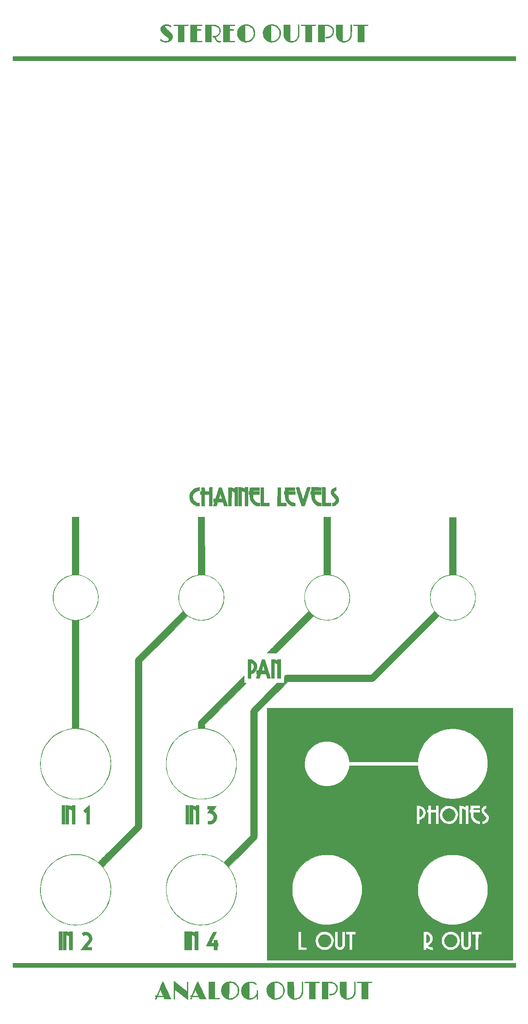
<source format=gbr>
%TF.GenerationSoftware,KiCad,Pcbnew,5.1.9-73d0e3b20d~88~ubuntu20.04.1*%
%TF.CreationDate,2021-04-01T10:45:02-04:00*%
%TF.ProjectId,ao_output_panel,616f5f6f-7574-4707-9574-5f70616e656c,rev?*%
%TF.SameCoordinates,Original*%
%TF.FileFunction,Legend,Top*%
%TF.FilePolarity,Positive*%
%FSLAX46Y46*%
G04 Gerber Fmt 4.6, Leading zero omitted, Abs format (unit mm)*
G04 Created by KiCad (PCBNEW 5.1.9-73d0e3b20d~88~ubuntu20.04.1) date 2021-04-01 10:45:02*
%MOMM*%
%LPD*%
G01*
G04 APERTURE LIST*
%ADD10C,0.010000*%
G04 APERTURE END LIST*
D10*
%TO.C,GRAF2*%
G36*
X83348433Y-214173107D02*
G01*
X83571562Y-214349985D01*
X83782809Y-214517214D01*
X83978839Y-214672170D01*
X84156317Y-214812227D01*
X84311909Y-214934760D01*
X84442278Y-215037143D01*
X84544090Y-215116751D01*
X84614010Y-215170958D01*
X84648702Y-215197140D01*
X84651930Y-215199200D01*
X84654036Y-215174731D01*
X84655691Y-215105047D01*
X84656868Y-214995731D01*
X84657544Y-214852366D01*
X84657693Y-214680535D01*
X84657289Y-214485821D01*
X84656307Y-214273807D01*
X84656207Y-214256983D01*
X84654970Y-214007421D01*
X84654664Y-213804077D01*
X84655430Y-213642375D01*
X84657411Y-213517739D01*
X84660749Y-213425595D01*
X84665587Y-213361366D01*
X84672067Y-213320475D01*
X84680331Y-213298349D01*
X84686210Y-213292172D01*
X84746759Y-213270626D01*
X84807115Y-213292267D01*
X84819982Y-213301186D01*
X84828620Y-213309989D01*
X84836051Y-213325227D01*
X84842362Y-213350476D01*
X84847635Y-213389314D01*
X84851957Y-213445317D01*
X84855411Y-213522062D01*
X84858084Y-213623127D01*
X84860059Y-213752089D01*
X84861423Y-213912524D01*
X84862259Y-214108010D01*
X84862653Y-214342124D01*
X84862689Y-214618442D01*
X84862453Y-214940542D01*
X84862300Y-215084056D01*
X84861871Y-215377396D01*
X84861274Y-215655520D01*
X84860530Y-215914311D01*
X84859659Y-216149651D01*
X84858683Y-216357423D01*
X84857623Y-216533507D01*
X84856499Y-216673786D01*
X84855332Y-216774142D01*
X84854144Y-216830457D01*
X84853380Y-216841486D01*
X84832747Y-216827440D01*
X84775530Y-216784579D01*
X84685071Y-216715493D01*
X84564715Y-216622773D01*
X84417804Y-216509009D01*
X84247683Y-216376794D01*
X84057695Y-216228718D01*
X83851182Y-216067372D01*
X83631490Y-215895347D01*
X83552266Y-215833223D01*
X82258100Y-214818013D01*
X82251432Y-215749336D01*
X82248735Y-216029846D01*
X82244994Y-216260714D01*
X82240166Y-216443086D01*
X82234210Y-216578111D01*
X82227086Y-216666936D01*
X82218751Y-216710707D01*
X82216572Y-216714629D01*
X82167180Y-216742903D01*
X82104736Y-216745444D01*
X82055703Y-216721894D01*
X82051660Y-216716850D01*
X82048048Y-216686546D01*
X82044995Y-216609411D01*
X82042523Y-216489410D01*
X82040652Y-216330510D01*
X82039404Y-216136675D01*
X82038798Y-215911873D01*
X82038856Y-215660067D01*
X82039598Y-215385225D01*
X82041046Y-215091311D01*
X82042200Y-214916057D01*
X82054900Y-213147014D01*
X83348433Y-214173107D01*
G37*
X83348433Y-214173107D02*
X83571562Y-214349985D01*
X83782809Y-214517214D01*
X83978839Y-214672170D01*
X84156317Y-214812227D01*
X84311909Y-214934760D01*
X84442278Y-215037143D01*
X84544090Y-215116751D01*
X84614010Y-215170958D01*
X84648702Y-215197140D01*
X84651930Y-215199200D01*
X84654036Y-215174731D01*
X84655691Y-215105047D01*
X84656868Y-214995731D01*
X84657544Y-214852366D01*
X84657693Y-214680535D01*
X84657289Y-214485821D01*
X84656307Y-214273807D01*
X84656207Y-214256983D01*
X84654970Y-214007421D01*
X84654664Y-213804077D01*
X84655430Y-213642375D01*
X84657411Y-213517739D01*
X84660749Y-213425595D01*
X84665587Y-213361366D01*
X84672067Y-213320475D01*
X84680331Y-213298349D01*
X84686210Y-213292172D01*
X84746759Y-213270626D01*
X84807115Y-213292267D01*
X84819982Y-213301186D01*
X84828620Y-213309989D01*
X84836051Y-213325227D01*
X84842362Y-213350476D01*
X84847635Y-213389314D01*
X84851957Y-213445317D01*
X84855411Y-213522062D01*
X84858084Y-213623127D01*
X84860059Y-213752089D01*
X84861423Y-213912524D01*
X84862259Y-214108010D01*
X84862653Y-214342124D01*
X84862689Y-214618442D01*
X84862453Y-214940542D01*
X84862300Y-215084056D01*
X84861871Y-215377396D01*
X84861274Y-215655520D01*
X84860530Y-215914311D01*
X84859659Y-216149651D01*
X84858683Y-216357423D01*
X84857623Y-216533507D01*
X84856499Y-216673786D01*
X84855332Y-216774142D01*
X84854144Y-216830457D01*
X84853380Y-216841486D01*
X84832747Y-216827440D01*
X84775530Y-216784579D01*
X84685071Y-216715493D01*
X84564715Y-216622773D01*
X84417804Y-216509009D01*
X84247683Y-216376794D01*
X84057695Y-216228718D01*
X83851182Y-216067372D01*
X83631490Y-215895347D01*
X83552266Y-215833223D01*
X82258100Y-214818013D01*
X82251432Y-215749336D01*
X82248735Y-216029846D01*
X82244994Y-216260714D01*
X82240166Y-216443086D01*
X82234210Y-216578111D01*
X82227086Y-216666936D01*
X82218751Y-216710707D01*
X82216572Y-216714629D01*
X82167180Y-216742903D01*
X82104736Y-216745444D01*
X82055703Y-216721894D01*
X82051660Y-216716850D01*
X82048048Y-216686546D01*
X82044995Y-216609411D01*
X82042523Y-216489410D01*
X82040652Y-216330510D01*
X82039404Y-216136675D01*
X82038798Y-215911873D01*
X82038856Y-215660067D01*
X82039598Y-215385225D01*
X82041046Y-215091311D01*
X82042200Y-214916057D01*
X82054900Y-213147014D01*
X83348433Y-214173107D01*
G36*
X93464660Y-213267945D02*
G01*
X93766683Y-213325253D01*
X94041096Y-213424127D01*
X94285548Y-213562057D01*
X94497688Y-213736537D01*
X94675167Y-213945056D01*
X94815635Y-214185107D01*
X94916741Y-214454182D01*
X94976136Y-214749771D01*
X94988852Y-214894857D01*
X94988231Y-215163969D01*
X94953329Y-215409976D01*
X94880699Y-215650149D01*
X94801760Y-215831950D01*
X94657841Y-216072666D01*
X94474775Y-216284350D01*
X94257708Y-216462842D01*
X94011787Y-216603986D01*
X93742159Y-216703621D01*
X93713500Y-216711295D01*
X93589009Y-216735005D01*
X93434671Y-216752011D01*
X93268290Y-216761500D01*
X93107672Y-216762659D01*
X92970621Y-216754675D01*
X92919433Y-216747538D01*
X92655273Y-216682437D01*
X92421000Y-216584816D01*
X92398788Y-216570800D01*
X93014609Y-216570800D01*
X93239341Y-216570800D01*
X93447370Y-216558554D01*
X93644593Y-216524517D01*
X93660261Y-216520623D01*
X93918335Y-216429455D01*
X94149933Y-216296209D01*
X94352009Y-216123881D01*
X94521515Y-215915467D01*
X94655405Y-215673964D01*
X94732747Y-215465900D01*
X94757165Y-215361145D01*
X94771898Y-215235601D01*
X94778203Y-215076748D01*
X94778651Y-215008700D01*
X94775084Y-214834724D01*
X94763543Y-214698584D01*
X94742771Y-214587758D01*
X94732747Y-214551500D01*
X94628978Y-214288205D01*
X94487577Y-214055491D01*
X94312541Y-213856266D01*
X94107868Y-213693438D01*
X93877556Y-213569915D01*
X93625602Y-213488607D01*
X93356004Y-213452420D01*
X93221328Y-213451939D01*
X93027700Y-213459300D01*
X93021154Y-215015050D01*
X93014609Y-216570800D01*
X92398788Y-216570800D01*
X92205402Y-216448775D01*
X91997268Y-216268413D01*
X91983830Y-216255115D01*
X91873466Y-216139490D01*
X91790963Y-216037407D01*
X91723676Y-215931755D01*
X91672810Y-215834200D01*
X91590753Y-215651155D01*
X91534635Y-215485034D01*
X91500383Y-215317779D01*
X91483920Y-215131333D01*
X91480806Y-214983300D01*
X91491928Y-214736616D01*
X91528718Y-214519892D01*
X91594618Y-214317406D01*
X91655910Y-214183574D01*
X91803505Y-213946905D01*
X91988484Y-213740601D01*
X92205677Y-213567278D01*
X92449915Y-213429552D01*
X92716030Y-213330042D01*
X92998853Y-213271362D01*
X93293215Y-213256130D01*
X93464660Y-213267945D01*
G37*
X93464660Y-213267945D02*
X93766683Y-213325253D01*
X94041096Y-213424127D01*
X94285548Y-213562057D01*
X94497688Y-213736537D01*
X94675167Y-213945056D01*
X94815635Y-214185107D01*
X94916741Y-214454182D01*
X94976136Y-214749771D01*
X94988852Y-214894857D01*
X94988231Y-215163969D01*
X94953329Y-215409976D01*
X94880699Y-215650149D01*
X94801760Y-215831950D01*
X94657841Y-216072666D01*
X94474775Y-216284350D01*
X94257708Y-216462842D01*
X94011787Y-216603986D01*
X93742159Y-216703621D01*
X93713500Y-216711295D01*
X93589009Y-216735005D01*
X93434671Y-216752011D01*
X93268290Y-216761500D01*
X93107672Y-216762659D01*
X92970621Y-216754675D01*
X92919433Y-216747538D01*
X92655273Y-216682437D01*
X92421000Y-216584816D01*
X92398788Y-216570800D01*
X93014609Y-216570800D01*
X93239341Y-216570800D01*
X93447370Y-216558554D01*
X93644593Y-216524517D01*
X93660261Y-216520623D01*
X93918335Y-216429455D01*
X94149933Y-216296209D01*
X94352009Y-216123881D01*
X94521515Y-215915467D01*
X94655405Y-215673964D01*
X94732747Y-215465900D01*
X94757165Y-215361145D01*
X94771898Y-215235601D01*
X94778203Y-215076748D01*
X94778651Y-215008700D01*
X94775084Y-214834724D01*
X94763543Y-214698584D01*
X94742771Y-214587758D01*
X94732747Y-214551500D01*
X94628978Y-214288205D01*
X94487577Y-214055491D01*
X94312541Y-213856266D01*
X94107868Y-213693438D01*
X93877556Y-213569915D01*
X93625602Y-213488607D01*
X93356004Y-213452420D01*
X93221328Y-213451939D01*
X93027700Y-213459300D01*
X93021154Y-215015050D01*
X93014609Y-216570800D01*
X92398788Y-216570800D01*
X92205402Y-216448775D01*
X91997268Y-216268413D01*
X91983830Y-216255115D01*
X91873466Y-216139490D01*
X91790963Y-216037407D01*
X91723676Y-215931755D01*
X91672810Y-215834200D01*
X91590753Y-215651155D01*
X91534635Y-215485034D01*
X91500383Y-215317779D01*
X91483920Y-215131333D01*
X91480806Y-214983300D01*
X91491928Y-214736616D01*
X91528718Y-214519892D01*
X91594618Y-214317406D01*
X91655910Y-214183574D01*
X91803505Y-213946905D01*
X91988484Y-213740601D01*
X92205677Y-213567278D01*
X92449915Y-213429552D01*
X92716030Y-213330042D01*
X92998853Y-213271362D01*
X93293215Y-213256130D01*
X93464660Y-213267945D01*
G36*
X97482372Y-213265370D02*
G01*
X97773857Y-213308787D01*
X98051577Y-213395058D01*
X98204026Y-213465289D01*
X98337167Y-213545615D01*
X98426985Y-213623496D01*
X98471739Y-213696540D01*
X98469686Y-213762353D01*
X98445520Y-213797119D01*
X98383605Y-213825882D01*
X98302752Y-213808406D01*
X98204329Y-213745021D01*
X98194418Y-213736877D01*
X98071568Y-213645890D01*
X97942324Y-213577017D01*
X97789022Y-213521728D01*
X97695181Y-213495835D01*
X97566052Y-213470244D01*
X97422535Y-213453604D01*
X97281326Y-213446823D01*
X97159119Y-213450812D01*
X97085350Y-213462609D01*
X97028200Y-213477924D01*
X97028200Y-216578319D01*
X97250450Y-216563838D01*
X97523985Y-216521235D01*
X97784409Y-216431303D01*
X97928702Y-216356944D01*
X98058451Y-216263387D01*
X98192070Y-216137052D01*
X98315790Y-215992800D01*
X98415842Y-215845494D01*
X98435605Y-215809814D01*
X98477287Y-215727668D01*
X98503851Y-215662232D01*
X98518691Y-215597432D01*
X98525202Y-215517194D01*
X98526778Y-215405445D01*
X98526800Y-215377965D01*
X98529305Y-215263549D01*
X98536052Y-215164365D01*
X98545880Y-215093951D01*
X98553093Y-215070530D01*
X98594008Y-215034894D01*
X98652034Y-215021544D01*
X98703497Y-215033660D01*
X98718251Y-215048338D01*
X98722371Y-215079478D01*
X98726251Y-215155139D01*
X98729750Y-215269045D01*
X98732729Y-215414917D01*
X98735047Y-215586478D01*
X98736563Y-215777449D01*
X98737006Y-215888573D01*
X98737491Y-216119793D01*
X98737184Y-216305264D01*
X98735428Y-216450038D01*
X98731566Y-216559164D01*
X98724940Y-216637694D01*
X98714892Y-216690679D01*
X98700767Y-216723171D01*
X98681907Y-216740219D01*
X98657655Y-216746875D01*
X98627352Y-216748190D01*
X98625160Y-216748211D01*
X98587216Y-216740491D01*
X98559924Y-216711926D01*
X98541373Y-216655647D01*
X98529652Y-216564784D01*
X98522852Y-216432469D01*
X98521269Y-216374578D01*
X98514100Y-216067286D01*
X98399800Y-216200056D01*
X98197087Y-216398706D01*
X97966890Y-216555038D01*
X97707539Y-216670083D01*
X97574300Y-216710395D01*
X97451723Y-216734330D01*
X97301107Y-216751697D01*
X97140167Y-216761582D01*
X96986620Y-216763065D01*
X96858182Y-216755230D01*
X96818990Y-216749500D01*
X96539308Y-216674632D01*
X96283468Y-216558140D01*
X96055707Y-216403057D01*
X95860259Y-216212415D01*
X95701360Y-215989248D01*
X95664903Y-215923100D01*
X95583600Y-215752758D01*
X95527036Y-215596458D01*
X95491414Y-215437808D01*
X95472937Y-215260416D01*
X95467833Y-215072200D01*
X95475197Y-214850005D01*
X95501792Y-214657917D01*
X95552038Y-214477448D01*
X95630356Y-214290111D01*
X95677357Y-214195900D01*
X95764374Y-214058477D01*
X95884345Y-213910579D01*
X96024962Y-213764793D01*
X96173917Y-213633706D01*
X96318901Y-213529905D01*
X96342404Y-213515800D01*
X96607138Y-213390021D01*
X96890832Y-213306209D01*
X97185304Y-213264585D01*
X97482372Y-213265370D01*
G37*
X97482372Y-213265370D02*
X97773857Y-213308787D01*
X98051577Y-213395058D01*
X98204026Y-213465289D01*
X98337167Y-213545615D01*
X98426985Y-213623496D01*
X98471739Y-213696540D01*
X98469686Y-213762353D01*
X98445520Y-213797119D01*
X98383605Y-213825882D01*
X98302752Y-213808406D01*
X98204329Y-213745021D01*
X98194418Y-213736877D01*
X98071568Y-213645890D01*
X97942324Y-213577017D01*
X97789022Y-213521728D01*
X97695181Y-213495835D01*
X97566052Y-213470244D01*
X97422535Y-213453604D01*
X97281326Y-213446823D01*
X97159119Y-213450812D01*
X97085350Y-213462609D01*
X97028200Y-213477924D01*
X97028200Y-216578319D01*
X97250450Y-216563838D01*
X97523985Y-216521235D01*
X97784409Y-216431303D01*
X97928702Y-216356944D01*
X98058451Y-216263387D01*
X98192070Y-216137052D01*
X98315790Y-215992800D01*
X98415842Y-215845494D01*
X98435605Y-215809814D01*
X98477287Y-215727668D01*
X98503851Y-215662232D01*
X98518691Y-215597432D01*
X98525202Y-215517194D01*
X98526778Y-215405445D01*
X98526800Y-215377965D01*
X98529305Y-215263549D01*
X98536052Y-215164365D01*
X98545880Y-215093951D01*
X98553093Y-215070530D01*
X98594008Y-215034894D01*
X98652034Y-215021544D01*
X98703497Y-215033660D01*
X98718251Y-215048338D01*
X98722371Y-215079478D01*
X98726251Y-215155139D01*
X98729750Y-215269045D01*
X98732729Y-215414917D01*
X98735047Y-215586478D01*
X98736563Y-215777449D01*
X98737006Y-215888573D01*
X98737491Y-216119793D01*
X98737184Y-216305264D01*
X98735428Y-216450038D01*
X98731566Y-216559164D01*
X98724940Y-216637694D01*
X98714892Y-216690679D01*
X98700767Y-216723171D01*
X98681907Y-216740219D01*
X98657655Y-216746875D01*
X98627352Y-216748190D01*
X98625160Y-216748211D01*
X98587216Y-216740491D01*
X98559924Y-216711926D01*
X98541373Y-216655647D01*
X98529652Y-216564784D01*
X98522852Y-216432469D01*
X98521269Y-216374578D01*
X98514100Y-216067286D01*
X98399800Y-216200056D01*
X98197087Y-216398706D01*
X97966890Y-216555038D01*
X97707539Y-216670083D01*
X97574300Y-216710395D01*
X97451723Y-216734330D01*
X97301107Y-216751697D01*
X97140167Y-216761582D01*
X96986620Y-216763065D01*
X96858182Y-216755230D01*
X96818990Y-216749500D01*
X96539308Y-216674632D01*
X96283468Y-216558140D01*
X96055707Y-216403057D01*
X95860259Y-216212415D01*
X95701360Y-215989248D01*
X95664903Y-215923100D01*
X95583600Y-215752758D01*
X95527036Y-215596458D01*
X95491414Y-215437808D01*
X95472937Y-215260416D01*
X95467833Y-215072200D01*
X95475197Y-214850005D01*
X95501792Y-214657917D01*
X95552038Y-214477448D01*
X95630356Y-214290111D01*
X95677357Y-214195900D01*
X95764374Y-214058477D01*
X95884345Y-213910579D01*
X96024962Y-213764793D01*
X96173917Y-213633706D01*
X96318901Y-213529905D01*
X96342404Y-213515800D01*
X96607138Y-213390021D01*
X96890832Y-213306209D01*
X97185304Y-213264585D01*
X97482372Y-213265370D01*
G36*
X102511432Y-213268441D02*
G01*
X102803698Y-213324821D01*
X103074920Y-213423901D01*
X103320733Y-213562995D01*
X103536772Y-213739416D01*
X103718674Y-213950478D01*
X103786438Y-214053078D01*
X103901779Y-214289011D01*
X103981843Y-214552169D01*
X104025232Y-214831922D01*
X104030550Y-215117644D01*
X103996397Y-215398705D01*
X103975550Y-215491300D01*
X103881548Y-215761540D01*
X103744645Y-216008760D01*
X103569236Y-216228477D01*
X103359717Y-216416211D01*
X103120482Y-216567479D01*
X102855927Y-216677801D01*
X102793585Y-216696460D01*
X102647144Y-216727756D01*
X102474700Y-216749936D01*
X102294245Y-216761895D01*
X102123771Y-216762529D01*
X101981272Y-216750731D01*
X101961833Y-216747538D01*
X101665862Y-216670541D01*
X101456074Y-216577207D01*
X102057007Y-216577207D01*
X102342953Y-216565378D01*
X102500063Y-216555654D01*
X102625033Y-216539270D01*
X102736397Y-216513157D01*
X102818826Y-216486511D01*
X102996276Y-216408806D01*
X103173494Y-216304520D01*
X103333540Y-216184849D01*
X103455287Y-216065900D01*
X103535636Y-215955600D01*
X103618548Y-215813696D01*
X103695071Y-215658058D01*
X103756251Y-215506561D01*
X103787648Y-215402400D01*
X103802042Y-215315107D01*
X103813179Y-215196280D01*
X103819509Y-215065156D01*
X103820383Y-214996000D01*
X103797888Y-214704183D01*
X103731311Y-214437238D01*
X103620188Y-214193995D01*
X103464052Y-213973283D01*
X103376101Y-213878114D01*
X103171834Y-213708983D01*
X102940195Y-213580273D01*
X102687541Y-213494419D01*
X102420228Y-213453859D01*
X102263728Y-213451939D01*
X102070100Y-213459300D01*
X102063553Y-215018253D01*
X102057007Y-216577207D01*
X101456074Y-216577207D01*
X101398074Y-216551403D01*
X101159660Y-216391020D01*
X100951810Y-216190284D01*
X100775714Y-215950092D01*
X100686765Y-215789369D01*
X100585214Y-215529613D01*
X100527340Y-215254194D01*
X100512267Y-214971015D01*
X100539121Y-214687980D01*
X100607028Y-214412993D01*
X100715115Y-214153958D01*
X100862507Y-213918778D01*
X100898718Y-213872736D01*
X101087430Y-213681209D01*
X101310496Y-213522043D01*
X101561144Y-213397774D01*
X101832603Y-213310940D01*
X102118104Y-213264077D01*
X102410875Y-213259723D01*
X102511432Y-213268441D01*
G37*
X102511432Y-213268441D02*
X102803698Y-213324821D01*
X103074920Y-213423901D01*
X103320733Y-213562995D01*
X103536772Y-213739416D01*
X103718674Y-213950478D01*
X103786438Y-214053078D01*
X103901779Y-214289011D01*
X103981843Y-214552169D01*
X104025232Y-214831922D01*
X104030550Y-215117644D01*
X103996397Y-215398705D01*
X103975550Y-215491300D01*
X103881548Y-215761540D01*
X103744645Y-216008760D01*
X103569236Y-216228477D01*
X103359717Y-216416211D01*
X103120482Y-216567479D01*
X102855927Y-216677801D01*
X102793585Y-216696460D01*
X102647144Y-216727756D01*
X102474700Y-216749936D01*
X102294245Y-216761895D01*
X102123771Y-216762529D01*
X101981272Y-216750731D01*
X101961833Y-216747538D01*
X101665862Y-216670541D01*
X101456074Y-216577207D01*
X102057007Y-216577207D01*
X102342953Y-216565378D01*
X102500063Y-216555654D01*
X102625033Y-216539270D01*
X102736397Y-216513157D01*
X102818826Y-216486511D01*
X102996276Y-216408806D01*
X103173494Y-216304520D01*
X103333540Y-216184849D01*
X103455287Y-216065900D01*
X103535636Y-215955600D01*
X103618548Y-215813696D01*
X103695071Y-215658058D01*
X103756251Y-215506561D01*
X103787648Y-215402400D01*
X103802042Y-215315107D01*
X103813179Y-215196280D01*
X103819509Y-215065156D01*
X103820383Y-214996000D01*
X103797888Y-214704183D01*
X103731311Y-214437238D01*
X103620188Y-214193995D01*
X103464052Y-213973283D01*
X103376101Y-213878114D01*
X103171834Y-213708983D01*
X102940195Y-213580273D01*
X102687541Y-213494419D01*
X102420228Y-213453859D01*
X102263728Y-213451939D01*
X102070100Y-213459300D01*
X102063553Y-215018253D01*
X102057007Y-216577207D01*
X101456074Y-216577207D01*
X101398074Y-216551403D01*
X101159660Y-216391020D01*
X100951810Y-216190284D01*
X100775714Y-215950092D01*
X100686765Y-215789369D01*
X100585214Y-215529613D01*
X100527340Y-215254194D01*
X100512267Y-214971015D01*
X100539121Y-214687980D01*
X100607028Y-214412993D01*
X100715115Y-214153958D01*
X100862507Y-213918778D01*
X100898718Y-213872736D01*
X101087430Y-213681209D01*
X101310496Y-213522043D01*
X101561144Y-213397774D01*
X101832603Y-213310940D01*
X102118104Y-213264077D01*
X102410875Y-213259723D01*
X102511432Y-213268441D01*
G36*
X107647577Y-213270540D02*
G01*
X107667664Y-213278010D01*
X107683854Y-213295974D01*
X107696500Y-213328806D01*
X107705955Y-213380882D01*
X107712572Y-213456576D01*
X107716706Y-213560263D01*
X107718709Y-213696317D01*
X107718935Y-213869114D01*
X107717737Y-214083028D01*
X107715468Y-214342434D01*
X107714882Y-214403809D01*
X107712022Y-214673852D01*
X107708960Y-214898255D01*
X107705471Y-215082178D01*
X107701328Y-215230779D01*
X107696306Y-215349220D01*
X107690180Y-215442658D01*
X107682725Y-215516256D01*
X107673714Y-215575171D01*
X107662923Y-215624564D01*
X107661261Y-215631000D01*
X107566640Y-215900400D01*
X107434804Y-216137066D01*
X107268903Y-216339107D01*
X107072088Y-216504629D01*
X106847510Y-216631741D01*
X106598320Y-216718549D01*
X106327668Y-216763163D01*
X106038705Y-216763689D01*
X105821650Y-216735810D01*
X105573430Y-216666870D01*
X105343949Y-216555848D01*
X105139815Y-216407611D01*
X104967637Y-216227027D01*
X104834024Y-216018962D01*
X104825733Y-216002366D01*
X104782513Y-215913087D01*
X104746456Y-215833446D01*
X104716908Y-215757876D01*
X104693217Y-215680812D01*
X104674731Y-215596689D01*
X104660798Y-215499941D01*
X104650764Y-215385002D01*
X104643978Y-215246308D01*
X104639787Y-215078292D01*
X104637538Y-214875389D01*
X104636579Y-214632034D01*
X104636289Y-214386400D01*
X104635500Y-213306900D01*
X105880100Y-213306900D01*
X105886641Y-214918419D01*
X105888241Y-215260456D01*
X105890110Y-215554697D01*
X105892318Y-215804147D01*
X105894935Y-216011808D01*
X105898031Y-216180686D01*
X105901677Y-216313784D01*
X105905942Y-216414105D01*
X105910897Y-216484654D01*
X105916611Y-216528434D01*
X105923155Y-216548450D01*
X105924741Y-216549980D01*
X105962705Y-216558738D01*
X106038445Y-216565644D01*
X106138941Y-216569725D01*
X106198149Y-216570411D01*
X106466156Y-216551393D01*
X106702882Y-216492944D01*
X106909245Y-216394339D01*
X107086165Y-216254851D01*
X107234562Y-216073758D01*
X107355355Y-215850332D01*
X107449465Y-215583850D01*
X107449466Y-215583845D01*
X107463081Y-215532981D01*
X107474273Y-215482768D01*
X107483310Y-215427694D01*
X107490457Y-215362246D01*
X107495981Y-215280913D01*
X107500148Y-215178180D01*
X107503225Y-215048537D01*
X107505478Y-214886471D01*
X107507173Y-214686468D01*
X107508577Y-214443018D01*
X107509026Y-214351164D01*
X107510336Y-214088811D01*
X107511844Y-213872758D01*
X107514025Y-213698504D01*
X107517354Y-213561551D01*
X107522305Y-213457398D01*
X107529355Y-213381546D01*
X107538977Y-213329494D01*
X107551647Y-213296744D01*
X107567840Y-213278795D01*
X107588031Y-213271148D01*
X107612694Y-213269303D01*
X107623239Y-213269188D01*
X107647577Y-213270540D01*
G37*
X107647577Y-213270540D02*
X107667664Y-213278010D01*
X107683854Y-213295974D01*
X107696500Y-213328806D01*
X107705955Y-213380882D01*
X107712572Y-213456576D01*
X107716706Y-213560263D01*
X107718709Y-213696317D01*
X107718935Y-213869114D01*
X107717737Y-214083028D01*
X107715468Y-214342434D01*
X107714882Y-214403809D01*
X107712022Y-214673852D01*
X107708960Y-214898255D01*
X107705471Y-215082178D01*
X107701328Y-215230779D01*
X107696306Y-215349220D01*
X107690180Y-215442658D01*
X107682725Y-215516256D01*
X107673714Y-215575171D01*
X107662923Y-215624564D01*
X107661261Y-215631000D01*
X107566640Y-215900400D01*
X107434804Y-216137066D01*
X107268903Y-216339107D01*
X107072088Y-216504629D01*
X106847510Y-216631741D01*
X106598320Y-216718549D01*
X106327668Y-216763163D01*
X106038705Y-216763689D01*
X105821650Y-216735810D01*
X105573430Y-216666870D01*
X105343949Y-216555848D01*
X105139815Y-216407611D01*
X104967637Y-216227027D01*
X104834024Y-216018962D01*
X104825733Y-216002366D01*
X104782513Y-215913087D01*
X104746456Y-215833446D01*
X104716908Y-215757876D01*
X104693217Y-215680812D01*
X104674731Y-215596689D01*
X104660798Y-215499941D01*
X104650764Y-215385002D01*
X104643978Y-215246308D01*
X104639787Y-215078292D01*
X104637538Y-214875389D01*
X104636579Y-214632034D01*
X104636289Y-214386400D01*
X104635500Y-213306900D01*
X105880100Y-213306900D01*
X105886641Y-214918419D01*
X105888241Y-215260456D01*
X105890110Y-215554697D01*
X105892318Y-215804147D01*
X105894935Y-216011808D01*
X105898031Y-216180686D01*
X105901677Y-216313784D01*
X105905942Y-216414105D01*
X105910897Y-216484654D01*
X105916611Y-216528434D01*
X105923155Y-216548450D01*
X105924741Y-216549980D01*
X105962705Y-216558738D01*
X106038445Y-216565644D01*
X106138941Y-216569725D01*
X106198149Y-216570411D01*
X106466156Y-216551393D01*
X106702882Y-216492944D01*
X106909245Y-216394339D01*
X107086165Y-216254851D01*
X107234562Y-216073758D01*
X107355355Y-215850332D01*
X107449465Y-215583850D01*
X107449466Y-215583845D01*
X107463081Y-215532981D01*
X107474273Y-215482768D01*
X107483310Y-215427694D01*
X107490457Y-215362246D01*
X107495981Y-215280913D01*
X107500148Y-215178180D01*
X107503225Y-215048537D01*
X107505478Y-214886471D01*
X107507173Y-214686468D01*
X107508577Y-214443018D01*
X107509026Y-214351164D01*
X107510336Y-214088811D01*
X107511844Y-213872758D01*
X107514025Y-213698504D01*
X107517354Y-213561551D01*
X107522305Y-213457398D01*
X107529355Y-213381546D01*
X107538977Y-213329494D01*
X107551647Y-213296744D01*
X107567840Y-213278795D01*
X107588031Y-213271148D01*
X107612694Y-213269303D01*
X107623239Y-213269188D01*
X107647577Y-213270540D01*
G36*
X118088154Y-213279558D02*
G01*
X118136467Y-213321269D01*
X118137427Y-213323013D01*
X118145191Y-213354722D01*
X118151150Y-213419310D01*
X118155348Y-213519645D01*
X118157831Y-213658595D01*
X118158644Y-213839028D01*
X118157832Y-214063810D01*
X118155442Y-214335809D01*
X118154633Y-214408863D01*
X118151488Y-214668804D01*
X118148369Y-214883495D01*
X118144984Y-215058483D01*
X118141040Y-215199317D01*
X118136246Y-215311545D01*
X118130309Y-215400715D01*
X118122937Y-215472377D01*
X118113839Y-215532078D01*
X118102721Y-215585367D01*
X118090074Y-215634914D01*
X117992795Y-215908635D01*
X117859531Y-216147880D01*
X117691706Y-216351161D01*
X117490745Y-216516990D01*
X117258073Y-216643880D01*
X117056100Y-216714697D01*
X116968985Y-216731697D01*
X116848068Y-216746198D01*
X116709722Y-216757204D01*
X116570321Y-216763716D01*
X116446238Y-216764738D01*
X116353848Y-216759272D01*
X116344900Y-216758014D01*
X116083413Y-216694735D01*
X115842066Y-216591364D01*
X115626706Y-216451933D01*
X115443179Y-216280472D01*
X115297330Y-216081014D01*
X115257781Y-216008371D01*
X115217075Y-215926156D01*
X115183030Y-215852704D01*
X115155008Y-215782609D01*
X115132370Y-215710464D01*
X115114477Y-215630864D01*
X115100690Y-215538402D01*
X115090371Y-215427672D01*
X115082880Y-215293268D01*
X115077579Y-215129783D01*
X115073829Y-214931813D01*
X115070992Y-214693949D01*
X115068428Y-214410787D01*
X115068382Y-214405450D01*
X115058848Y-213294200D01*
X116306800Y-213294200D01*
X116306800Y-216539475D01*
X116363950Y-216554790D01*
X116436171Y-216565145D01*
X116542768Y-216569800D01*
X116667676Y-216569081D01*
X116794827Y-216563310D01*
X116908157Y-216552815D01*
X116972299Y-216542489D01*
X117199021Y-216470331D01*
X117398743Y-216355757D01*
X117569782Y-216200390D01*
X117710457Y-216005854D01*
X117819087Y-215773775D01*
X117844087Y-215700531D01*
X117878241Y-215573976D01*
X117905666Y-215429214D01*
X117926696Y-215261250D01*
X117941661Y-215065088D01*
X117950895Y-214835736D01*
X117954728Y-214568198D01*
X117953494Y-214257480D01*
X117951174Y-214089972D01*
X117947840Y-213841522D01*
X117946897Y-213641950D01*
X117948381Y-213489389D01*
X117952326Y-213381973D01*
X117958767Y-213317834D01*
X117965937Y-213296222D01*
X118023254Y-213269950D01*
X118088154Y-213279558D01*
G37*
X118088154Y-213279558D02*
X118136467Y-213321269D01*
X118137427Y-213323013D01*
X118145191Y-213354722D01*
X118151150Y-213419310D01*
X118155348Y-213519645D01*
X118157831Y-213658595D01*
X118158644Y-213839028D01*
X118157832Y-214063810D01*
X118155442Y-214335809D01*
X118154633Y-214408863D01*
X118151488Y-214668804D01*
X118148369Y-214883495D01*
X118144984Y-215058483D01*
X118141040Y-215199317D01*
X118136246Y-215311545D01*
X118130309Y-215400715D01*
X118122937Y-215472377D01*
X118113839Y-215532078D01*
X118102721Y-215585367D01*
X118090074Y-215634914D01*
X117992795Y-215908635D01*
X117859531Y-216147880D01*
X117691706Y-216351161D01*
X117490745Y-216516990D01*
X117258073Y-216643880D01*
X117056100Y-216714697D01*
X116968985Y-216731697D01*
X116848068Y-216746198D01*
X116709722Y-216757204D01*
X116570321Y-216763716D01*
X116446238Y-216764738D01*
X116353848Y-216759272D01*
X116344900Y-216758014D01*
X116083413Y-216694735D01*
X115842066Y-216591364D01*
X115626706Y-216451933D01*
X115443179Y-216280472D01*
X115297330Y-216081014D01*
X115257781Y-216008371D01*
X115217075Y-215926156D01*
X115183030Y-215852704D01*
X115155008Y-215782609D01*
X115132370Y-215710464D01*
X115114477Y-215630864D01*
X115100690Y-215538402D01*
X115090371Y-215427672D01*
X115082880Y-215293268D01*
X115077579Y-215129783D01*
X115073829Y-214931813D01*
X115070992Y-214693949D01*
X115068428Y-214410787D01*
X115068382Y-214405450D01*
X115058848Y-213294200D01*
X116306800Y-213294200D01*
X116306800Y-216539475D01*
X116363950Y-216554790D01*
X116436171Y-216565145D01*
X116542768Y-216569800D01*
X116667676Y-216569081D01*
X116794827Y-216563310D01*
X116908157Y-216552815D01*
X116972299Y-216542489D01*
X117199021Y-216470331D01*
X117398743Y-216355757D01*
X117569782Y-216200390D01*
X117710457Y-216005854D01*
X117819087Y-215773775D01*
X117844087Y-215700531D01*
X117878241Y-215573976D01*
X117905666Y-215429214D01*
X117926696Y-215261250D01*
X117941661Y-215065088D01*
X117950895Y-214835736D01*
X117954728Y-214568198D01*
X117953494Y-214257480D01*
X117951174Y-214089972D01*
X117947840Y-213841522D01*
X117946897Y-213641950D01*
X117948381Y-213489389D01*
X117952326Y-213381973D01*
X117958767Y-213317834D01*
X117965937Y-213296222D01*
X118023254Y-213269950D01*
X118088154Y-213279558D01*
G36*
X79845527Y-213171889D02*
G01*
X79846292Y-213172626D01*
X79858973Y-213197356D01*
X79890865Y-213263849D01*
X79939966Y-213367776D01*
X80004271Y-213504809D01*
X80081778Y-213670622D01*
X80170482Y-213860886D01*
X80268382Y-214071275D01*
X80373472Y-214297459D01*
X80483750Y-214535112D01*
X80597213Y-214779906D01*
X80711856Y-215027513D01*
X80825677Y-215273606D01*
X80936673Y-215513857D01*
X81042839Y-215743938D01*
X81142172Y-215959523D01*
X81232669Y-216156282D01*
X81312327Y-216329889D01*
X81379142Y-216476016D01*
X81431110Y-216590336D01*
X81466229Y-216668520D01*
X81482495Y-216706241D01*
X81483400Y-216708998D01*
X81459136Y-216712890D01*
X81390892Y-216716374D01*
X81285486Y-216719298D01*
X81149737Y-216721508D01*
X80990463Y-216722852D01*
X80851683Y-216723200D01*
X80219967Y-216723200D01*
X80123765Y-216507300D01*
X80027564Y-216291400D01*
X78746393Y-216291400D01*
X78690980Y-216439573D01*
X78632276Y-216581816D01*
X78578924Y-216678006D01*
X78528121Y-216732230D01*
X78478953Y-216748600D01*
X78419135Y-216736133D01*
X78389680Y-216718120D01*
X78367128Y-216687003D01*
X78363368Y-216648967D01*
X78380788Y-216593527D01*
X78421775Y-216510196D01*
X78448100Y-216461614D01*
X78491549Y-216380392D01*
X78523219Y-216317043D01*
X78536866Y-216284112D01*
X78537000Y-216282940D01*
X78515340Y-216269898D01*
X78477436Y-216266000D01*
X78416822Y-216247954D01*
X78362570Y-216204952D01*
X78334532Y-216153691D01*
X78333800Y-216145164D01*
X78356129Y-216089054D01*
X78370704Y-216080522D01*
X78841851Y-216080522D01*
X78864706Y-216084928D01*
X78923473Y-216090863D01*
X78975150Y-216094874D01*
X79050256Y-216098707D01*
X79154832Y-216102133D01*
X79279518Y-216105053D01*
X79414955Y-216107373D01*
X79551787Y-216108993D01*
X79680653Y-216109819D01*
X79792197Y-216109752D01*
X79877060Y-216108697D01*
X79925883Y-216106556D01*
X79934000Y-216104793D01*
X79923831Y-216080157D01*
X79895611Y-216016907D01*
X79852767Y-215922462D01*
X79798725Y-215804244D01*
X79736913Y-215669675D01*
X79670758Y-215526174D01*
X79603687Y-215381164D01*
X79539127Y-215242064D01*
X79480506Y-215116296D01*
X79431251Y-215011281D01*
X79394788Y-214934440D01*
X79374546Y-214893194D01*
X79373830Y-214891841D01*
X79363187Y-214879246D01*
X79349795Y-214882055D01*
X79331347Y-214904901D01*
X79305538Y-214952417D01*
X79270063Y-215029235D01*
X79222617Y-215139988D01*
X79160893Y-215289307D01*
X79093055Y-215455993D01*
X79026016Y-215621533D01*
X78965718Y-215770769D01*
X78914658Y-215897495D01*
X78875332Y-215995504D01*
X78850237Y-216058587D01*
X78841851Y-216080522D01*
X78370704Y-216080522D01*
X78415731Y-216054166D01*
X78501524Y-216046147D01*
X78523261Y-216048616D01*
X78628352Y-216064375D01*
X79221297Y-214622137D01*
X79326582Y-214366230D01*
X79426184Y-214124492D01*
X79518420Y-213900979D01*
X79601611Y-213699747D01*
X79674076Y-213524850D01*
X79734136Y-213380343D01*
X79780109Y-213270281D01*
X79810316Y-213198719D01*
X79823076Y-213169712D01*
X79823320Y-213169316D01*
X79845527Y-213171889D01*
G37*
X79845527Y-213171889D02*
X79846292Y-213172626D01*
X79858973Y-213197356D01*
X79890865Y-213263849D01*
X79939966Y-213367776D01*
X80004271Y-213504809D01*
X80081778Y-213670622D01*
X80170482Y-213860886D01*
X80268382Y-214071275D01*
X80373472Y-214297459D01*
X80483750Y-214535112D01*
X80597213Y-214779906D01*
X80711856Y-215027513D01*
X80825677Y-215273606D01*
X80936673Y-215513857D01*
X81042839Y-215743938D01*
X81142172Y-215959523D01*
X81232669Y-216156282D01*
X81312327Y-216329889D01*
X81379142Y-216476016D01*
X81431110Y-216590336D01*
X81466229Y-216668520D01*
X81482495Y-216706241D01*
X81483400Y-216708998D01*
X81459136Y-216712890D01*
X81390892Y-216716374D01*
X81285486Y-216719298D01*
X81149737Y-216721508D01*
X80990463Y-216722852D01*
X80851683Y-216723200D01*
X80219967Y-216723200D01*
X80123765Y-216507300D01*
X80027564Y-216291400D01*
X78746393Y-216291400D01*
X78690980Y-216439573D01*
X78632276Y-216581816D01*
X78578924Y-216678006D01*
X78528121Y-216732230D01*
X78478953Y-216748600D01*
X78419135Y-216736133D01*
X78389680Y-216718120D01*
X78367128Y-216687003D01*
X78363368Y-216648967D01*
X78380788Y-216593527D01*
X78421775Y-216510196D01*
X78448100Y-216461614D01*
X78491549Y-216380392D01*
X78523219Y-216317043D01*
X78536866Y-216284112D01*
X78537000Y-216282940D01*
X78515340Y-216269898D01*
X78477436Y-216266000D01*
X78416822Y-216247954D01*
X78362570Y-216204952D01*
X78334532Y-216153691D01*
X78333800Y-216145164D01*
X78356129Y-216089054D01*
X78370704Y-216080522D01*
X78841851Y-216080522D01*
X78864706Y-216084928D01*
X78923473Y-216090863D01*
X78975150Y-216094874D01*
X79050256Y-216098707D01*
X79154832Y-216102133D01*
X79279518Y-216105053D01*
X79414955Y-216107373D01*
X79551787Y-216108993D01*
X79680653Y-216109819D01*
X79792197Y-216109752D01*
X79877060Y-216108697D01*
X79925883Y-216106556D01*
X79934000Y-216104793D01*
X79923831Y-216080157D01*
X79895611Y-216016907D01*
X79852767Y-215922462D01*
X79798725Y-215804244D01*
X79736913Y-215669675D01*
X79670758Y-215526174D01*
X79603687Y-215381164D01*
X79539127Y-215242064D01*
X79480506Y-215116296D01*
X79431251Y-215011281D01*
X79394788Y-214934440D01*
X79374546Y-214893194D01*
X79373830Y-214891841D01*
X79363187Y-214879246D01*
X79349795Y-214882055D01*
X79331347Y-214904901D01*
X79305538Y-214952417D01*
X79270063Y-215029235D01*
X79222617Y-215139988D01*
X79160893Y-215289307D01*
X79093055Y-215455993D01*
X79026016Y-215621533D01*
X78965718Y-215770769D01*
X78914658Y-215897495D01*
X78875332Y-215995504D01*
X78850237Y-216058587D01*
X78841851Y-216080522D01*
X78370704Y-216080522D01*
X78415731Y-216054166D01*
X78501524Y-216046147D01*
X78523261Y-216048616D01*
X78628352Y-216064375D01*
X79221297Y-214622137D01*
X79326582Y-214366230D01*
X79426184Y-214124492D01*
X79518420Y-213900979D01*
X79601611Y-213699747D01*
X79674076Y-213524850D01*
X79734136Y-213380343D01*
X79780109Y-213270281D01*
X79810316Y-213198719D01*
X79823076Y-213169712D01*
X79823320Y-213169316D01*
X79845527Y-213171889D01*
G36*
X86821979Y-213206409D02*
G01*
X86855440Y-213271967D01*
X86906644Y-213376378D01*
X86973859Y-213515989D01*
X87055351Y-213687146D01*
X87149387Y-213886197D01*
X87254234Y-214109488D01*
X87368159Y-214353366D01*
X87489429Y-214614177D01*
X87597269Y-214847059D01*
X87724650Y-215122604D01*
X87846844Y-215386833D01*
X87962016Y-215635785D01*
X88068333Y-215865502D01*
X88163960Y-216072022D01*
X88247063Y-216251385D01*
X88315808Y-216399631D01*
X88368361Y-216512801D01*
X88402887Y-216586933D01*
X88416191Y-216615250D01*
X88467739Y-216723200D01*
X87195104Y-216723200D01*
X87093727Y-216506866D01*
X86992350Y-216290533D01*
X86354410Y-216297316D01*
X85716470Y-216304100D01*
X85644268Y-216480305D01*
X85603191Y-216573261D01*
X85563032Y-216652083D01*
X85532043Y-216700664D01*
X85530396Y-216702555D01*
X85469776Y-216741282D01*
X85403952Y-216743413D01*
X85351691Y-216709459D01*
X85344029Y-216697480D01*
X85333851Y-216661606D01*
X85342643Y-216615051D01*
X85373948Y-216545815D01*
X85406635Y-216485489D01*
X85450778Y-216403439D01*
X85482865Y-216337856D01*
X85496497Y-216301897D01*
X85496600Y-216300561D01*
X85474869Y-216277940D01*
X85421777Y-216254582D01*
X85414050Y-216252202D01*
X85347414Y-216218087D01*
X85323200Y-216169351D01*
X85330321Y-216096411D01*
X85342002Y-216085822D01*
X85806689Y-216085822D01*
X85950094Y-216094908D01*
X86061713Y-216100457D01*
X86192600Y-216104562D01*
X86333761Y-216107227D01*
X86476198Y-216108456D01*
X86610915Y-216108251D01*
X86728916Y-216106617D01*
X86821205Y-216103557D01*
X86878786Y-216099073D01*
X86893818Y-216094550D01*
X86883722Y-216064946D01*
X86855487Y-215998110D01*
X86812488Y-215901230D01*
X86758103Y-215781497D01*
X86695708Y-215646102D01*
X86628679Y-215502233D01*
X86560391Y-215357082D01*
X86494222Y-215217838D01*
X86433548Y-215091691D01*
X86381744Y-214985831D01*
X86342188Y-214907449D01*
X86318255Y-214863734D01*
X86312774Y-214857158D01*
X86300396Y-214882966D01*
X86271663Y-214949516D01*
X86229233Y-215050440D01*
X86175766Y-215179372D01*
X86113918Y-215329946D01*
X86053812Y-215477410D01*
X85806689Y-216085822D01*
X85342002Y-216085822D01*
X85377302Y-216053824D01*
X85465006Y-216040937D01*
X85490960Y-216042100D01*
X85603362Y-216050100D01*
X86194730Y-214615000D01*
X86300118Y-214360149D01*
X86400198Y-214119874D01*
X86493251Y-213898191D01*
X86577555Y-213699116D01*
X86651389Y-213526667D01*
X86713033Y-213384860D01*
X86760766Y-213277711D01*
X86792869Y-213209238D01*
X86807619Y-213183457D01*
X86807996Y-213183359D01*
X86821979Y-213206409D01*
G37*
X86821979Y-213206409D02*
X86855440Y-213271967D01*
X86906644Y-213376378D01*
X86973859Y-213515989D01*
X87055351Y-213687146D01*
X87149387Y-213886197D01*
X87254234Y-214109488D01*
X87368159Y-214353366D01*
X87489429Y-214614177D01*
X87597269Y-214847059D01*
X87724650Y-215122604D01*
X87846844Y-215386833D01*
X87962016Y-215635785D01*
X88068333Y-215865502D01*
X88163960Y-216072022D01*
X88247063Y-216251385D01*
X88315808Y-216399631D01*
X88368361Y-216512801D01*
X88402887Y-216586933D01*
X88416191Y-216615250D01*
X88467739Y-216723200D01*
X87195104Y-216723200D01*
X87093727Y-216506866D01*
X86992350Y-216290533D01*
X86354410Y-216297316D01*
X85716470Y-216304100D01*
X85644268Y-216480305D01*
X85603191Y-216573261D01*
X85563032Y-216652083D01*
X85532043Y-216700664D01*
X85530396Y-216702555D01*
X85469776Y-216741282D01*
X85403952Y-216743413D01*
X85351691Y-216709459D01*
X85344029Y-216697480D01*
X85333851Y-216661606D01*
X85342643Y-216615051D01*
X85373948Y-216545815D01*
X85406635Y-216485489D01*
X85450778Y-216403439D01*
X85482865Y-216337856D01*
X85496497Y-216301897D01*
X85496600Y-216300561D01*
X85474869Y-216277940D01*
X85421777Y-216254582D01*
X85414050Y-216252202D01*
X85347414Y-216218087D01*
X85323200Y-216169351D01*
X85330321Y-216096411D01*
X85342002Y-216085822D01*
X85806689Y-216085822D01*
X85950094Y-216094908D01*
X86061713Y-216100457D01*
X86192600Y-216104562D01*
X86333761Y-216107227D01*
X86476198Y-216108456D01*
X86610915Y-216108251D01*
X86728916Y-216106617D01*
X86821205Y-216103557D01*
X86878786Y-216099073D01*
X86893818Y-216094550D01*
X86883722Y-216064946D01*
X86855487Y-215998110D01*
X86812488Y-215901230D01*
X86758103Y-215781497D01*
X86695708Y-215646102D01*
X86628679Y-215502233D01*
X86560391Y-215357082D01*
X86494222Y-215217838D01*
X86433548Y-215091691D01*
X86381744Y-214985831D01*
X86342188Y-214907449D01*
X86318255Y-214863734D01*
X86312774Y-214857158D01*
X86300396Y-214882966D01*
X86271663Y-214949516D01*
X86229233Y-215050440D01*
X86175766Y-215179372D01*
X86113918Y-215329946D01*
X86053812Y-215477410D01*
X85806689Y-216085822D01*
X85342002Y-216085822D01*
X85377302Y-216053824D01*
X85465006Y-216040937D01*
X85490960Y-216042100D01*
X85603362Y-216050100D01*
X86194730Y-214615000D01*
X86300118Y-214360149D01*
X86400198Y-214119874D01*
X86493251Y-213898191D01*
X86577555Y-213699116D01*
X86651389Y-213526667D01*
X86713033Y-213384860D01*
X86760766Y-213277711D01*
X86792869Y-213209238D01*
X86807619Y-213183457D01*
X86807996Y-213183359D01*
X86821979Y-213206409D01*
G36*
X90221000Y-216545400D02*
G01*
X90503821Y-216545400D01*
X90639314Y-216542580D01*
X90775315Y-216534991D01*
X90892285Y-216523935D01*
X90947059Y-216515842D01*
X91042086Y-216501053D01*
X91101549Y-216500044D01*
X91138835Y-216513022D01*
X91146837Y-216518952D01*
X91182678Y-216575285D01*
X91172762Y-216637094D01*
X91129748Y-216683659D01*
X91110169Y-216693563D01*
X91079286Y-216701699D01*
X91032437Y-216708233D01*
X90964961Y-216713333D01*
X90872196Y-216717166D01*
X90749480Y-216719898D01*
X90592151Y-216721696D01*
X90395548Y-216722726D01*
X90155009Y-216723157D01*
X90024848Y-216723200D01*
X88976400Y-216723200D01*
X88976400Y-213294200D01*
X90221000Y-213294200D01*
X90221000Y-216545400D01*
G37*
X90221000Y-216545400D02*
X90503821Y-216545400D01*
X90639314Y-216542580D01*
X90775315Y-216534991D01*
X90892285Y-216523935D01*
X90947059Y-216515842D01*
X91042086Y-216501053D01*
X91101549Y-216500044D01*
X91138835Y-216513022D01*
X91146837Y-216518952D01*
X91182678Y-216575285D01*
X91172762Y-216637094D01*
X91129748Y-216683659D01*
X91110169Y-216693563D01*
X91079286Y-216701699D01*
X91032437Y-216708233D01*
X90964961Y-216713333D01*
X90872196Y-216717166D01*
X90749480Y-216719898D01*
X90592151Y-216721696D01*
X90395548Y-216722726D01*
X90155009Y-216723157D01*
X90024848Y-216723200D01*
X88976400Y-216723200D01*
X88976400Y-213294200D01*
X90221000Y-213294200D01*
X90221000Y-216545400D01*
G36*
X110372830Y-213290506D02*
G01*
X110550995Y-213291735D01*
X110692989Y-213294378D01*
X110802469Y-213298742D01*
X110883093Y-213305136D01*
X110938517Y-213313868D01*
X110972398Y-213325245D01*
X110988394Y-213339578D01*
X110990162Y-213357173D01*
X110981360Y-213378340D01*
X110965643Y-213403386D01*
X110962349Y-213408350D01*
X110927478Y-213441477D01*
X110868941Y-213465649D01*
X110780231Y-213481996D01*
X110654841Y-213491649D01*
X110486261Y-213495740D01*
X110458450Y-213495936D01*
X110185400Y-213497400D01*
X110185400Y-216723200D01*
X108940800Y-216723200D01*
X108940800Y-213490194D01*
X108534733Y-213503151D01*
X108368325Y-213507440D01*
X108246368Y-213507219D01*
X108162610Y-213501114D01*
X108110798Y-213487750D01*
X108084681Y-213465753D01*
X108078007Y-213433748D01*
X108081763Y-213403563D01*
X108087859Y-213381356D01*
X108099505Y-213362471D01*
X108120585Y-213346622D01*
X108154982Y-213333519D01*
X108206578Y-213322876D01*
X108279256Y-213314405D01*
X108376899Y-213307818D01*
X108503391Y-213302827D01*
X108662613Y-213299145D01*
X108858450Y-213296484D01*
X109094784Y-213294557D01*
X109375498Y-213293076D01*
X109584737Y-213292211D01*
X109893358Y-213291052D01*
X110154837Y-213290380D01*
X110372830Y-213290506D01*
G37*
X110372830Y-213290506D02*
X110550995Y-213291735D01*
X110692989Y-213294378D01*
X110802469Y-213298742D01*
X110883093Y-213305136D01*
X110938517Y-213313868D01*
X110972398Y-213325245D01*
X110988394Y-213339578D01*
X110990162Y-213357173D01*
X110981360Y-213378340D01*
X110965643Y-213403386D01*
X110962349Y-213408350D01*
X110927478Y-213441477D01*
X110868941Y-213465649D01*
X110780231Y-213481996D01*
X110654841Y-213491649D01*
X110486261Y-213495740D01*
X110458450Y-213495936D01*
X110185400Y-213497400D01*
X110185400Y-216723200D01*
X108940800Y-216723200D01*
X108940800Y-213490194D01*
X108534733Y-213503151D01*
X108368325Y-213507440D01*
X108246368Y-213507219D01*
X108162610Y-213501114D01*
X108110798Y-213487750D01*
X108084681Y-213465753D01*
X108078007Y-213433748D01*
X108081763Y-213403563D01*
X108087859Y-213381356D01*
X108099505Y-213362471D01*
X108120585Y-213346622D01*
X108154982Y-213333519D01*
X108206578Y-213322876D01*
X108279256Y-213314405D01*
X108376899Y-213307818D01*
X108503391Y-213302827D01*
X108662613Y-213299145D01*
X108858450Y-213296484D01*
X109094784Y-213294557D01*
X109375498Y-213293076D01*
X109584737Y-213292211D01*
X109893358Y-213291052D01*
X110154837Y-213290380D01*
X110372830Y-213290506D01*
G36*
X112426950Y-213301369D02*
G01*
X112692963Y-213305487D01*
X112913378Y-213310015D01*
X113093398Y-213315202D01*
X113238224Y-213321297D01*
X113353057Y-213328546D01*
X113443101Y-213337198D01*
X113513556Y-213347501D01*
X113550171Y-213354939D01*
X113803951Y-213434633D01*
X114028230Y-213548613D01*
X114219910Y-213693046D01*
X114375893Y-213864097D01*
X114493080Y-214057932D01*
X114568374Y-214270717D01*
X114598675Y-214498617D01*
X114593483Y-214646089D01*
X114546853Y-214904195D01*
X114461783Y-215143810D01*
X114342056Y-215358945D01*
X114191458Y-215543613D01*
X114013772Y-215691828D01*
X113885781Y-215765669D01*
X113735490Y-215828701D01*
X113576471Y-215878281D01*
X113418030Y-215913184D01*
X113269469Y-215932185D01*
X113140095Y-215934058D01*
X113039210Y-215917579D01*
X112979400Y-215885000D01*
X112937154Y-215833458D01*
X112936068Y-215793921D01*
X112973050Y-215751777D01*
X113009770Y-215732442D01*
X113074670Y-215718451D01*
X113175432Y-215708677D01*
X113309600Y-215702329D01*
X113483037Y-215691543D01*
X113621710Y-215669432D01*
X113741215Y-215631332D01*
X113857151Y-215572577D01*
X113955494Y-215509163D01*
X114063013Y-215414319D01*
X114167332Y-215285590D01*
X114257126Y-215139238D01*
X114321067Y-214991524D01*
X114325328Y-214978198D01*
X114359241Y-214822259D01*
X114375439Y-214643911D01*
X114373697Y-214462653D01*
X114353794Y-214297981D01*
X114334011Y-214218294D01*
X114253570Y-214043737D01*
X114129591Y-213883503D01*
X113969045Y-213746456D01*
X113956023Y-213737560D01*
X113773902Y-213636180D01*
X113569170Y-213563687D01*
X113335032Y-213518420D01*
X113064692Y-213498721D01*
X112973050Y-213497547D01*
X112725400Y-213497400D01*
X112725400Y-216723200D01*
X111480800Y-216723200D01*
X111480800Y-213288358D01*
X112426950Y-213301369D01*
G37*
X112426950Y-213301369D02*
X112692963Y-213305487D01*
X112913378Y-213310015D01*
X113093398Y-213315202D01*
X113238224Y-213321297D01*
X113353057Y-213328546D01*
X113443101Y-213337198D01*
X113513556Y-213347501D01*
X113550171Y-213354939D01*
X113803951Y-213434633D01*
X114028230Y-213548613D01*
X114219910Y-213693046D01*
X114375893Y-213864097D01*
X114493080Y-214057932D01*
X114568374Y-214270717D01*
X114598675Y-214498617D01*
X114593483Y-214646089D01*
X114546853Y-214904195D01*
X114461783Y-215143810D01*
X114342056Y-215358945D01*
X114191458Y-215543613D01*
X114013772Y-215691828D01*
X113885781Y-215765669D01*
X113735490Y-215828701D01*
X113576471Y-215878281D01*
X113418030Y-215913184D01*
X113269469Y-215932185D01*
X113140095Y-215934058D01*
X113039210Y-215917579D01*
X112979400Y-215885000D01*
X112937154Y-215833458D01*
X112936068Y-215793921D01*
X112973050Y-215751777D01*
X113009770Y-215732442D01*
X113074670Y-215718451D01*
X113175432Y-215708677D01*
X113309600Y-215702329D01*
X113483037Y-215691543D01*
X113621710Y-215669432D01*
X113741215Y-215631332D01*
X113857151Y-215572577D01*
X113955494Y-215509163D01*
X114063013Y-215414319D01*
X114167332Y-215285590D01*
X114257126Y-215139238D01*
X114321067Y-214991524D01*
X114325328Y-214978198D01*
X114359241Y-214822259D01*
X114375439Y-214643911D01*
X114373697Y-214462653D01*
X114353794Y-214297981D01*
X114334011Y-214218294D01*
X114253570Y-214043737D01*
X114129591Y-213883503D01*
X113969045Y-213746456D01*
X113956023Y-213737560D01*
X113773902Y-213636180D01*
X113569170Y-213563687D01*
X113335032Y-213518420D01*
X113064692Y-213498721D01*
X112973050Y-213497547D01*
X112725400Y-213497400D01*
X112725400Y-216723200D01*
X111480800Y-216723200D01*
X111480800Y-213288358D01*
X112426950Y-213301369D01*
G36*
X120940071Y-213291123D02*
G01*
X121076959Y-213292570D01*
X121183153Y-213294913D01*
X121262672Y-213298258D01*
X121319538Y-213302709D01*
X121357771Y-213308373D01*
X121381393Y-213315352D01*
X121394423Y-213323754D01*
X121398260Y-213328579D01*
X121410694Y-213384713D01*
X121377345Y-213432484D01*
X121303128Y-213466740D01*
X121257108Y-213476467D01*
X121182602Y-213484113D01*
X121074931Y-213490440D01*
X120951727Y-213494544D01*
X120885150Y-213495517D01*
X120624800Y-213497400D01*
X120624800Y-216723200D01*
X119380200Y-216723200D01*
X119380200Y-213491507D01*
X118980150Y-213498140D01*
X118841009Y-213500190D01*
X118718751Y-213501508D01*
X118622872Y-213502030D01*
X118562868Y-213501691D01*
X118548350Y-213501086D01*
X118525501Y-213476263D01*
X118516600Y-213425277D01*
X118533380Y-213359444D01*
X118577512Y-213325400D01*
X118617676Y-213318207D01*
X118705044Y-213311882D01*
X118840182Y-213306411D01*
X119023651Y-213301781D01*
X119256017Y-213297980D01*
X119537841Y-213294993D01*
X119869687Y-213292809D01*
X120005152Y-213292202D01*
X120305028Y-213291112D01*
X120558126Y-213290499D01*
X120768466Y-213290468D01*
X120940071Y-213291123D01*
G37*
X120940071Y-213291123D02*
X121076959Y-213292570D01*
X121183153Y-213294913D01*
X121262672Y-213298258D01*
X121319538Y-213302709D01*
X121357771Y-213308373D01*
X121381393Y-213315352D01*
X121394423Y-213323754D01*
X121398260Y-213328579D01*
X121410694Y-213384713D01*
X121377345Y-213432484D01*
X121303128Y-213466740D01*
X121257108Y-213476467D01*
X121182602Y-213484113D01*
X121074931Y-213490440D01*
X120951727Y-213494544D01*
X120885150Y-213495517D01*
X120624800Y-213497400D01*
X120624800Y-216723200D01*
X119380200Y-216723200D01*
X119380200Y-213491507D01*
X118980150Y-213498140D01*
X118841009Y-213500190D01*
X118718751Y-213501508D01*
X118622872Y-213502030D01*
X118562868Y-213501691D01*
X118548350Y-213501086D01*
X118525501Y-213476263D01*
X118516600Y-213425277D01*
X118533380Y-213359444D01*
X118577512Y-213325400D01*
X118617676Y-213318207D01*
X118705044Y-213311882D01*
X118840182Y-213306411D01*
X119023651Y-213301781D01*
X119256017Y-213297980D01*
X119537841Y-213294993D01*
X119869687Y-213292809D01*
X120005152Y-213292202D01*
X120305028Y-213291112D01*
X120558126Y-213290499D01*
X120768466Y-213290468D01*
X120940071Y-213291123D01*
G36*
X150012600Y-210398600D02*
G01*
X50012800Y-210398600D01*
X50012800Y-209585800D01*
X150012600Y-209585800D01*
X150012600Y-210398600D01*
G37*
X150012600Y-210398600D02*
X50012800Y-210398600D01*
X50012800Y-209585800D01*
X150012600Y-209585800D01*
X150012600Y-210398600D01*
G36*
X149479200Y-209001600D02*
G01*
X100558800Y-209001600D01*
X100558800Y-203286600D01*
X106781800Y-203286600D01*
X106781800Y-206995000D01*
X108509000Y-206995000D01*
X108509000Y-206411771D01*
X107943850Y-206404935D01*
X107378700Y-206398100D01*
X107373389Y-205135776D01*
X110186166Y-205135776D01*
X110191693Y-205340921D01*
X110215415Y-205523085D01*
X110222347Y-205554881D01*
X110314275Y-205836648D01*
X110449782Y-206098013D01*
X110624257Y-206334642D01*
X110833088Y-206542200D01*
X111071661Y-206716354D01*
X111335366Y-206852771D01*
X111619589Y-206947115D01*
X111728790Y-206970448D01*
X111845257Y-206982457D01*
X111993288Y-206984579D01*
X112154810Y-206977737D01*
X112311752Y-206962860D01*
X112446040Y-206940873D01*
X112484100Y-206931736D01*
X112764037Y-206831319D01*
X113020788Y-206689293D01*
X113250632Y-206510471D01*
X113449847Y-206299669D01*
X113614712Y-206061701D01*
X113741504Y-205801383D01*
X113826501Y-205523529D01*
X113865984Y-205232954D01*
X113868400Y-205140800D01*
X113850614Y-204884811D01*
X113794955Y-204637814D01*
X113697971Y-204385614D01*
X113670735Y-204328000D01*
X113611768Y-204213241D01*
X113554686Y-204119878D01*
X113488621Y-204033206D01*
X113402705Y-203938522D01*
X113323417Y-203858093D01*
X113220356Y-203760440D01*
X113113756Y-203667689D01*
X113016791Y-203590860D01*
X112947934Y-203544015D01*
X112679141Y-203413947D01*
X112402453Y-203331356D01*
X112122495Y-203294485D01*
X111843889Y-203301579D01*
X111571257Y-203350880D01*
X111309224Y-203440633D01*
X111062413Y-203569080D01*
X110835445Y-203734465D01*
X110632945Y-203935032D01*
X110459536Y-204169024D01*
X110319839Y-204434684D01*
X110270145Y-204561437D01*
X110226253Y-204728136D01*
X110197973Y-204925548D01*
X110186166Y-205135776D01*
X107373389Y-205135776D01*
X107372154Y-204842350D01*
X107365609Y-203286600D01*
X114070033Y-203286600D01*
X114077166Y-204766150D01*
X114084300Y-206245700D01*
X114153289Y-206386172D01*
X114273898Y-206581139D01*
X114423708Y-206740927D01*
X114596722Y-206863216D01*
X114786945Y-206945682D01*
X114988381Y-206986003D01*
X115195036Y-206981857D01*
X115400914Y-206930921D01*
X115477262Y-206899017D01*
X115675762Y-206782552D01*
X115833744Y-206636576D01*
X115954275Y-206457679D01*
X116025700Y-206288844D01*
X116036966Y-206253744D01*
X116046495Y-206217860D01*
X116054432Y-206176827D01*
X116060923Y-206126280D01*
X116066112Y-206061853D01*
X116070145Y-205979180D01*
X116073167Y-205873896D01*
X116075323Y-205741635D01*
X116076758Y-205578032D01*
X116077617Y-205378720D01*
X116078046Y-205139336D01*
X116078189Y-204855512D01*
X116078200Y-204709801D01*
X116078200Y-203286600D01*
X116281400Y-203286600D01*
X116281400Y-203870800D01*
X116967200Y-203870800D01*
X116967200Y-206995000D01*
X117551400Y-206995000D01*
X131699200Y-206995000D01*
X132283400Y-206995000D01*
X132283400Y-206791800D01*
X132286176Y-206697440D01*
X132293556Y-206626382D01*
X132304112Y-206590642D01*
X132307526Y-206588600D01*
X132340685Y-206601847D01*
X132399817Y-206635846D01*
X132444979Y-206665082D01*
X132708862Y-206812987D01*
X132996941Y-206918392D01*
X133302229Y-206978898D01*
X133382789Y-206986919D01*
X133580478Y-207002658D01*
X133566100Y-206398100D01*
X133388300Y-206381093D01*
X133140610Y-206334534D01*
X132908160Y-206245933D01*
X132769836Y-206166841D01*
X132633973Y-206076744D01*
X132794347Y-205983422D01*
X133006014Y-205831923D01*
X133191587Y-205642109D01*
X133344346Y-205422620D01*
X133457575Y-205182101D01*
X133467031Y-205153500D01*
X135269666Y-205153500D01*
X135271770Y-205300346D01*
X135277563Y-205411351D01*
X135288995Y-205501442D01*
X135308018Y-205585546D01*
X135336581Y-205678593D01*
X135339347Y-205686900D01*
X135461697Y-205976991D01*
X135623298Y-206237055D01*
X135820913Y-206464183D01*
X136051305Y-206655466D01*
X136311241Y-206807994D01*
X136597484Y-206918858D01*
X136753800Y-206958684D01*
X136922866Y-206980892D01*
X137118484Y-206984923D01*
X137320161Y-206971773D01*
X137507405Y-206942438D01*
X137604700Y-206917357D01*
X137888362Y-206804519D01*
X138147421Y-206651840D01*
X138377594Y-206463800D01*
X138574602Y-206244880D01*
X138734164Y-205999561D01*
X138851998Y-205732322D01*
X138901688Y-205559900D01*
X138929586Y-205384349D01*
X138941085Y-205182850D01*
X138936189Y-204977135D01*
X138914902Y-204788936D01*
X138901559Y-204722401D01*
X138813797Y-204454748D01*
X138681347Y-204198986D01*
X138510139Y-203962681D01*
X138306102Y-203753403D01*
X138075163Y-203578718D01*
X137947600Y-203504687D01*
X137753947Y-203413319D01*
X137572619Y-203351834D01*
X137385692Y-203316001D01*
X137175241Y-203301589D01*
X137084000Y-203300856D01*
X136943416Y-203302717D01*
X136837863Y-203308248D01*
X136751591Y-203319770D01*
X136668848Y-203339606D01*
X136573883Y-203370077D01*
X136543965Y-203380478D01*
X136248656Y-203508829D01*
X135988045Y-203674070D01*
X135763124Y-203875182D01*
X135574883Y-204111142D01*
X135424313Y-204380932D01*
X135327437Y-204633695D01*
X135301280Y-204725288D01*
X135284075Y-204811282D01*
X135274190Y-204906359D01*
X135269993Y-205025203D01*
X135269666Y-205153500D01*
X133467031Y-205153500D01*
X133487452Y-205091739D01*
X133513614Y-204957825D01*
X133525772Y-204794826D01*
X133523883Y-204622504D01*
X133507899Y-204460618D01*
X133489107Y-204367155D01*
X133404804Y-204140173D01*
X133277156Y-203926713D01*
X133113164Y-203733519D01*
X132919827Y-203567332D01*
X132704146Y-203434895D01*
X132473123Y-203342952D01*
X132407780Y-203325650D01*
X132306292Y-203308353D01*
X132174419Y-203295151D01*
X132032522Y-203287851D01*
X131972250Y-203286975D01*
X131699200Y-203286600D01*
X139141400Y-203286600D01*
X139141796Y-204677250D01*
X139142183Y-205002059D01*
X139143199Y-205279686D01*
X139144924Y-205513745D01*
X139147438Y-205707851D01*
X139150822Y-205865619D01*
X139155157Y-205990662D01*
X139160522Y-206086597D01*
X139166999Y-206157036D01*
X139174668Y-206205595D01*
X139175956Y-206211345D01*
X139238976Y-206391009D01*
X139338369Y-206566837D01*
X139419944Y-206672159D01*
X139507508Y-206751573D01*
X139625638Y-206832692D01*
X139755765Y-206904316D01*
X139879321Y-206955245D01*
X139899396Y-206961341D01*
X140033327Y-206982870D01*
X140191767Y-206983428D01*
X140353577Y-206964344D01*
X140497621Y-206926946D01*
X140508007Y-206923102D01*
X140701397Y-206822908D01*
X140868470Y-206681429D01*
X141004598Y-206503316D01*
X141086585Y-206341312D01*
X141146794Y-206194900D01*
X141148000Y-203286600D01*
X141351200Y-203286600D01*
X141351200Y-203870800D01*
X142037000Y-203870800D01*
X142037000Y-206995000D01*
X142620809Y-206995000D01*
X142627354Y-205439250D01*
X142633900Y-203883500D01*
X142970450Y-203876412D01*
X143307000Y-203869325D01*
X143307000Y-203286600D01*
X141351200Y-203286600D01*
X141148000Y-203286600D01*
X140563800Y-203286600D01*
X140563800Y-204686111D01*
X140563811Y-205001610D01*
X140563544Y-205270380D01*
X140562551Y-205496489D01*
X140560383Y-205684008D01*
X140556589Y-205837006D01*
X140550722Y-205959553D01*
X140542332Y-206055720D01*
X140530969Y-206129574D01*
X140516185Y-206185188D01*
X140497531Y-206226629D01*
X140474557Y-206257968D01*
X140446814Y-206283276D01*
X140413853Y-206306620D01*
X140382702Y-206327097D01*
X140284321Y-206375275D01*
X140172696Y-206391133D01*
X140159086Y-206391261D01*
X140012927Y-206369010D01*
X139893358Y-206304741D01*
X139804874Y-206202179D01*
X139751972Y-206065049D01*
X139749198Y-206051597D01*
X139745041Y-206005119D01*
X139741109Y-205913083D01*
X139737484Y-205780730D01*
X139734246Y-205613304D01*
X139731479Y-205416046D01*
X139729264Y-205194197D01*
X139727683Y-204952999D01*
X139726818Y-204697695D01*
X139726706Y-204613750D01*
X139725600Y-203286600D01*
X139141400Y-203286600D01*
X131699200Y-203286600D01*
X131699200Y-206995000D01*
X117551400Y-206995000D01*
X117551400Y-203870800D01*
X118237200Y-203870800D01*
X118237200Y-203286600D01*
X116281400Y-203286600D01*
X116078200Y-203286600D01*
X115495237Y-203286600D01*
X115488268Y-204707156D01*
X115486729Y-205011717D01*
X115485232Y-205269597D01*
X115483615Y-205484916D01*
X115481712Y-205661793D01*
X115479360Y-205804348D01*
X115476395Y-205916698D01*
X115472652Y-206002965D01*
X115467969Y-206067265D01*
X115462181Y-206113720D01*
X115455123Y-206146448D01*
X115446633Y-206169568D01*
X115436546Y-206187200D01*
X115428930Y-206197836D01*
X115323027Y-206304646D01*
X115200735Y-206370423D01*
X115070850Y-206393912D01*
X114942172Y-206373857D01*
X114823498Y-206309003D01*
X114798721Y-206287783D01*
X114768733Y-206259765D01*
X114743262Y-206232798D01*
X114721941Y-206202711D01*
X114704400Y-206165335D01*
X114690271Y-206116499D01*
X114679184Y-206052034D01*
X114670772Y-205967769D01*
X114664664Y-205859534D01*
X114660493Y-205723159D01*
X114657890Y-205554475D01*
X114656486Y-205349311D01*
X114655911Y-205103496D01*
X114655798Y-204812862D01*
X114655800Y-204671715D01*
X114655800Y-203286600D01*
X114070033Y-203286600D01*
X107365609Y-203286600D01*
X106781800Y-203286600D01*
X100558800Y-203286600D01*
X100558800Y-194980800D01*
X105551425Y-194980800D01*
X105552081Y-195232514D01*
X105556031Y-195444921D01*
X105564303Y-195629459D01*
X105577927Y-195797570D01*
X105597930Y-195960694D01*
X105625342Y-196130272D01*
X105661192Y-196317744D01*
X105679773Y-196408222D01*
X105820521Y-196973492D01*
X106002341Y-197511953D01*
X106227820Y-198029756D01*
X106499544Y-198533055D01*
X106718429Y-198879700D01*
X106952865Y-199211503D01*
X107194720Y-199514612D01*
X107458254Y-199806024D01*
X107691369Y-200039357D01*
X108064254Y-200375178D01*
X108449476Y-200673716D01*
X108857974Y-200942540D01*
X109300684Y-201189220D01*
X109486900Y-201281987D01*
X110034903Y-201519517D01*
X110593088Y-201707482D01*
X111160766Y-201845703D01*
X111737251Y-201934001D01*
X112103100Y-201963831D01*
X112232482Y-201970468D01*
X112341914Y-201974744D01*
X112442627Y-201976526D01*
X112545856Y-201975683D01*
X112662833Y-201972081D01*
X112804791Y-201965587D01*
X112982964Y-201956070D01*
X113042900Y-201952731D01*
X113516734Y-201904990D01*
X114004870Y-201815630D01*
X114497279Y-201687627D01*
X114983934Y-201523957D01*
X115454806Y-201327597D01*
X115887700Y-201108315D01*
X116391144Y-200799212D01*
X116869245Y-200446650D01*
X117319855Y-200052365D01*
X117740826Y-199618093D01*
X117765009Y-199590900D01*
X118126469Y-199144454D01*
X118449641Y-198666363D01*
X118732888Y-198160161D01*
X118974573Y-197629378D01*
X119173058Y-197077548D01*
X119326705Y-196508204D01*
X119419424Y-196022200D01*
X119437809Y-195871076D01*
X119453059Y-195681060D01*
X119464897Y-195463982D01*
X119473046Y-195231670D01*
X119477228Y-194995951D01*
X119477190Y-194849660D01*
X130544219Y-194849660D01*
X130544911Y-195138707D01*
X130553472Y-195423191D01*
X130569803Y-195689442D01*
X130593809Y-195923794D01*
X130603749Y-195994086D01*
X130720605Y-196595845D01*
X130882221Y-197173722D01*
X131088483Y-197727490D01*
X131339277Y-198256923D01*
X131634488Y-198761792D01*
X131974001Y-199241871D01*
X132357703Y-199696931D01*
X132586087Y-199935026D01*
X132790722Y-200133700D01*
X132981794Y-200306376D01*
X133173195Y-200464380D01*
X133378818Y-200619038D01*
X133612554Y-200781675D01*
X133680324Y-200827118D01*
X134167681Y-201121789D01*
X134682434Y-201375733D01*
X135219460Y-201587251D01*
X135773635Y-201754644D01*
X136339836Y-201876213D01*
X136912941Y-201950259D01*
X137109400Y-201964360D01*
X137243131Y-201971380D01*
X137359388Y-201975649D01*
X137469737Y-201977012D01*
X137585743Y-201975319D01*
X137718972Y-201970415D01*
X137880990Y-201962149D01*
X138059153Y-201951816D01*
X138603483Y-201894262D01*
X139145866Y-201787865D01*
X139682154Y-201634533D01*
X140208199Y-201436176D01*
X140719854Y-201194703D01*
X141212971Y-200912023D01*
X141683402Y-200590045D01*
X142127000Y-200230678D01*
X142443565Y-199933800D01*
X142844697Y-199497691D01*
X143204197Y-199034060D01*
X143521224Y-198545657D01*
X143794939Y-198035235D01*
X144024502Y-197505546D01*
X144209073Y-196959342D01*
X144347813Y-196399374D01*
X144439881Y-195828396D01*
X144484438Y-195249158D01*
X144480644Y-194664413D01*
X144427659Y-194076914D01*
X144359132Y-193656597D01*
X144222677Y-193085201D01*
X144038478Y-192528862D01*
X143808178Y-191990738D01*
X143533419Y-191473989D01*
X143215845Y-190981777D01*
X142857099Y-190517259D01*
X142548957Y-190175369D01*
X142111377Y-189756539D01*
X141648699Y-189381857D01*
X141161218Y-189051475D01*
X140649230Y-188765543D01*
X140113030Y-188524211D01*
X139552913Y-188327630D01*
X138969174Y-188175951D01*
X138442900Y-188080715D01*
X138292152Y-188063889D01*
X138102793Y-188050775D01*
X137886238Y-188041461D01*
X137653907Y-188036034D01*
X137417218Y-188034584D01*
X137187588Y-188037197D01*
X136976435Y-188043962D01*
X136795178Y-188054967D01*
X136677600Y-188067118D01*
X136079883Y-188171172D01*
X135500571Y-188320722D01*
X134941895Y-188514729D01*
X134406089Y-188752154D01*
X133895385Y-189031956D01*
X133412016Y-189353097D01*
X132958216Y-189714537D01*
X132766854Y-189887604D01*
X132339260Y-190323064D01*
X131955622Y-190783864D01*
X131616312Y-191269290D01*
X131321698Y-191778628D01*
X131072149Y-192311166D01*
X130868036Y-192866189D01*
X130709727Y-193442985D01*
X130597591Y-194040839D01*
X130590310Y-194091818D01*
X130566821Y-194312547D01*
X130551490Y-194569717D01*
X130544219Y-194849660D01*
X119477190Y-194849660D01*
X119477168Y-194768655D01*
X119472588Y-194561608D01*
X119463212Y-194386641D01*
X119458881Y-194336546D01*
X119375889Y-193745304D01*
X119244072Y-193166600D01*
X119064358Y-192602715D01*
X118837676Y-192055927D01*
X118564952Y-191528518D01*
X118247117Y-191022767D01*
X117942491Y-190612000D01*
X117832197Y-190481595D01*
X117692774Y-190328727D01*
X117534200Y-190163358D01*
X117366455Y-189995447D01*
X117199515Y-189834954D01*
X117043360Y-189691840D01*
X116907967Y-189576066D01*
X116891000Y-189562416D01*
X116404201Y-189206239D01*
X115895337Y-188895804D01*
X115364354Y-188631086D01*
X114811195Y-188412062D01*
X114235805Y-188238709D01*
X113638129Y-188111001D01*
X113449300Y-188080821D01*
X113298864Y-188063870D01*
X113109923Y-188050664D01*
X112893697Y-188041281D01*
X112661405Y-188035797D01*
X112424267Y-188034289D01*
X112193502Y-188036833D01*
X111980331Y-188043507D01*
X111795972Y-188054387D01*
X111658600Y-188068569D01*
X111050012Y-188176863D01*
X110464872Y-188330005D01*
X109903625Y-188527776D01*
X109366715Y-188769956D01*
X108854588Y-189056327D01*
X108367690Y-189386667D01*
X107906467Y-189760757D01*
X107556500Y-190091154D01*
X107153664Y-190532573D01*
X106793405Y-191001367D01*
X106476402Y-191496180D01*
X106203336Y-192015656D01*
X105974889Y-192558440D01*
X105791741Y-193123177D01*
X105654572Y-193708510D01*
X105609542Y-193968468D01*
X105590598Y-194099074D01*
X105576196Y-194221891D01*
X105565737Y-194347400D01*
X105558617Y-194486080D01*
X105554235Y-194648413D01*
X105551990Y-194844879D01*
X105551425Y-194980800D01*
X100558800Y-194980800D01*
X100558800Y-178293000D01*
X130327600Y-178293000D01*
X130327600Y-182001400D01*
X130911800Y-182001400D01*
X130911800Y-181165158D01*
X131019750Y-181137899D01*
X131279887Y-181047377D01*
X131513511Y-180915883D01*
X131716765Y-180747394D01*
X131885794Y-180545882D01*
X132016743Y-180315323D01*
X132105757Y-180059692D01*
X132118322Y-180005275D01*
X132145631Y-179848710D01*
X132153283Y-179713305D01*
X132141279Y-179574579D01*
X132118352Y-179448700D01*
X132042833Y-179205640D01*
X131990925Y-179105800D01*
X132334200Y-179105800D01*
X132334200Y-179687216D01*
X132575500Y-179702700D01*
X132582108Y-180852050D01*
X132588717Y-182001400D01*
X133171882Y-182001400D01*
X133185100Y-179702700D01*
X134099500Y-179702700D01*
X134106108Y-180852050D01*
X134112717Y-182001400D01*
X134696400Y-182001400D01*
X134696400Y-180106674D01*
X134903464Y-180106674D01*
X134905931Y-180223400D01*
X134912447Y-180367370D01*
X134922085Y-180476541D01*
X134937595Y-180566913D01*
X134961727Y-180654484D01*
X134997232Y-180755255D01*
X134997452Y-180755844D01*
X135129704Y-181040809D01*
X135300054Y-181293997D01*
X135505225Y-181512729D01*
X135741942Y-181694327D01*
X136006927Y-181836113D01*
X136296905Y-181935409D01*
X136488088Y-181974502D01*
X136644014Y-181987305D01*
X136825374Y-181984578D01*
X137009654Y-181967576D01*
X137174341Y-181937556D01*
X137181302Y-181935825D01*
X137267757Y-181908291D01*
X137381001Y-181864355D01*
X137502883Y-181811305D01*
X137566534Y-181781125D01*
X137686676Y-181718691D01*
X137784022Y-181657843D01*
X137874734Y-181586691D01*
X137974971Y-181493344D01*
X138023734Y-181444724D01*
X138222224Y-181219500D01*
X138373343Y-180989721D01*
X138480440Y-180747969D01*
X138546862Y-180486825D01*
X138574910Y-180223400D01*
X138574276Y-179978773D01*
X138544775Y-179759898D01*
X138482618Y-179548347D01*
X138394694Y-179347100D01*
X138244712Y-179096430D01*
X138057214Y-178870418D01*
X137838948Y-178674413D01*
X137596660Y-178513764D01*
X137337098Y-178393818D01*
X137109400Y-178328170D01*
X136885926Y-178299109D01*
X136644979Y-178298211D01*
X136406845Y-178324352D01*
X136191810Y-178376408D01*
X136182300Y-178379579D01*
X135893949Y-178502924D01*
X135634577Y-178666875D01*
X135407232Y-178868685D01*
X135214962Y-179105609D01*
X135060816Y-179374897D01*
X135048624Y-179401273D01*
X134980225Y-179571350D01*
X134935051Y-179735129D01*
X134910374Y-179908330D01*
X134903464Y-180106674D01*
X134696400Y-180106674D01*
X134696400Y-178293000D01*
X138785800Y-178293000D01*
X138785800Y-182001400D01*
X139370000Y-182001400D01*
X139370000Y-178922492D01*
X139439850Y-178938899D01*
X139529484Y-178969200D01*
X139642847Y-179020345D01*
X139762504Y-179083410D01*
X139871022Y-179149467D01*
X139922450Y-179185990D01*
X140030400Y-179269071D01*
X140030400Y-182001400D01*
X140614600Y-182001400D01*
X140614600Y-179105800D01*
X140792400Y-179105800D01*
X140792400Y-179690000D01*
X141014097Y-179690000D01*
X141027991Y-180064650D01*
X141038898Y-180270742D01*
X141056594Y-180439573D01*
X141084034Y-180584537D01*
X141124179Y-180719029D01*
X141179986Y-180856441D01*
X141222923Y-180947300D01*
X141380054Y-181211813D01*
X141573111Y-181442134D01*
X141798469Y-181635948D01*
X142052503Y-181790939D01*
X142331587Y-181904793D01*
X142632094Y-181975195D01*
X142868850Y-181998069D01*
X142951400Y-182001400D01*
X142951400Y-181403252D01*
X142754550Y-181372473D01*
X142507154Y-181309475D01*
X142277031Y-181203087D01*
X142070915Y-181058174D01*
X141895543Y-180879603D01*
X141757650Y-180672239D01*
X141741412Y-180640567D01*
X141643300Y-180442166D01*
X141625940Y-179690000D01*
X142951400Y-179690000D01*
X142951400Y-179233252D01*
X143168390Y-179233252D01*
X143172664Y-179355625D01*
X143189448Y-179465184D01*
X143222699Y-179569003D01*
X143276375Y-179674155D01*
X143354434Y-179787715D01*
X143460835Y-179916757D01*
X143599534Y-180068356D01*
X143686439Y-180159176D01*
X143797070Y-180275964D01*
X143897731Y-180386657D01*
X143982003Y-180483845D01*
X144043465Y-180560117D01*
X144075699Y-180608063D01*
X144076192Y-180609081D01*
X144112707Y-180740827D01*
X144104635Y-180876533D01*
X144057018Y-181009315D01*
X143974899Y-181132290D01*
X143863318Y-181238576D01*
X143727319Y-181321290D01*
X143571945Y-181373550D01*
X143508462Y-181384040D01*
X143383200Y-181398875D01*
X143383200Y-182000428D01*
X143503850Y-181986240D01*
X143594996Y-181971028D01*
X143706530Y-181946279D01*
X143789600Y-181924282D01*
X143994749Y-181843421D01*
X144187865Y-181721235D01*
X144343466Y-181586294D01*
X144501268Y-181400693D01*
X144614045Y-181197668D01*
X144681153Y-180982707D01*
X144701947Y-180761298D01*
X144675784Y-180538928D01*
X144602019Y-180321087D01*
X144511077Y-180157926D01*
X144461578Y-180094220D01*
X144383272Y-180006189D01*
X144285173Y-179903424D01*
X144176296Y-179795513D01*
X144121165Y-179743124D01*
X143979840Y-179606903D01*
X143875355Y-179495488D01*
X143804133Y-179402906D01*
X143762601Y-179323185D01*
X143747184Y-179250351D01*
X143754306Y-179178431D01*
X143763606Y-179145699D01*
X143822849Y-179044348D01*
X143923547Y-178962511D01*
X144058222Y-178906046D01*
X144075350Y-178901494D01*
X144196000Y-178871169D01*
X144196000Y-178293000D01*
X144122062Y-178293000D01*
X144034087Y-178304212D01*
X143919497Y-178333952D01*
X143796245Y-178376368D01*
X143682288Y-178425613D01*
X143630885Y-178453014D01*
X143517165Y-178535853D01*
X143402121Y-178646778D01*
X143300851Y-178769319D01*
X143228455Y-178887008D01*
X143223743Y-178897082D01*
X143192632Y-178982720D01*
X143175254Y-179079512D01*
X143168662Y-179205363D01*
X143168390Y-179233252D01*
X142951400Y-179233252D01*
X142951400Y-179105800D01*
X141630600Y-179105800D01*
X141630600Y-178877200D01*
X142926000Y-178877200D01*
X142926000Y-178293000D01*
X141021000Y-178293000D01*
X141021000Y-179105800D01*
X140792400Y-179105800D01*
X140614600Y-179105800D01*
X140614600Y-178293000D01*
X140030400Y-178293000D01*
X140030400Y-178407300D01*
X140025154Y-178475462D01*
X140011882Y-178516353D01*
X140003988Y-178521600D01*
X139966926Y-178510805D01*
X139904107Y-178483558D01*
X139873296Y-178468400D01*
X139727090Y-178408588D01*
X139547181Y-178357770D01*
X139350373Y-178319468D01*
X139153469Y-178297205D01*
X139036543Y-178293000D01*
X138785800Y-178293000D01*
X134696400Y-178293000D01*
X134113489Y-178293000D01*
X134106494Y-178693050D01*
X134099500Y-179093100D01*
X133185100Y-179093100D01*
X133171110Y-178293000D01*
X132588200Y-178293000D01*
X132588200Y-179105800D01*
X132334200Y-179105800D01*
X131990925Y-179105800D01*
X131923890Y-178976867D01*
X131767786Y-178770715D01*
X131580782Y-178595523D01*
X131379358Y-178464911D01*
X131217913Y-178389062D01*
X131064199Y-178337820D01*
X130901701Y-178307472D01*
X130713904Y-178294307D01*
X130614363Y-178293000D01*
X130327600Y-178293000D01*
X100558800Y-178293000D01*
X100558800Y-170136689D01*
X108038405Y-170136689D01*
X108075739Y-170590420D01*
X108159241Y-171039519D01*
X108288907Y-171480300D01*
X108464737Y-171909080D01*
X108686727Y-172322171D01*
X108786777Y-172479678D01*
X109068220Y-172858117D01*
X109386274Y-173203233D01*
X109737471Y-173512362D01*
X110118343Y-173782841D01*
X110525422Y-174012007D01*
X110955242Y-174197197D01*
X111080408Y-174241214D01*
X111540940Y-174369007D01*
X112007478Y-174447071D01*
X112476661Y-174475608D01*
X112945130Y-174454817D01*
X113409524Y-174384899D01*
X113866483Y-174266055D01*
X114312647Y-174098486D01*
X114439900Y-174040634D01*
X114847740Y-173820199D01*
X115227947Y-173559371D01*
X115577951Y-173261659D01*
X115895181Y-172930575D01*
X116177065Y-172569627D01*
X116421035Y-172182326D01*
X116624518Y-171772181D01*
X116784946Y-171342702D01*
X116899746Y-170897399D01*
X116946454Y-170618123D01*
X116976347Y-170393600D01*
X130556200Y-170393600D01*
X130556200Y-170506599D01*
X130561377Y-170614850D01*
X130575728Y-170760286D01*
X130597483Y-170930481D01*
X130624870Y-171113012D01*
X130656118Y-171295455D01*
X130689456Y-171465388D01*
X130699406Y-171511200D01*
X130814142Y-171960012D01*
X130955095Y-172387603D01*
X131128611Y-172811753D01*
X131270454Y-173111330D01*
X131548032Y-173617700D01*
X131861013Y-174090778D01*
X132213781Y-174536622D01*
X132602249Y-174952900D01*
X133044567Y-175357063D01*
X133513240Y-175717935D01*
X134007283Y-176035040D01*
X134525713Y-176307903D01*
X135067543Y-176536049D01*
X135631791Y-176719002D01*
X136217472Y-176856286D01*
X136703000Y-176933192D01*
X136857651Y-176947392D01*
X137050760Y-176956951D01*
X137270970Y-176962020D01*
X137506921Y-176962747D01*
X137747255Y-176959281D01*
X137980613Y-176951770D01*
X138195638Y-176940365D01*
X138380970Y-176925213D01*
X138506400Y-176909542D01*
X139025957Y-176811717D01*
X139514648Y-176684092D01*
X139985387Y-176522633D01*
X140451086Y-176323309D01*
X140576500Y-176263035D01*
X141099256Y-175978628D01*
X141591292Y-175655176D01*
X142050902Y-175294972D01*
X142476378Y-174900308D01*
X142866016Y-174473476D01*
X143218108Y-174016767D01*
X143530948Y-173532475D01*
X143802830Y-173022890D01*
X144032048Y-172490305D01*
X144216896Y-171937012D01*
X144355666Y-171365303D01*
X144398345Y-171129191D01*
X144468311Y-170543741D01*
X144488497Y-169954757D01*
X144459385Y-169366097D01*
X144381454Y-168781620D01*
X144255185Y-168205186D01*
X144081057Y-167640651D01*
X143910095Y-167205900D01*
X143665611Y-166702691D01*
X143375250Y-166214856D01*
X143042863Y-165747389D01*
X142672303Y-165305290D01*
X142267421Y-164893555D01*
X141846500Y-164528680D01*
X141463386Y-164247880D01*
X141043383Y-163985942D01*
X140597297Y-163748042D01*
X140135933Y-163539357D01*
X139670098Y-163365065D01*
X139210596Y-163230344D01*
X139065200Y-163196113D01*
X138845620Y-163149336D01*
X138653066Y-163112733D01*
X138475816Y-163085126D01*
X138302145Y-163065340D01*
X138120331Y-163052200D01*
X137918652Y-163044530D01*
X137685383Y-163041153D01*
X137515800Y-163040701D01*
X137252448Y-163042246D01*
X137028381Y-163047399D01*
X136832141Y-163057302D01*
X136652272Y-163073092D01*
X136477319Y-163095910D01*
X136295825Y-163126895D01*
X136096333Y-163167186D01*
X135972781Y-163194173D01*
X135408029Y-163345415D01*
X134863319Y-163542059D01*
X134340773Y-163781976D01*
X133842510Y-164063033D01*
X133370650Y-164383103D01*
X132927312Y-164740053D01*
X132514615Y-165131753D01*
X132134680Y-165556073D01*
X131789626Y-166010883D01*
X131481573Y-166494052D01*
X131212641Y-167003450D01*
X130984948Y-167536946D01*
X130800615Y-168092410D01*
X130697923Y-168495820D01*
X130664934Y-168656659D01*
X130633350Y-168834477D01*
X130604953Y-169016729D01*
X130581526Y-169190872D01*
X130564851Y-169344362D01*
X130556711Y-169464654D01*
X130556200Y-169493200D01*
X130556200Y-169606200D01*
X116973761Y-169606200D01*
X116956145Y-169447450D01*
X116883694Y-169018166D01*
X116763688Y-168592320D01*
X116599311Y-168175781D01*
X116393752Y-167774419D01*
X116150194Y-167394103D01*
X115871826Y-167040703D01*
X115561831Y-166720088D01*
X115396659Y-166574483D01*
X115018494Y-166290502D01*
X114622146Y-166051969D01*
X114210900Y-165858410D01*
X113788044Y-165709356D01*
X113356864Y-165604333D01*
X112920645Y-165542872D01*
X112482675Y-165524499D01*
X112046240Y-165548743D01*
X111614625Y-165615134D01*
X111191118Y-165723199D01*
X110779004Y-165872466D01*
X110381570Y-166062464D01*
X110002103Y-166292722D01*
X109643888Y-166562768D01*
X109310212Y-166872130D01*
X109004361Y-167220336D01*
X108784023Y-167523400D01*
X108544312Y-167927535D01*
X108350780Y-168349148D01*
X108203425Y-168784556D01*
X108102246Y-169230072D01*
X108047240Y-169682012D01*
X108038405Y-170136689D01*
X100558800Y-170136689D01*
X100558800Y-158989000D01*
X149479200Y-158989000D01*
X149479200Y-209001600D01*
G37*
X149479200Y-209001600D02*
X100558800Y-209001600D01*
X100558800Y-203286600D01*
X106781800Y-203286600D01*
X106781800Y-206995000D01*
X108509000Y-206995000D01*
X108509000Y-206411771D01*
X107943850Y-206404935D01*
X107378700Y-206398100D01*
X107373389Y-205135776D01*
X110186166Y-205135776D01*
X110191693Y-205340921D01*
X110215415Y-205523085D01*
X110222347Y-205554881D01*
X110314275Y-205836648D01*
X110449782Y-206098013D01*
X110624257Y-206334642D01*
X110833088Y-206542200D01*
X111071661Y-206716354D01*
X111335366Y-206852771D01*
X111619589Y-206947115D01*
X111728790Y-206970448D01*
X111845257Y-206982457D01*
X111993288Y-206984579D01*
X112154810Y-206977737D01*
X112311752Y-206962860D01*
X112446040Y-206940873D01*
X112484100Y-206931736D01*
X112764037Y-206831319D01*
X113020788Y-206689293D01*
X113250632Y-206510471D01*
X113449847Y-206299669D01*
X113614712Y-206061701D01*
X113741504Y-205801383D01*
X113826501Y-205523529D01*
X113865984Y-205232954D01*
X113868400Y-205140800D01*
X113850614Y-204884811D01*
X113794955Y-204637814D01*
X113697971Y-204385614D01*
X113670735Y-204328000D01*
X113611768Y-204213241D01*
X113554686Y-204119878D01*
X113488621Y-204033206D01*
X113402705Y-203938522D01*
X113323417Y-203858093D01*
X113220356Y-203760440D01*
X113113756Y-203667689D01*
X113016791Y-203590860D01*
X112947934Y-203544015D01*
X112679141Y-203413947D01*
X112402453Y-203331356D01*
X112122495Y-203294485D01*
X111843889Y-203301579D01*
X111571257Y-203350880D01*
X111309224Y-203440633D01*
X111062413Y-203569080D01*
X110835445Y-203734465D01*
X110632945Y-203935032D01*
X110459536Y-204169024D01*
X110319839Y-204434684D01*
X110270145Y-204561437D01*
X110226253Y-204728136D01*
X110197973Y-204925548D01*
X110186166Y-205135776D01*
X107373389Y-205135776D01*
X107372154Y-204842350D01*
X107365609Y-203286600D01*
X114070033Y-203286600D01*
X114077166Y-204766150D01*
X114084300Y-206245700D01*
X114153289Y-206386172D01*
X114273898Y-206581139D01*
X114423708Y-206740927D01*
X114596722Y-206863216D01*
X114786945Y-206945682D01*
X114988381Y-206986003D01*
X115195036Y-206981857D01*
X115400914Y-206930921D01*
X115477262Y-206899017D01*
X115675762Y-206782552D01*
X115833744Y-206636576D01*
X115954275Y-206457679D01*
X116025700Y-206288844D01*
X116036966Y-206253744D01*
X116046495Y-206217860D01*
X116054432Y-206176827D01*
X116060923Y-206126280D01*
X116066112Y-206061853D01*
X116070145Y-205979180D01*
X116073167Y-205873896D01*
X116075323Y-205741635D01*
X116076758Y-205578032D01*
X116077617Y-205378720D01*
X116078046Y-205139336D01*
X116078189Y-204855512D01*
X116078200Y-204709801D01*
X116078200Y-203286600D01*
X116281400Y-203286600D01*
X116281400Y-203870800D01*
X116967200Y-203870800D01*
X116967200Y-206995000D01*
X117551400Y-206995000D01*
X131699200Y-206995000D01*
X132283400Y-206995000D01*
X132283400Y-206791800D01*
X132286176Y-206697440D01*
X132293556Y-206626382D01*
X132304112Y-206590642D01*
X132307526Y-206588600D01*
X132340685Y-206601847D01*
X132399817Y-206635846D01*
X132444979Y-206665082D01*
X132708862Y-206812987D01*
X132996941Y-206918392D01*
X133302229Y-206978898D01*
X133382789Y-206986919D01*
X133580478Y-207002658D01*
X133566100Y-206398100D01*
X133388300Y-206381093D01*
X133140610Y-206334534D01*
X132908160Y-206245933D01*
X132769836Y-206166841D01*
X132633973Y-206076744D01*
X132794347Y-205983422D01*
X133006014Y-205831923D01*
X133191587Y-205642109D01*
X133344346Y-205422620D01*
X133457575Y-205182101D01*
X133467031Y-205153500D01*
X135269666Y-205153500D01*
X135271770Y-205300346D01*
X135277563Y-205411351D01*
X135288995Y-205501442D01*
X135308018Y-205585546D01*
X135336581Y-205678593D01*
X135339347Y-205686900D01*
X135461697Y-205976991D01*
X135623298Y-206237055D01*
X135820913Y-206464183D01*
X136051305Y-206655466D01*
X136311241Y-206807994D01*
X136597484Y-206918858D01*
X136753800Y-206958684D01*
X136922866Y-206980892D01*
X137118484Y-206984923D01*
X137320161Y-206971773D01*
X137507405Y-206942438D01*
X137604700Y-206917357D01*
X137888362Y-206804519D01*
X138147421Y-206651840D01*
X138377594Y-206463800D01*
X138574602Y-206244880D01*
X138734164Y-205999561D01*
X138851998Y-205732322D01*
X138901688Y-205559900D01*
X138929586Y-205384349D01*
X138941085Y-205182850D01*
X138936189Y-204977135D01*
X138914902Y-204788936D01*
X138901559Y-204722401D01*
X138813797Y-204454748D01*
X138681347Y-204198986D01*
X138510139Y-203962681D01*
X138306102Y-203753403D01*
X138075163Y-203578718D01*
X137947600Y-203504687D01*
X137753947Y-203413319D01*
X137572619Y-203351834D01*
X137385692Y-203316001D01*
X137175241Y-203301589D01*
X137084000Y-203300856D01*
X136943416Y-203302717D01*
X136837863Y-203308248D01*
X136751591Y-203319770D01*
X136668848Y-203339606D01*
X136573883Y-203370077D01*
X136543965Y-203380478D01*
X136248656Y-203508829D01*
X135988045Y-203674070D01*
X135763124Y-203875182D01*
X135574883Y-204111142D01*
X135424313Y-204380932D01*
X135327437Y-204633695D01*
X135301280Y-204725288D01*
X135284075Y-204811282D01*
X135274190Y-204906359D01*
X135269993Y-205025203D01*
X135269666Y-205153500D01*
X133467031Y-205153500D01*
X133487452Y-205091739D01*
X133513614Y-204957825D01*
X133525772Y-204794826D01*
X133523883Y-204622504D01*
X133507899Y-204460618D01*
X133489107Y-204367155D01*
X133404804Y-204140173D01*
X133277156Y-203926713D01*
X133113164Y-203733519D01*
X132919827Y-203567332D01*
X132704146Y-203434895D01*
X132473123Y-203342952D01*
X132407780Y-203325650D01*
X132306292Y-203308353D01*
X132174419Y-203295151D01*
X132032522Y-203287851D01*
X131972250Y-203286975D01*
X131699200Y-203286600D01*
X139141400Y-203286600D01*
X139141796Y-204677250D01*
X139142183Y-205002059D01*
X139143199Y-205279686D01*
X139144924Y-205513745D01*
X139147438Y-205707851D01*
X139150822Y-205865619D01*
X139155157Y-205990662D01*
X139160522Y-206086597D01*
X139166999Y-206157036D01*
X139174668Y-206205595D01*
X139175956Y-206211345D01*
X139238976Y-206391009D01*
X139338369Y-206566837D01*
X139419944Y-206672159D01*
X139507508Y-206751573D01*
X139625638Y-206832692D01*
X139755765Y-206904316D01*
X139879321Y-206955245D01*
X139899396Y-206961341D01*
X140033327Y-206982870D01*
X140191767Y-206983428D01*
X140353577Y-206964344D01*
X140497621Y-206926946D01*
X140508007Y-206923102D01*
X140701397Y-206822908D01*
X140868470Y-206681429D01*
X141004598Y-206503316D01*
X141086585Y-206341312D01*
X141146794Y-206194900D01*
X141148000Y-203286600D01*
X141351200Y-203286600D01*
X141351200Y-203870800D01*
X142037000Y-203870800D01*
X142037000Y-206995000D01*
X142620809Y-206995000D01*
X142627354Y-205439250D01*
X142633900Y-203883500D01*
X142970450Y-203876412D01*
X143307000Y-203869325D01*
X143307000Y-203286600D01*
X141351200Y-203286600D01*
X141148000Y-203286600D01*
X140563800Y-203286600D01*
X140563800Y-204686111D01*
X140563811Y-205001610D01*
X140563544Y-205270380D01*
X140562551Y-205496489D01*
X140560383Y-205684008D01*
X140556589Y-205837006D01*
X140550722Y-205959553D01*
X140542332Y-206055720D01*
X140530969Y-206129574D01*
X140516185Y-206185188D01*
X140497531Y-206226629D01*
X140474557Y-206257968D01*
X140446814Y-206283276D01*
X140413853Y-206306620D01*
X140382702Y-206327097D01*
X140284321Y-206375275D01*
X140172696Y-206391133D01*
X140159086Y-206391261D01*
X140012927Y-206369010D01*
X139893358Y-206304741D01*
X139804874Y-206202179D01*
X139751972Y-206065049D01*
X139749198Y-206051597D01*
X139745041Y-206005119D01*
X139741109Y-205913083D01*
X139737484Y-205780730D01*
X139734246Y-205613304D01*
X139731479Y-205416046D01*
X139729264Y-205194197D01*
X139727683Y-204952999D01*
X139726818Y-204697695D01*
X139726706Y-204613750D01*
X139725600Y-203286600D01*
X139141400Y-203286600D01*
X131699200Y-203286600D01*
X131699200Y-206995000D01*
X117551400Y-206995000D01*
X117551400Y-203870800D01*
X118237200Y-203870800D01*
X118237200Y-203286600D01*
X116281400Y-203286600D01*
X116078200Y-203286600D01*
X115495237Y-203286600D01*
X115488268Y-204707156D01*
X115486729Y-205011717D01*
X115485232Y-205269597D01*
X115483615Y-205484916D01*
X115481712Y-205661793D01*
X115479360Y-205804348D01*
X115476395Y-205916698D01*
X115472652Y-206002965D01*
X115467969Y-206067265D01*
X115462181Y-206113720D01*
X115455123Y-206146448D01*
X115446633Y-206169568D01*
X115436546Y-206187200D01*
X115428930Y-206197836D01*
X115323027Y-206304646D01*
X115200735Y-206370423D01*
X115070850Y-206393912D01*
X114942172Y-206373857D01*
X114823498Y-206309003D01*
X114798721Y-206287783D01*
X114768733Y-206259765D01*
X114743262Y-206232798D01*
X114721941Y-206202711D01*
X114704400Y-206165335D01*
X114690271Y-206116499D01*
X114679184Y-206052034D01*
X114670772Y-205967769D01*
X114664664Y-205859534D01*
X114660493Y-205723159D01*
X114657890Y-205554475D01*
X114656486Y-205349311D01*
X114655911Y-205103496D01*
X114655798Y-204812862D01*
X114655800Y-204671715D01*
X114655800Y-203286600D01*
X114070033Y-203286600D01*
X107365609Y-203286600D01*
X106781800Y-203286600D01*
X100558800Y-203286600D01*
X100558800Y-194980800D01*
X105551425Y-194980800D01*
X105552081Y-195232514D01*
X105556031Y-195444921D01*
X105564303Y-195629459D01*
X105577927Y-195797570D01*
X105597930Y-195960694D01*
X105625342Y-196130272D01*
X105661192Y-196317744D01*
X105679773Y-196408222D01*
X105820521Y-196973492D01*
X106002341Y-197511953D01*
X106227820Y-198029756D01*
X106499544Y-198533055D01*
X106718429Y-198879700D01*
X106952865Y-199211503D01*
X107194720Y-199514612D01*
X107458254Y-199806024D01*
X107691369Y-200039357D01*
X108064254Y-200375178D01*
X108449476Y-200673716D01*
X108857974Y-200942540D01*
X109300684Y-201189220D01*
X109486900Y-201281987D01*
X110034903Y-201519517D01*
X110593088Y-201707482D01*
X111160766Y-201845703D01*
X111737251Y-201934001D01*
X112103100Y-201963831D01*
X112232482Y-201970468D01*
X112341914Y-201974744D01*
X112442627Y-201976526D01*
X112545856Y-201975683D01*
X112662833Y-201972081D01*
X112804791Y-201965587D01*
X112982964Y-201956070D01*
X113042900Y-201952731D01*
X113516734Y-201904990D01*
X114004870Y-201815630D01*
X114497279Y-201687627D01*
X114983934Y-201523957D01*
X115454806Y-201327597D01*
X115887700Y-201108315D01*
X116391144Y-200799212D01*
X116869245Y-200446650D01*
X117319855Y-200052365D01*
X117740826Y-199618093D01*
X117765009Y-199590900D01*
X118126469Y-199144454D01*
X118449641Y-198666363D01*
X118732888Y-198160161D01*
X118974573Y-197629378D01*
X119173058Y-197077548D01*
X119326705Y-196508204D01*
X119419424Y-196022200D01*
X119437809Y-195871076D01*
X119453059Y-195681060D01*
X119464897Y-195463982D01*
X119473046Y-195231670D01*
X119477228Y-194995951D01*
X119477190Y-194849660D01*
X130544219Y-194849660D01*
X130544911Y-195138707D01*
X130553472Y-195423191D01*
X130569803Y-195689442D01*
X130593809Y-195923794D01*
X130603749Y-195994086D01*
X130720605Y-196595845D01*
X130882221Y-197173722D01*
X131088483Y-197727490D01*
X131339277Y-198256923D01*
X131634488Y-198761792D01*
X131974001Y-199241871D01*
X132357703Y-199696931D01*
X132586087Y-199935026D01*
X132790722Y-200133700D01*
X132981794Y-200306376D01*
X133173195Y-200464380D01*
X133378818Y-200619038D01*
X133612554Y-200781675D01*
X133680324Y-200827118D01*
X134167681Y-201121789D01*
X134682434Y-201375733D01*
X135219460Y-201587251D01*
X135773635Y-201754644D01*
X136339836Y-201876213D01*
X136912941Y-201950259D01*
X137109400Y-201964360D01*
X137243131Y-201971380D01*
X137359388Y-201975649D01*
X137469737Y-201977012D01*
X137585743Y-201975319D01*
X137718972Y-201970415D01*
X137880990Y-201962149D01*
X138059153Y-201951816D01*
X138603483Y-201894262D01*
X139145866Y-201787865D01*
X139682154Y-201634533D01*
X140208199Y-201436176D01*
X140719854Y-201194703D01*
X141212971Y-200912023D01*
X141683402Y-200590045D01*
X142127000Y-200230678D01*
X142443565Y-199933800D01*
X142844697Y-199497691D01*
X143204197Y-199034060D01*
X143521224Y-198545657D01*
X143794939Y-198035235D01*
X144024502Y-197505546D01*
X144209073Y-196959342D01*
X144347813Y-196399374D01*
X144439881Y-195828396D01*
X144484438Y-195249158D01*
X144480644Y-194664413D01*
X144427659Y-194076914D01*
X144359132Y-193656597D01*
X144222677Y-193085201D01*
X144038478Y-192528862D01*
X143808178Y-191990738D01*
X143533419Y-191473989D01*
X143215845Y-190981777D01*
X142857099Y-190517259D01*
X142548957Y-190175369D01*
X142111377Y-189756539D01*
X141648699Y-189381857D01*
X141161218Y-189051475D01*
X140649230Y-188765543D01*
X140113030Y-188524211D01*
X139552913Y-188327630D01*
X138969174Y-188175951D01*
X138442900Y-188080715D01*
X138292152Y-188063889D01*
X138102793Y-188050775D01*
X137886238Y-188041461D01*
X137653907Y-188036034D01*
X137417218Y-188034584D01*
X137187588Y-188037197D01*
X136976435Y-188043962D01*
X136795178Y-188054967D01*
X136677600Y-188067118D01*
X136079883Y-188171172D01*
X135500571Y-188320722D01*
X134941895Y-188514729D01*
X134406089Y-188752154D01*
X133895385Y-189031956D01*
X133412016Y-189353097D01*
X132958216Y-189714537D01*
X132766854Y-189887604D01*
X132339260Y-190323064D01*
X131955622Y-190783864D01*
X131616312Y-191269290D01*
X131321698Y-191778628D01*
X131072149Y-192311166D01*
X130868036Y-192866189D01*
X130709727Y-193442985D01*
X130597591Y-194040839D01*
X130590310Y-194091818D01*
X130566821Y-194312547D01*
X130551490Y-194569717D01*
X130544219Y-194849660D01*
X119477190Y-194849660D01*
X119477168Y-194768655D01*
X119472588Y-194561608D01*
X119463212Y-194386641D01*
X119458881Y-194336546D01*
X119375889Y-193745304D01*
X119244072Y-193166600D01*
X119064358Y-192602715D01*
X118837676Y-192055927D01*
X118564952Y-191528518D01*
X118247117Y-191022767D01*
X117942491Y-190612000D01*
X117832197Y-190481595D01*
X117692774Y-190328727D01*
X117534200Y-190163358D01*
X117366455Y-189995447D01*
X117199515Y-189834954D01*
X117043360Y-189691840D01*
X116907967Y-189576066D01*
X116891000Y-189562416D01*
X116404201Y-189206239D01*
X115895337Y-188895804D01*
X115364354Y-188631086D01*
X114811195Y-188412062D01*
X114235805Y-188238709D01*
X113638129Y-188111001D01*
X113449300Y-188080821D01*
X113298864Y-188063870D01*
X113109923Y-188050664D01*
X112893697Y-188041281D01*
X112661405Y-188035797D01*
X112424267Y-188034289D01*
X112193502Y-188036833D01*
X111980331Y-188043507D01*
X111795972Y-188054387D01*
X111658600Y-188068569D01*
X111050012Y-188176863D01*
X110464872Y-188330005D01*
X109903625Y-188527776D01*
X109366715Y-188769956D01*
X108854588Y-189056327D01*
X108367690Y-189386667D01*
X107906467Y-189760757D01*
X107556500Y-190091154D01*
X107153664Y-190532573D01*
X106793405Y-191001367D01*
X106476402Y-191496180D01*
X106203336Y-192015656D01*
X105974889Y-192558440D01*
X105791741Y-193123177D01*
X105654572Y-193708510D01*
X105609542Y-193968468D01*
X105590598Y-194099074D01*
X105576196Y-194221891D01*
X105565737Y-194347400D01*
X105558617Y-194486080D01*
X105554235Y-194648413D01*
X105551990Y-194844879D01*
X105551425Y-194980800D01*
X100558800Y-194980800D01*
X100558800Y-178293000D01*
X130327600Y-178293000D01*
X130327600Y-182001400D01*
X130911800Y-182001400D01*
X130911800Y-181165158D01*
X131019750Y-181137899D01*
X131279887Y-181047377D01*
X131513511Y-180915883D01*
X131716765Y-180747394D01*
X131885794Y-180545882D01*
X132016743Y-180315323D01*
X132105757Y-180059692D01*
X132118322Y-180005275D01*
X132145631Y-179848710D01*
X132153283Y-179713305D01*
X132141279Y-179574579D01*
X132118352Y-179448700D01*
X132042833Y-179205640D01*
X131990925Y-179105800D01*
X132334200Y-179105800D01*
X132334200Y-179687216D01*
X132575500Y-179702700D01*
X132582108Y-180852050D01*
X132588717Y-182001400D01*
X133171882Y-182001400D01*
X133185100Y-179702700D01*
X134099500Y-179702700D01*
X134106108Y-180852050D01*
X134112717Y-182001400D01*
X134696400Y-182001400D01*
X134696400Y-180106674D01*
X134903464Y-180106674D01*
X134905931Y-180223400D01*
X134912447Y-180367370D01*
X134922085Y-180476541D01*
X134937595Y-180566913D01*
X134961727Y-180654484D01*
X134997232Y-180755255D01*
X134997452Y-180755844D01*
X135129704Y-181040809D01*
X135300054Y-181293997D01*
X135505225Y-181512729D01*
X135741942Y-181694327D01*
X136006927Y-181836113D01*
X136296905Y-181935409D01*
X136488088Y-181974502D01*
X136644014Y-181987305D01*
X136825374Y-181984578D01*
X137009654Y-181967576D01*
X137174341Y-181937556D01*
X137181302Y-181935825D01*
X137267757Y-181908291D01*
X137381001Y-181864355D01*
X137502883Y-181811305D01*
X137566534Y-181781125D01*
X137686676Y-181718691D01*
X137784022Y-181657843D01*
X137874734Y-181586691D01*
X137974971Y-181493344D01*
X138023734Y-181444724D01*
X138222224Y-181219500D01*
X138373343Y-180989721D01*
X138480440Y-180747969D01*
X138546862Y-180486825D01*
X138574910Y-180223400D01*
X138574276Y-179978773D01*
X138544775Y-179759898D01*
X138482618Y-179548347D01*
X138394694Y-179347100D01*
X138244712Y-179096430D01*
X138057214Y-178870418D01*
X137838948Y-178674413D01*
X137596660Y-178513764D01*
X137337098Y-178393818D01*
X137109400Y-178328170D01*
X136885926Y-178299109D01*
X136644979Y-178298211D01*
X136406845Y-178324352D01*
X136191810Y-178376408D01*
X136182300Y-178379579D01*
X135893949Y-178502924D01*
X135634577Y-178666875D01*
X135407232Y-178868685D01*
X135214962Y-179105609D01*
X135060816Y-179374897D01*
X135048624Y-179401273D01*
X134980225Y-179571350D01*
X134935051Y-179735129D01*
X134910374Y-179908330D01*
X134903464Y-180106674D01*
X134696400Y-180106674D01*
X134696400Y-178293000D01*
X138785800Y-178293000D01*
X138785800Y-182001400D01*
X139370000Y-182001400D01*
X139370000Y-178922492D01*
X139439850Y-178938899D01*
X139529484Y-178969200D01*
X139642847Y-179020345D01*
X139762504Y-179083410D01*
X139871022Y-179149467D01*
X139922450Y-179185990D01*
X140030400Y-179269071D01*
X140030400Y-182001400D01*
X140614600Y-182001400D01*
X140614600Y-179105800D01*
X140792400Y-179105800D01*
X140792400Y-179690000D01*
X141014097Y-179690000D01*
X141027991Y-180064650D01*
X141038898Y-180270742D01*
X141056594Y-180439573D01*
X141084034Y-180584537D01*
X141124179Y-180719029D01*
X141179986Y-180856441D01*
X141222923Y-180947300D01*
X141380054Y-181211813D01*
X141573111Y-181442134D01*
X141798469Y-181635948D01*
X142052503Y-181790939D01*
X142331587Y-181904793D01*
X142632094Y-181975195D01*
X142868850Y-181998069D01*
X142951400Y-182001400D01*
X142951400Y-181403252D01*
X142754550Y-181372473D01*
X142507154Y-181309475D01*
X142277031Y-181203087D01*
X142070915Y-181058174D01*
X141895543Y-180879603D01*
X141757650Y-180672239D01*
X141741412Y-180640567D01*
X141643300Y-180442166D01*
X141625940Y-179690000D01*
X142951400Y-179690000D01*
X142951400Y-179233252D01*
X143168390Y-179233252D01*
X143172664Y-179355625D01*
X143189448Y-179465184D01*
X143222699Y-179569003D01*
X143276375Y-179674155D01*
X143354434Y-179787715D01*
X143460835Y-179916757D01*
X143599534Y-180068356D01*
X143686439Y-180159176D01*
X143797070Y-180275964D01*
X143897731Y-180386657D01*
X143982003Y-180483845D01*
X144043465Y-180560117D01*
X144075699Y-180608063D01*
X144076192Y-180609081D01*
X144112707Y-180740827D01*
X144104635Y-180876533D01*
X144057018Y-181009315D01*
X143974899Y-181132290D01*
X143863318Y-181238576D01*
X143727319Y-181321290D01*
X143571945Y-181373550D01*
X143508462Y-181384040D01*
X143383200Y-181398875D01*
X143383200Y-182000428D01*
X143503850Y-181986240D01*
X143594996Y-181971028D01*
X143706530Y-181946279D01*
X143789600Y-181924282D01*
X143994749Y-181843421D01*
X144187865Y-181721235D01*
X144343466Y-181586294D01*
X144501268Y-181400693D01*
X144614045Y-181197668D01*
X144681153Y-180982707D01*
X144701947Y-180761298D01*
X144675784Y-180538928D01*
X144602019Y-180321087D01*
X144511077Y-180157926D01*
X144461578Y-180094220D01*
X144383272Y-180006189D01*
X144285173Y-179903424D01*
X144176296Y-179795513D01*
X144121165Y-179743124D01*
X143979840Y-179606903D01*
X143875355Y-179495488D01*
X143804133Y-179402906D01*
X143762601Y-179323185D01*
X143747184Y-179250351D01*
X143754306Y-179178431D01*
X143763606Y-179145699D01*
X143822849Y-179044348D01*
X143923547Y-178962511D01*
X144058222Y-178906046D01*
X144075350Y-178901494D01*
X144196000Y-178871169D01*
X144196000Y-178293000D01*
X144122062Y-178293000D01*
X144034087Y-178304212D01*
X143919497Y-178333952D01*
X143796245Y-178376368D01*
X143682288Y-178425613D01*
X143630885Y-178453014D01*
X143517165Y-178535853D01*
X143402121Y-178646778D01*
X143300851Y-178769319D01*
X143228455Y-178887008D01*
X143223743Y-178897082D01*
X143192632Y-178982720D01*
X143175254Y-179079512D01*
X143168662Y-179205363D01*
X143168390Y-179233252D01*
X142951400Y-179233252D01*
X142951400Y-179105800D01*
X141630600Y-179105800D01*
X141630600Y-178877200D01*
X142926000Y-178877200D01*
X142926000Y-178293000D01*
X141021000Y-178293000D01*
X141021000Y-179105800D01*
X140792400Y-179105800D01*
X140614600Y-179105800D01*
X140614600Y-178293000D01*
X140030400Y-178293000D01*
X140030400Y-178407300D01*
X140025154Y-178475462D01*
X140011882Y-178516353D01*
X140003988Y-178521600D01*
X139966926Y-178510805D01*
X139904107Y-178483558D01*
X139873296Y-178468400D01*
X139727090Y-178408588D01*
X139547181Y-178357770D01*
X139350373Y-178319468D01*
X139153469Y-178297205D01*
X139036543Y-178293000D01*
X138785800Y-178293000D01*
X134696400Y-178293000D01*
X134113489Y-178293000D01*
X134106494Y-178693050D01*
X134099500Y-179093100D01*
X133185100Y-179093100D01*
X133171110Y-178293000D01*
X132588200Y-178293000D01*
X132588200Y-179105800D01*
X132334200Y-179105800D01*
X131990925Y-179105800D01*
X131923890Y-178976867D01*
X131767786Y-178770715D01*
X131580782Y-178595523D01*
X131379358Y-178464911D01*
X131217913Y-178389062D01*
X131064199Y-178337820D01*
X130901701Y-178307472D01*
X130713904Y-178294307D01*
X130614363Y-178293000D01*
X130327600Y-178293000D01*
X100558800Y-178293000D01*
X100558800Y-170136689D01*
X108038405Y-170136689D01*
X108075739Y-170590420D01*
X108159241Y-171039519D01*
X108288907Y-171480300D01*
X108464737Y-171909080D01*
X108686727Y-172322171D01*
X108786777Y-172479678D01*
X109068220Y-172858117D01*
X109386274Y-173203233D01*
X109737471Y-173512362D01*
X110118343Y-173782841D01*
X110525422Y-174012007D01*
X110955242Y-174197197D01*
X111080408Y-174241214D01*
X111540940Y-174369007D01*
X112007478Y-174447071D01*
X112476661Y-174475608D01*
X112945130Y-174454817D01*
X113409524Y-174384899D01*
X113866483Y-174266055D01*
X114312647Y-174098486D01*
X114439900Y-174040634D01*
X114847740Y-173820199D01*
X115227947Y-173559371D01*
X115577951Y-173261659D01*
X115895181Y-172930575D01*
X116177065Y-172569627D01*
X116421035Y-172182326D01*
X116624518Y-171772181D01*
X116784946Y-171342702D01*
X116899746Y-170897399D01*
X116946454Y-170618123D01*
X116976347Y-170393600D01*
X130556200Y-170393600D01*
X130556200Y-170506599D01*
X130561377Y-170614850D01*
X130575728Y-170760286D01*
X130597483Y-170930481D01*
X130624870Y-171113012D01*
X130656118Y-171295455D01*
X130689456Y-171465388D01*
X130699406Y-171511200D01*
X130814142Y-171960012D01*
X130955095Y-172387603D01*
X131128611Y-172811753D01*
X131270454Y-173111330D01*
X131548032Y-173617700D01*
X131861013Y-174090778D01*
X132213781Y-174536622D01*
X132602249Y-174952900D01*
X133044567Y-175357063D01*
X133513240Y-175717935D01*
X134007283Y-176035040D01*
X134525713Y-176307903D01*
X135067543Y-176536049D01*
X135631791Y-176719002D01*
X136217472Y-176856286D01*
X136703000Y-176933192D01*
X136857651Y-176947392D01*
X137050760Y-176956951D01*
X137270970Y-176962020D01*
X137506921Y-176962747D01*
X137747255Y-176959281D01*
X137980613Y-176951770D01*
X138195638Y-176940365D01*
X138380970Y-176925213D01*
X138506400Y-176909542D01*
X139025957Y-176811717D01*
X139514648Y-176684092D01*
X139985387Y-176522633D01*
X140451086Y-176323309D01*
X140576500Y-176263035D01*
X141099256Y-175978628D01*
X141591292Y-175655176D01*
X142050902Y-175294972D01*
X142476378Y-174900308D01*
X142866016Y-174473476D01*
X143218108Y-174016767D01*
X143530948Y-173532475D01*
X143802830Y-173022890D01*
X144032048Y-172490305D01*
X144216896Y-171937012D01*
X144355666Y-171365303D01*
X144398345Y-171129191D01*
X144468311Y-170543741D01*
X144488497Y-169954757D01*
X144459385Y-169366097D01*
X144381454Y-168781620D01*
X144255185Y-168205186D01*
X144081057Y-167640651D01*
X143910095Y-167205900D01*
X143665611Y-166702691D01*
X143375250Y-166214856D01*
X143042863Y-165747389D01*
X142672303Y-165305290D01*
X142267421Y-164893555D01*
X141846500Y-164528680D01*
X141463386Y-164247880D01*
X141043383Y-163985942D01*
X140597297Y-163748042D01*
X140135933Y-163539357D01*
X139670098Y-163365065D01*
X139210596Y-163230344D01*
X139065200Y-163196113D01*
X138845620Y-163149336D01*
X138653066Y-163112733D01*
X138475816Y-163085126D01*
X138302145Y-163065340D01*
X138120331Y-163052200D01*
X137918652Y-163044530D01*
X137685383Y-163041153D01*
X137515800Y-163040701D01*
X137252448Y-163042246D01*
X137028381Y-163047399D01*
X136832141Y-163057302D01*
X136652272Y-163073092D01*
X136477319Y-163095910D01*
X136295825Y-163126895D01*
X136096333Y-163167186D01*
X135972781Y-163194173D01*
X135408029Y-163345415D01*
X134863319Y-163542059D01*
X134340773Y-163781976D01*
X133842510Y-164063033D01*
X133370650Y-164383103D01*
X132927312Y-164740053D01*
X132514615Y-165131753D01*
X132134680Y-165556073D01*
X131789626Y-166010883D01*
X131481573Y-166494052D01*
X131212641Y-167003450D01*
X130984948Y-167536946D01*
X130800615Y-168092410D01*
X130697923Y-168495820D01*
X130664934Y-168656659D01*
X130633350Y-168834477D01*
X130604953Y-169016729D01*
X130581526Y-169190872D01*
X130564851Y-169344362D01*
X130556711Y-169464654D01*
X130556200Y-169493200D01*
X130556200Y-169606200D01*
X116973761Y-169606200D01*
X116956145Y-169447450D01*
X116883694Y-169018166D01*
X116763688Y-168592320D01*
X116599311Y-168175781D01*
X116393752Y-167774419D01*
X116150194Y-167394103D01*
X115871826Y-167040703D01*
X115561831Y-166720088D01*
X115396659Y-166574483D01*
X115018494Y-166290502D01*
X114622146Y-166051969D01*
X114210900Y-165858410D01*
X113788044Y-165709356D01*
X113356864Y-165604333D01*
X112920645Y-165542872D01*
X112482675Y-165524499D01*
X112046240Y-165548743D01*
X111614625Y-165615134D01*
X111191118Y-165723199D01*
X110779004Y-165872466D01*
X110381570Y-166062464D01*
X110002103Y-166292722D01*
X109643888Y-166562768D01*
X109310212Y-166872130D01*
X109004361Y-167220336D01*
X108784023Y-167523400D01*
X108544312Y-167927535D01*
X108350780Y-168349148D01*
X108203425Y-168784556D01*
X108102246Y-169230072D01*
X108047240Y-169682012D01*
X108038405Y-170136689D01*
X100558800Y-170136689D01*
X100558800Y-158989000D01*
X149479200Y-158989000D01*
X149479200Y-209001600D01*
G36*
X59842600Y-206995000D02*
G01*
X59233000Y-206995000D01*
X59233000Y-203286600D01*
X59842600Y-203286600D01*
X59842600Y-206995000D01*
G37*
X59842600Y-206995000D02*
X59233000Y-206995000D01*
X59233000Y-203286600D01*
X59842600Y-203286600D01*
X59842600Y-206995000D01*
G36*
X60585143Y-203303156D02*
G01*
X60845904Y-203355454D01*
X61110751Y-203447438D01*
X61144350Y-203461609D01*
X61265000Y-203513394D01*
X61265000Y-203286600D01*
X61874600Y-203286600D01*
X61874600Y-206995000D01*
X61265000Y-206995000D01*
X61265000Y-204279526D01*
X61147343Y-204189689D01*
X61035135Y-204113591D01*
X60908757Y-204042788D01*
X60786771Y-203986883D01*
X60699850Y-203958123D01*
X60630000Y-203941492D01*
X60630000Y-206995000D01*
X60020400Y-206995000D01*
X60020400Y-203286600D01*
X60309658Y-203286600D01*
X60585143Y-203303156D01*
G37*
X60585143Y-203303156D02*
X60845904Y-203355454D01*
X61110751Y-203447438D01*
X61144350Y-203461609D01*
X61265000Y-203513394D01*
X61265000Y-203286600D01*
X61874600Y-203286600D01*
X61874600Y-206995000D01*
X61265000Y-206995000D01*
X61265000Y-204279526D01*
X61147343Y-204189689D01*
X61035135Y-204113591D01*
X60908757Y-204042788D01*
X60786771Y-203986883D01*
X60699850Y-203958123D01*
X60630000Y-203941492D01*
X60630000Y-206995000D01*
X60020400Y-206995000D01*
X60020400Y-203286600D01*
X60309658Y-203286600D01*
X60585143Y-203303156D01*
G36*
X64724717Y-203402972D02*
G01*
X64953814Y-203463774D01*
X65170727Y-203571601D01*
X65353770Y-203709840D01*
X65527502Y-203898397D01*
X65658296Y-204110658D01*
X65744512Y-204341036D01*
X65784508Y-204583941D01*
X65776643Y-204833788D01*
X65738836Y-205020607D01*
X65719519Y-205086043D01*
X65697991Y-205145830D01*
X65670560Y-205205526D01*
X65633533Y-205270691D01*
X65583219Y-205346885D01*
X65515924Y-205439666D01*
X65427957Y-205554594D01*
X65315624Y-205697229D01*
X65175235Y-205873129D01*
X65159945Y-205892222D01*
X65052241Y-206027305D01*
X64955946Y-206149278D01*
X64875381Y-206252570D01*
X64814865Y-206331610D01*
X64778719Y-206380828D01*
X64770200Y-206394790D01*
X64794281Y-206399838D01*
X64861255Y-206404233D01*
X64963217Y-206407704D01*
X65092259Y-206409983D01*
X65240100Y-206410800D01*
X65710000Y-206410800D01*
X65710000Y-206995000D01*
X63521912Y-206995000D01*
X63568206Y-206936284D01*
X63593049Y-206904899D01*
X63646144Y-206837914D01*
X63724163Y-206739522D01*
X63823780Y-206613918D01*
X63941671Y-206465294D01*
X64074507Y-206297845D01*
X64218963Y-206115764D01*
X64363800Y-205933219D01*
X64549558Y-205698527D01*
X64705808Y-205499450D01*
X64835071Y-205332177D01*
X64939873Y-205192896D01*
X65022738Y-205077795D01*
X65086190Y-204983063D01*
X65132753Y-204904888D01*
X65164951Y-204839458D01*
X65185308Y-204782962D01*
X65196348Y-204731588D01*
X65200597Y-204681524D01*
X65200888Y-204669160D01*
X65183852Y-204534111D01*
X65135070Y-204391329D01*
X65063318Y-204263720D01*
X65029116Y-204220900D01*
X64889784Y-204100873D01*
X64731925Y-204027390D01*
X64558799Y-204001106D01*
X64373667Y-204022674D01*
X64245703Y-204063754D01*
X64163213Y-204095195D01*
X64101642Y-204115724D01*
X64073572Y-204121171D01*
X64073208Y-204120904D01*
X64054136Y-204092774D01*
X64016898Y-204033612D01*
X63968064Y-203954283D01*
X63914206Y-203865653D01*
X63861898Y-203778587D01*
X63817709Y-203703953D01*
X63788214Y-203652614D01*
X63779600Y-203635473D01*
X63801520Y-203615609D01*
X63859507Y-203583512D01*
X63941901Y-203544348D01*
X64037038Y-203503281D01*
X64133259Y-203465478D01*
X64218902Y-203436102D01*
X64249363Y-203427402D01*
X64488283Y-203390434D01*
X64724717Y-203402972D01*
G37*
X64724717Y-203402972D02*
X64953814Y-203463774D01*
X65170727Y-203571601D01*
X65353770Y-203709840D01*
X65527502Y-203898397D01*
X65658296Y-204110658D01*
X65744512Y-204341036D01*
X65784508Y-204583941D01*
X65776643Y-204833788D01*
X65738836Y-205020607D01*
X65719519Y-205086043D01*
X65697991Y-205145830D01*
X65670560Y-205205526D01*
X65633533Y-205270691D01*
X65583219Y-205346885D01*
X65515924Y-205439666D01*
X65427957Y-205554594D01*
X65315624Y-205697229D01*
X65175235Y-205873129D01*
X65159945Y-205892222D01*
X65052241Y-206027305D01*
X64955946Y-206149278D01*
X64875381Y-206252570D01*
X64814865Y-206331610D01*
X64778719Y-206380828D01*
X64770200Y-206394790D01*
X64794281Y-206399838D01*
X64861255Y-206404233D01*
X64963217Y-206407704D01*
X65092259Y-206409983D01*
X65240100Y-206410800D01*
X65710000Y-206410800D01*
X65710000Y-206995000D01*
X63521912Y-206995000D01*
X63568206Y-206936284D01*
X63593049Y-206904899D01*
X63646144Y-206837914D01*
X63724163Y-206739522D01*
X63823780Y-206613918D01*
X63941671Y-206465294D01*
X64074507Y-206297845D01*
X64218963Y-206115764D01*
X64363800Y-205933219D01*
X64549558Y-205698527D01*
X64705808Y-205499450D01*
X64835071Y-205332177D01*
X64939873Y-205192896D01*
X65022738Y-205077795D01*
X65086190Y-204983063D01*
X65132753Y-204904888D01*
X65164951Y-204839458D01*
X65185308Y-204782962D01*
X65196348Y-204731588D01*
X65200597Y-204681524D01*
X65200888Y-204669160D01*
X65183852Y-204534111D01*
X65135070Y-204391329D01*
X65063318Y-204263720D01*
X65029116Y-204220900D01*
X64889784Y-204100873D01*
X64731925Y-204027390D01*
X64558799Y-204001106D01*
X64373667Y-204022674D01*
X64245703Y-204063754D01*
X64163213Y-204095195D01*
X64101642Y-204115724D01*
X64073572Y-204121171D01*
X64073208Y-204120904D01*
X64054136Y-204092774D01*
X64016898Y-204033612D01*
X63968064Y-203954283D01*
X63914206Y-203865653D01*
X63861898Y-203778587D01*
X63817709Y-203703953D01*
X63788214Y-203652614D01*
X63779600Y-203635473D01*
X63801520Y-203615609D01*
X63859507Y-203583512D01*
X63941901Y-203544348D01*
X64037038Y-203503281D01*
X64133259Y-203465478D01*
X64218902Y-203436102D01*
X64249363Y-203427402D01*
X64488283Y-203390434D01*
X64724717Y-203402972D01*
G36*
X84810800Y-206995000D02*
G01*
X84201200Y-206995000D01*
X84201200Y-203286600D01*
X84810800Y-203286600D01*
X84810800Y-206995000D01*
G37*
X84810800Y-206995000D02*
X84201200Y-206995000D01*
X84201200Y-203286600D01*
X84810800Y-203286600D01*
X84810800Y-206995000D01*
G36*
X85555121Y-203304981D02*
G01*
X85830727Y-203361094D01*
X86072172Y-203450297D01*
X86207800Y-203512389D01*
X86207800Y-203286600D01*
X86842800Y-203286600D01*
X86842800Y-206995000D01*
X86207800Y-206995000D01*
X86207800Y-204255701D01*
X86036350Y-204143399D01*
X85924922Y-204075479D01*
X85814114Y-204016645D01*
X85716054Y-203972659D01*
X85642869Y-203949286D01*
X85623085Y-203947000D01*
X85617451Y-203972178D01*
X85612494Y-204046834D01*
X85608237Y-204169649D01*
X85604701Y-204339306D01*
X85601908Y-204554486D01*
X85599879Y-204813872D01*
X85598636Y-205116145D01*
X85598200Y-205459987D01*
X85598200Y-206995000D01*
X84963200Y-206995000D01*
X84963200Y-203286600D01*
X85251236Y-203286600D01*
X85555121Y-203304981D01*
G37*
X85555121Y-203304981D02*
X85830727Y-203361094D01*
X86072172Y-203450297D01*
X86207800Y-203512389D01*
X86207800Y-203286600D01*
X86842800Y-203286600D01*
X86842800Y-206995000D01*
X86207800Y-206995000D01*
X86207800Y-204255701D01*
X86036350Y-204143399D01*
X85924922Y-204075479D01*
X85814114Y-204016645D01*
X85716054Y-203972659D01*
X85642869Y-203949286D01*
X85623085Y-203947000D01*
X85617451Y-203972178D01*
X85612494Y-204046834D01*
X85608237Y-204169649D01*
X85604701Y-204339306D01*
X85601908Y-204554486D01*
X85599879Y-204813872D01*
X85598636Y-205116145D01*
X85598200Y-205459987D01*
X85598200Y-206995000D01*
X84963200Y-206995000D01*
X84963200Y-203286600D01*
X85251236Y-203286600D01*
X85555121Y-203304981D01*
G36*
X90343870Y-203389355D02*
G01*
X90445975Y-203392518D01*
X90517930Y-203397230D01*
X90550302Y-203403034D01*
X90551200Y-203404217D01*
X90540024Y-203429400D01*
X90507998Y-203495341D01*
X90457369Y-203597556D01*
X90390386Y-203731560D01*
X90309299Y-203892866D01*
X90216356Y-204076991D01*
X90113806Y-204279449D01*
X90005100Y-204493391D01*
X89895260Y-204709562D01*
X89792803Y-204911826D01*
X89699976Y-205095701D01*
X89619028Y-205256703D01*
X89552208Y-205390348D01*
X89501764Y-205492152D01*
X89469945Y-205557633D01*
X89459000Y-205582274D01*
X89482727Y-205588465D01*
X89547223Y-205593509D01*
X89642463Y-205596865D01*
X89751100Y-205598000D01*
X90043200Y-205598000D01*
X90043200Y-205013800D01*
X90652800Y-205013800D01*
X90652800Y-205598000D01*
X90830600Y-205598000D01*
X90830600Y-206207600D01*
X90652800Y-206207600D01*
X90652800Y-206995000D01*
X90043200Y-206995000D01*
X90043200Y-206207600D01*
X89268500Y-206207600D01*
X89075966Y-206207197D01*
X88900878Y-206206058D01*
X88749394Y-206204283D01*
X88627671Y-206201974D01*
X88541866Y-206199233D01*
X88498138Y-206196162D01*
X88493800Y-206194809D01*
X88504854Y-206170436D01*
X88536723Y-206104570D01*
X88587460Y-206001134D01*
X88655123Y-205864052D01*
X88737765Y-205697248D01*
X88833444Y-205504646D01*
X88940215Y-205290170D01*
X89056133Y-205057742D01*
X89179255Y-204811288D01*
X89192345Y-204785109D01*
X89890890Y-203388200D01*
X90221045Y-203388200D01*
X90343870Y-203389355D01*
G37*
X90343870Y-203389355D02*
X90445975Y-203392518D01*
X90517930Y-203397230D01*
X90550302Y-203403034D01*
X90551200Y-203404217D01*
X90540024Y-203429400D01*
X90507998Y-203495341D01*
X90457369Y-203597556D01*
X90390386Y-203731560D01*
X90309299Y-203892866D01*
X90216356Y-204076991D01*
X90113806Y-204279449D01*
X90005100Y-204493391D01*
X89895260Y-204709562D01*
X89792803Y-204911826D01*
X89699976Y-205095701D01*
X89619028Y-205256703D01*
X89552208Y-205390348D01*
X89501764Y-205492152D01*
X89469945Y-205557633D01*
X89459000Y-205582274D01*
X89482727Y-205588465D01*
X89547223Y-205593509D01*
X89642463Y-205596865D01*
X89751100Y-205598000D01*
X90043200Y-205598000D01*
X90043200Y-205013800D01*
X90652800Y-205013800D01*
X90652800Y-205598000D01*
X90830600Y-205598000D01*
X90830600Y-206207600D01*
X90652800Y-206207600D01*
X90652800Y-206995000D01*
X90043200Y-206995000D01*
X90043200Y-206207600D01*
X89268500Y-206207600D01*
X89075966Y-206207197D01*
X88900878Y-206206058D01*
X88749394Y-206204283D01*
X88627671Y-206201974D01*
X88541866Y-206199233D01*
X88498138Y-206196162D01*
X88493800Y-206194809D01*
X88504854Y-206170436D01*
X88536723Y-206104570D01*
X88587460Y-206001134D01*
X88655123Y-205864052D01*
X88737765Y-205697248D01*
X88833444Y-205504646D01*
X88940215Y-205290170D01*
X89056133Y-205057742D01*
X89179255Y-204811288D01*
X89192345Y-204785109D01*
X89890890Y-203388200D01*
X90221045Y-203388200D01*
X90343870Y-203389355D01*
G36*
X88201700Y-132529561D02*
G01*
X88435609Y-132576816D01*
X88883138Y-132692785D01*
X89314582Y-132855334D01*
X89726511Y-133061843D01*
X90115490Y-133309693D01*
X90478089Y-133596264D01*
X90810873Y-133918938D01*
X91110410Y-134275094D01*
X91373268Y-134662113D01*
X91526034Y-134935200D01*
X91702829Y-135313269D01*
X91838185Y-135683507D01*
X91934395Y-136056242D01*
X91993754Y-136441805D01*
X92018557Y-136850524D01*
X92016913Y-137145000D01*
X91991731Y-137545341D01*
X91938392Y-137914664D01*
X91853723Y-138266184D01*
X91734551Y-138613114D01*
X91580443Y-138963015D01*
X91351686Y-139379756D01*
X91086382Y-139763406D01*
X90787607Y-140112670D01*
X90458435Y-140426251D01*
X90101941Y-140702850D01*
X89721199Y-140941172D01*
X89319285Y-141139920D01*
X88899274Y-141297797D01*
X88464240Y-141413505D01*
X88017258Y-141485748D01*
X87561403Y-141513230D01*
X87099750Y-141494652D01*
X86635373Y-141428718D01*
X86171348Y-141314132D01*
X86076491Y-141284497D01*
X85890163Y-141215956D01*
X85679690Y-141125007D01*
X85461566Y-141019722D01*
X85252285Y-140908175D01*
X85068342Y-140798439D01*
X85023716Y-140769199D01*
X84817532Y-140630714D01*
X75692200Y-149756152D01*
X75692200Y-166116069D01*
X75692199Y-182475986D01*
X75484501Y-182979300D01*
X71711511Y-186754571D01*
X71242000Y-187224530D01*
X70807734Y-187659560D01*
X70407884Y-188060501D01*
X70041624Y-188428194D01*
X69708125Y-188763479D01*
X69406561Y-189067197D01*
X69136102Y-189340189D01*
X68895923Y-189583293D01*
X68685194Y-189797352D01*
X68503090Y-189983205D01*
X68348781Y-190141692D01*
X68221440Y-190273655D01*
X68120241Y-190379934D01*
X68044354Y-190461368D01*
X67992953Y-190518799D01*
X67965210Y-190553067D01*
X67959586Y-190564571D01*
X67984783Y-190600747D01*
X68031754Y-190664036D01*
X68090930Y-190741571D01*
X68098767Y-190751700D01*
X68428545Y-191218418D01*
X68718003Y-191714629D01*
X68966022Y-192237509D01*
X69171483Y-192784240D01*
X69333266Y-193352001D01*
X69450250Y-193937971D01*
X69495387Y-194269600D01*
X69508629Y-194429929D01*
X69517172Y-194627893D01*
X69521116Y-194850552D01*
X69520560Y-195084968D01*
X69515605Y-195318203D01*
X69506352Y-195537318D01*
X69492900Y-195729374D01*
X69483372Y-195821943D01*
X69388501Y-196406976D01*
X69246846Y-196975355D01*
X69060315Y-197524898D01*
X68830817Y-198053426D01*
X68560263Y-198558759D01*
X68250562Y-199038716D01*
X67903623Y-199491118D01*
X67521355Y-199913784D01*
X67105667Y-200304535D01*
X66658469Y-200661190D01*
X66181671Y-200981569D01*
X65677181Y-201263492D01*
X65146909Y-201504780D01*
X64592765Y-201703251D01*
X64246170Y-201801761D01*
X63959850Y-201869822D01*
X63687984Y-201921844D01*
X63416406Y-201959588D01*
X63130948Y-201984814D01*
X62817443Y-201999283D01*
X62623900Y-202003349D01*
X62450232Y-202005204D01*
X62287945Y-202005959D01*
X62145868Y-202005650D01*
X62032828Y-202004314D01*
X61957655Y-202001985D01*
X61938100Y-202000578D01*
X61440565Y-201935834D01*
X60979637Y-201849684D01*
X60544536Y-201739032D01*
X60124482Y-201600781D01*
X59708696Y-201431836D01*
X59330536Y-201251647D01*
X58812706Y-200960643D01*
X58323711Y-200628002D01*
X57864589Y-200254607D01*
X57436381Y-199841344D01*
X57040124Y-199389096D01*
X56847152Y-199138960D01*
X56522863Y-198657653D01*
X56242217Y-198153097D01*
X56005614Y-197628683D01*
X55813456Y-197087801D01*
X55666143Y-196533845D01*
X55564075Y-195970206D01*
X55507653Y-195400274D01*
X55498529Y-194896508D01*
X55543179Y-194896508D01*
X55544772Y-195149867D01*
X55551889Y-195397985D01*
X55564410Y-195626941D01*
X55582217Y-195822812D01*
X55586443Y-195857100D01*
X55688725Y-196452936D01*
X55837775Y-197030539D01*
X56032750Y-197588187D01*
X56272807Y-198124155D01*
X56557102Y-198636723D01*
X56884793Y-199124168D01*
X57255035Y-199584767D01*
X57582342Y-199933800D01*
X58024355Y-200339536D01*
X58492190Y-200702110D01*
X58983738Y-201020792D01*
X59496890Y-201294850D01*
X60029537Y-201523556D01*
X60579572Y-201706179D01*
X61144885Y-201841989D01*
X61723368Y-201930257D01*
X62312913Y-201970252D01*
X62911410Y-201961245D01*
X63335100Y-201925330D01*
X63910142Y-201834832D01*
X64473273Y-201696024D01*
X65021548Y-201510601D01*
X65552023Y-201280256D01*
X66061751Y-201006683D01*
X66547789Y-200691575D01*
X67007191Y-200336626D01*
X67437013Y-199943529D01*
X67834309Y-199513978D01*
X68094745Y-199188176D01*
X68427362Y-198703316D01*
X68717305Y-198191755D01*
X68963637Y-197655749D01*
X69165418Y-197097559D01*
X69321711Y-196519443D01*
X69421171Y-195994086D01*
X69443877Y-195806394D01*
X69461369Y-195582588D01*
X69473467Y-195335076D01*
X69479992Y-195076266D01*
X69480765Y-194818566D01*
X69475607Y-194574384D01*
X69464337Y-194356127D01*
X69447369Y-194180700D01*
X69344467Y-193579100D01*
X69195461Y-192997040D01*
X69001321Y-192436211D01*
X68763022Y-191898302D01*
X68481534Y-191385003D01*
X68157830Y-190898002D01*
X67792884Y-190438991D01*
X67387667Y-190009658D01*
X66943151Y-189611693D01*
X66713300Y-189430177D01*
X66232625Y-189095680D01*
X65733330Y-188806975D01*
X65213158Y-188563119D01*
X64669852Y-188363168D01*
X64101156Y-188206179D01*
X63512900Y-188092461D01*
X63309818Y-188067664D01*
X63070250Y-188049438D01*
X62806734Y-188037863D01*
X62531811Y-188033016D01*
X62258018Y-188034976D01*
X61997896Y-188043820D01*
X61763983Y-188059628D01*
X61582500Y-188080419D01*
X61001850Y-188186905D01*
X60451073Y-188331975D01*
X59924719Y-188517706D01*
X59417336Y-188746173D01*
X58923473Y-189019452D01*
X58636100Y-189202633D01*
X58156090Y-189553645D01*
X57711558Y-189940024D01*
X57303908Y-190359461D01*
X56934543Y-190809644D01*
X56604867Y-191288262D01*
X56316284Y-191793006D01*
X56070198Y-192321565D01*
X55868014Y-192871629D01*
X55711134Y-193440886D01*
X55600964Y-194027027D01*
X55572722Y-194244200D01*
X55557036Y-194429753D01*
X55547227Y-194651830D01*
X55543179Y-194896508D01*
X55498529Y-194896508D01*
X55497278Y-194827443D01*
X55533349Y-194255102D01*
X55616269Y-193686644D01*
X55746436Y-193125461D01*
X55924253Y-192574944D01*
X56038059Y-192288400D01*
X56290257Y-191757081D01*
X56585730Y-191248441D01*
X56921596Y-190765962D01*
X57294972Y-190313129D01*
X57702977Y-189893426D01*
X58142729Y-189510337D01*
X58611343Y-189167346D01*
X58630687Y-189154483D01*
X59138738Y-188848173D01*
X59671410Y-188585161D01*
X60224385Y-188367021D01*
X60793349Y-188195326D01*
X61373985Y-188071647D01*
X61747600Y-188018660D01*
X61905383Y-188005280D01*
X62100362Y-187995934D01*
X62319359Y-187990620D01*
X62549196Y-187989335D01*
X62776695Y-187992075D01*
X62988681Y-187998837D01*
X63171976Y-188009618D01*
X63271600Y-188019022D01*
X63856095Y-188110653D01*
X64427351Y-188248171D01*
X64981505Y-188430068D01*
X65514693Y-188654834D01*
X66023053Y-188920957D01*
X66502720Y-189226930D01*
X66667296Y-189346291D01*
X66766486Y-189420332D01*
X66853042Y-189484290D01*
X66917656Y-189531331D01*
X66951022Y-189554622D01*
X66951027Y-189554626D01*
X66965014Y-189547784D01*
X66998498Y-189520898D01*
X67052477Y-189472987D01*
X67127947Y-189403067D01*
X67225908Y-189310157D01*
X67347356Y-189193275D01*
X67493290Y-189051438D01*
X67664707Y-188883664D01*
X67862604Y-188688971D01*
X68087980Y-188466376D01*
X68341832Y-188214898D01*
X68625157Y-187933554D01*
X68938954Y-187621362D01*
X69284220Y-187277340D01*
X69661953Y-186900506D01*
X70073151Y-186489877D01*
X70518810Y-186044472D01*
X70666241Y-185897058D01*
X74346000Y-182217365D01*
X74345999Y-165855921D01*
X74345999Y-149494478D01*
X74530367Y-149044900D01*
X79202834Y-144369123D01*
X83875301Y-139693347D01*
X83736457Y-139479623D01*
X83497182Y-139066309D01*
X83304675Y-138637474D01*
X83158791Y-138196606D01*
X83059381Y-137747193D01*
X83006300Y-137292725D01*
X82999398Y-136836691D01*
X83003740Y-136786300D01*
X83043181Y-136786300D01*
X83044934Y-137249479D01*
X83093297Y-137705077D01*
X83186956Y-138149993D01*
X83324599Y-138581125D01*
X83504912Y-138995374D01*
X83726582Y-139389639D01*
X83988295Y-139760819D01*
X84288740Y-140105814D01*
X84626602Y-140421523D01*
X85000569Y-140704845D01*
X85326731Y-140907161D01*
X85645882Y-141068110D01*
X85990576Y-141207535D01*
X86345420Y-141320329D01*
X86695022Y-141401386D01*
X86919000Y-141435435D01*
X87102645Y-141456151D01*
X87248474Y-141470630D01*
X87369039Y-141479238D01*
X87476891Y-141482343D01*
X87584584Y-141480315D01*
X87704667Y-141473520D01*
X87846100Y-141462622D01*
X88325533Y-141399714D01*
X88783781Y-141290926D01*
X89222920Y-141135537D01*
X89645028Y-140932826D01*
X90005100Y-140714017D01*
X90383071Y-140433608D01*
X90720010Y-140125466D01*
X91018811Y-139786235D01*
X91282371Y-139412560D01*
X91513587Y-139001087D01*
X91552453Y-138921793D01*
X91734165Y-138485618D01*
X91867430Y-138037689D01*
X91952269Y-137581461D01*
X91988703Y-137120391D01*
X91976755Y-136657937D01*
X91916446Y-136197555D01*
X91807798Y-135742703D01*
X91650831Y-135296835D01*
X91528118Y-135024100D01*
X91300570Y-134614172D01*
X91037645Y-134238150D01*
X90742568Y-133896918D01*
X90418565Y-133591360D01*
X90068860Y-133322360D01*
X89696681Y-133090802D01*
X89305252Y-132897570D01*
X88897798Y-132743548D01*
X88477546Y-132629620D01*
X88047722Y-132556671D01*
X87611549Y-132525583D01*
X87172255Y-132537242D01*
X86733065Y-132592532D01*
X86297204Y-132692336D01*
X85867898Y-132837538D01*
X85448372Y-133029023D01*
X85064800Y-133252670D01*
X84700405Y-133518465D01*
X84363058Y-133823006D01*
X84056496Y-134161130D01*
X83784458Y-134527674D01*
X83550680Y-134917475D01*
X83358901Y-135325371D01*
X83212858Y-135746197D01*
X83184758Y-135849600D01*
X83089351Y-136318640D01*
X83043181Y-136786300D01*
X83003740Y-136786300D01*
X83038530Y-136382579D01*
X83123548Y-135933877D01*
X83254306Y-135494076D01*
X83430655Y-135066663D01*
X83652449Y-134655127D01*
X83919541Y-134262957D01*
X83958588Y-134212293D01*
X84080432Y-134067895D01*
X84231354Y-133906645D01*
X84399366Y-133740046D01*
X84572476Y-133579599D01*
X84738694Y-133436805D01*
X84883976Y-133324630D01*
X85176457Y-133131567D01*
X85476557Y-132966005D01*
X85793397Y-132824140D01*
X86136096Y-132702164D01*
X86513775Y-132596272D01*
X86772950Y-132536283D01*
X86842800Y-132521232D01*
X86842800Y-120990600D01*
X87515845Y-120990600D01*
X88188890Y-120990599D01*
X88201700Y-132529561D01*
G37*
X88201700Y-132529561D02*
X88435609Y-132576816D01*
X88883138Y-132692785D01*
X89314582Y-132855334D01*
X89726511Y-133061843D01*
X90115490Y-133309693D01*
X90478089Y-133596264D01*
X90810873Y-133918938D01*
X91110410Y-134275094D01*
X91373268Y-134662113D01*
X91526034Y-134935200D01*
X91702829Y-135313269D01*
X91838185Y-135683507D01*
X91934395Y-136056242D01*
X91993754Y-136441805D01*
X92018557Y-136850524D01*
X92016913Y-137145000D01*
X91991731Y-137545341D01*
X91938392Y-137914664D01*
X91853723Y-138266184D01*
X91734551Y-138613114D01*
X91580443Y-138963015D01*
X91351686Y-139379756D01*
X91086382Y-139763406D01*
X90787607Y-140112670D01*
X90458435Y-140426251D01*
X90101941Y-140702850D01*
X89721199Y-140941172D01*
X89319285Y-141139920D01*
X88899274Y-141297797D01*
X88464240Y-141413505D01*
X88017258Y-141485748D01*
X87561403Y-141513230D01*
X87099750Y-141494652D01*
X86635373Y-141428718D01*
X86171348Y-141314132D01*
X86076491Y-141284497D01*
X85890163Y-141215956D01*
X85679690Y-141125007D01*
X85461566Y-141019722D01*
X85252285Y-140908175D01*
X85068342Y-140798439D01*
X85023716Y-140769199D01*
X84817532Y-140630714D01*
X75692200Y-149756152D01*
X75692200Y-166116069D01*
X75692199Y-182475986D01*
X75484501Y-182979300D01*
X71711511Y-186754571D01*
X71242000Y-187224530D01*
X70807734Y-187659560D01*
X70407884Y-188060501D01*
X70041624Y-188428194D01*
X69708125Y-188763479D01*
X69406561Y-189067197D01*
X69136102Y-189340189D01*
X68895923Y-189583293D01*
X68685194Y-189797352D01*
X68503090Y-189983205D01*
X68348781Y-190141692D01*
X68221440Y-190273655D01*
X68120241Y-190379934D01*
X68044354Y-190461368D01*
X67992953Y-190518799D01*
X67965210Y-190553067D01*
X67959586Y-190564571D01*
X67984783Y-190600747D01*
X68031754Y-190664036D01*
X68090930Y-190741571D01*
X68098767Y-190751700D01*
X68428545Y-191218418D01*
X68718003Y-191714629D01*
X68966022Y-192237509D01*
X69171483Y-192784240D01*
X69333266Y-193352001D01*
X69450250Y-193937971D01*
X69495387Y-194269600D01*
X69508629Y-194429929D01*
X69517172Y-194627893D01*
X69521116Y-194850552D01*
X69520560Y-195084968D01*
X69515605Y-195318203D01*
X69506352Y-195537318D01*
X69492900Y-195729374D01*
X69483372Y-195821943D01*
X69388501Y-196406976D01*
X69246846Y-196975355D01*
X69060315Y-197524898D01*
X68830817Y-198053426D01*
X68560263Y-198558759D01*
X68250562Y-199038716D01*
X67903623Y-199491118D01*
X67521355Y-199913784D01*
X67105667Y-200304535D01*
X66658469Y-200661190D01*
X66181671Y-200981569D01*
X65677181Y-201263492D01*
X65146909Y-201504780D01*
X64592765Y-201703251D01*
X64246170Y-201801761D01*
X63959850Y-201869822D01*
X63687984Y-201921844D01*
X63416406Y-201959588D01*
X63130948Y-201984814D01*
X62817443Y-201999283D01*
X62623900Y-202003349D01*
X62450232Y-202005204D01*
X62287945Y-202005959D01*
X62145868Y-202005650D01*
X62032828Y-202004314D01*
X61957655Y-202001985D01*
X61938100Y-202000578D01*
X61440565Y-201935834D01*
X60979637Y-201849684D01*
X60544536Y-201739032D01*
X60124482Y-201600781D01*
X59708696Y-201431836D01*
X59330536Y-201251647D01*
X58812706Y-200960643D01*
X58323711Y-200628002D01*
X57864589Y-200254607D01*
X57436381Y-199841344D01*
X57040124Y-199389096D01*
X56847152Y-199138960D01*
X56522863Y-198657653D01*
X56242217Y-198153097D01*
X56005614Y-197628683D01*
X55813456Y-197087801D01*
X55666143Y-196533845D01*
X55564075Y-195970206D01*
X55507653Y-195400274D01*
X55498529Y-194896508D01*
X55543179Y-194896508D01*
X55544772Y-195149867D01*
X55551889Y-195397985D01*
X55564410Y-195626941D01*
X55582217Y-195822812D01*
X55586443Y-195857100D01*
X55688725Y-196452936D01*
X55837775Y-197030539D01*
X56032750Y-197588187D01*
X56272807Y-198124155D01*
X56557102Y-198636723D01*
X56884793Y-199124168D01*
X57255035Y-199584767D01*
X57582342Y-199933800D01*
X58024355Y-200339536D01*
X58492190Y-200702110D01*
X58983738Y-201020792D01*
X59496890Y-201294850D01*
X60029537Y-201523556D01*
X60579572Y-201706179D01*
X61144885Y-201841989D01*
X61723368Y-201930257D01*
X62312913Y-201970252D01*
X62911410Y-201961245D01*
X63335100Y-201925330D01*
X63910142Y-201834832D01*
X64473273Y-201696024D01*
X65021548Y-201510601D01*
X65552023Y-201280256D01*
X66061751Y-201006683D01*
X66547789Y-200691575D01*
X67007191Y-200336626D01*
X67437013Y-199943529D01*
X67834309Y-199513978D01*
X68094745Y-199188176D01*
X68427362Y-198703316D01*
X68717305Y-198191755D01*
X68963637Y-197655749D01*
X69165418Y-197097559D01*
X69321711Y-196519443D01*
X69421171Y-195994086D01*
X69443877Y-195806394D01*
X69461369Y-195582588D01*
X69473467Y-195335076D01*
X69479992Y-195076266D01*
X69480765Y-194818566D01*
X69475607Y-194574384D01*
X69464337Y-194356127D01*
X69447369Y-194180700D01*
X69344467Y-193579100D01*
X69195461Y-192997040D01*
X69001321Y-192436211D01*
X68763022Y-191898302D01*
X68481534Y-191385003D01*
X68157830Y-190898002D01*
X67792884Y-190438991D01*
X67387667Y-190009658D01*
X66943151Y-189611693D01*
X66713300Y-189430177D01*
X66232625Y-189095680D01*
X65733330Y-188806975D01*
X65213158Y-188563119D01*
X64669852Y-188363168D01*
X64101156Y-188206179D01*
X63512900Y-188092461D01*
X63309818Y-188067664D01*
X63070250Y-188049438D01*
X62806734Y-188037863D01*
X62531811Y-188033016D01*
X62258018Y-188034976D01*
X61997896Y-188043820D01*
X61763983Y-188059628D01*
X61582500Y-188080419D01*
X61001850Y-188186905D01*
X60451073Y-188331975D01*
X59924719Y-188517706D01*
X59417336Y-188746173D01*
X58923473Y-189019452D01*
X58636100Y-189202633D01*
X58156090Y-189553645D01*
X57711558Y-189940024D01*
X57303908Y-190359461D01*
X56934543Y-190809644D01*
X56604867Y-191288262D01*
X56316284Y-191793006D01*
X56070198Y-192321565D01*
X55868014Y-192871629D01*
X55711134Y-193440886D01*
X55600964Y-194027027D01*
X55572722Y-194244200D01*
X55557036Y-194429753D01*
X55547227Y-194651830D01*
X55543179Y-194896508D01*
X55498529Y-194896508D01*
X55497278Y-194827443D01*
X55533349Y-194255102D01*
X55616269Y-193686644D01*
X55746436Y-193125461D01*
X55924253Y-192574944D01*
X56038059Y-192288400D01*
X56290257Y-191757081D01*
X56585730Y-191248441D01*
X56921596Y-190765962D01*
X57294972Y-190313129D01*
X57702977Y-189893426D01*
X58142729Y-189510337D01*
X58611343Y-189167346D01*
X58630687Y-189154483D01*
X59138738Y-188848173D01*
X59671410Y-188585161D01*
X60224385Y-188367021D01*
X60793349Y-188195326D01*
X61373985Y-188071647D01*
X61747600Y-188018660D01*
X61905383Y-188005280D01*
X62100362Y-187995934D01*
X62319359Y-187990620D01*
X62549196Y-187989335D01*
X62776695Y-187992075D01*
X62988681Y-187998837D01*
X63171976Y-188009618D01*
X63271600Y-188019022D01*
X63856095Y-188110653D01*
X64427351Y-188248171D01*
X64981505Y-188430068D01*
X65514693Y-188654834D01*
X66023053Y-188920957D01*
X66502720Y-189226930D01*
X66667296Y-189346291D01*
X66766486Y-189420332D01*
X66853042Y-189484290D01*
X66917656Y-189531331D01*
X66951022Y-189554622D01*
X66951027Y-189554626D01*
X66965014Y-189547784D01*
X66998498Y-189520898D01*
X67052477Y-189472987D01*
X67127947Y-189403067D01*
X67225908Y-189310157D01*
X67347356Y-189193275D01*
X67493290Y-189051438D01*
X67664707Y-188883664D01*
X67862604Y-188688971D01*
X68087980Y-188466376D01*
X68341832Y-188214898D01*
X68625157Y-187933554D01*
X68938954Y-187621362D01*
X69284220Y-187277340D01*
X69661953Y-186900506D01*
X70073151Y-186489877D01*
X70518810Y-186044472D01*
X70666241Y-185897058D01*
X74346000Y-182217365D01*
X74345999Y-165855921D01*
X74345999Y-149494478D01*
X74530367Y-149044900D01*
X79202834Y-144369123D01*
X83875301Y-139693347D01*
X83736457Y-139479623D01*
X83497182Y-139066309D01*
X83304675Y-138637474D01*
X83158791Y-138196606D01*
X83059381Y-137747193D01*
X83006300Y-137292725D01*
X82999398Y-136836691D01*
X83003740Y-136786300D01*
X83043181Y-136786300D01*
X83044934Y-137249479D01*
X83093297Y-137705077D01*
X83186956Y-138149993D01*
X83324599Y-138581125D01*
X83504912Y-138995374D01*
X83726582Y-139389639D01*
X83988295Y-139760819D01*
X84288740Y-140105814D01*
X84626602Y-140421523D01*
X85000569Y-140704845D01*
X85326731Y-140907161D01*
X85645882Y-141068110D01*
X85990576Y-141207535D01*
X86345420Y-141320329D01*
X86695022Y-141401386D01*
X86919000Y-141435435D01*
X87102645Y-141456151D01*
X87248474Y-141470630D01*
X87369039Y-141479238D01*
X87476891Y-141482343D01*
X87584584Y-141480315D01*
X87704667Y-141473520D01*
X87846100Y-141462622D01*
X88325533Y-141399714D01*
X88783781Y-141290926D01*
X89222920Y-141135537D01*
X89645028Y-140932826D01*
X90005100Y-140714017D01*
X90383071Y-140433608D01*
X90720010Y-140125466D01*
X91018811Y-139786235D01*
X91282371Y-139412560D01*
X91513587Y-139001087D01*
X91552453Y-138921793D01*
X91734165Y-138485618D01*
X91867430Y-138037689D01*
X91952269Y-137581461D01*
X91988703Y-137120391D01*
X91976755Y-136657937D01*
X91916446Y-136197555D01*
X91807798Y-135742703D01*
X91650831Y-135296835D01*
X91528118Y-135024100D01*
X91300570Y-134614172D01*
X91037645Y-134238150D01*
X90742568Y-133896918D01*
X90418565Y-133591360D01*
X90068860Y-133322360D01*
X89696681Y-133090802D01*
X89305252Y-132897570D01*
X88897798Y-132743548D01*
X88477546Y-132629620D01*
X88047722Y-132556671D01*
X87611549Y-132525583D01*
X87172255Y-132537242D01*
X86733065Y-132592532D01*
X86297204Y-132692336D01*
X85867898Y-132837538D01*
X85448372Y-133029023D01*
X85064800Y-133252670D01*
X84700405Y-133518465D01*
X84363058Y-133823006D01*
X84056496Y-134161130D01*
X83784458Y-134527674D01*
X83550680Y-134917475D01*
X83358901Y-135325371D01*
X83212858Y-135746197D01*
X83184758Y-135849600D01*
X83089351Y-136318640D01*
X83043181Y-136786300D01*
X83003740Y-136786300D01*
X83038530Y-136382579D01*
X83123548Y-135933877D01*
X83254306Y-135494076D01*
X83430655Y-135066663D01*
X83652449Y-134655127D01*
X83919541Y-134262957D01*
X83958588Y-134212293D01*
X84080432Y-134067895D01*
X84231354Y-133906645D01*
X84399366Y-133740046D01*
X84572476Y-133579599D01*
X84738694Y-133436805D01*
X84883976Y-133324630D01*
X85176457Y-133131567D01*
X85476557Y-132966005D01*
X85793397Y-132824140D01*
X86136096Y-132702164D01*
X86513775Y-132596272D01*
X86772950Y-132536283D01*
X86842800Y-132521232D01*
X86842800Y-120990600D01*
X87515845Y-120990600D01*
X88188890Y-120990599D01*
X88201700Y-132529561D01*
G36*
X138176200Y-126806716D02*
G01*
X138176199Y-132521232D01*
X138233350Y-132534493D01*
X138285716Y-132545975D01*
X138370500Y-132563884D01*
X138470332Y-132584556D01*
X138481000Y-132586741D01*
X138837600Y-132679814D01*
X139204111Y-132813237D01*
X139568186Y-132981700D01*
X139917477Y-133179888D01*
X140032696Y-133254452D01*
X140411169Y-133535584D01*
X140749842Y-133846224D01*
X141051117Y-134189161D01*
X141317396Y-134567185D01*
X141551080Y-134983085D01*
X141590453Y-135063406D01*
X141771763Y-135498737D01*
X141905030Y-135946196D01*
X141990466Y-136402037D01*
X142028285Y-136862512D01*
X142018699Y-137323875D01*
X141961921Y-137782379D01*
X141858165Y-138234278D01*
X141707642Y-138675824D01*
X141510565Y-139103272D01*
X141344523Y-139392900D01*
X141078016Y-139773235D01*
X140772648Y-140123504D01*
X140432361Y-140441001D01*
X140061097Y-140723017D01*
X139662798Y-140966845D01*
X139241407Y-141169779D01*
X138800866Y-141329109D01*
X138366700Y-141437919D01*
X138042702Y-141485709D01*
X137690237Y-141508762D01*
X137325132Y-141507215D01*
X136963210Y-141481204D01*
X136620299Y-141430868D01*
X136577164Y-141422387D01*
X136282319Y-141347746D01*
X135969052Y-141242052D01*
X135653085Y-141111866D01*
X135350141Y-140963747D01*
X135075941Y-140804256D01*
X135040395Y-140781164D01*
X134952459Y-140724210D01*
X134880895Y-140679774D01*
X134835887Y-140654085D01*
X134826249Y-140650200D01*
X134807339Y-140667951D01*
X134753791Y-140720358D01*
X134666881Y-140806148D01*
X134547887Y-140924046D01*
X134398083Y-141072781D01*
X134218746Y-141251080D01*
X134011152Y-141457668D01*
X133776578Y-141691275D01*
X133516300Y-141950626D01*
X133231593Y-142234448D01*
X132923735Y-142541470D01*
X132594001Y-142870417D01*
X132243667Y-143220017D01*
X131874010Y-143588996D01*
X131486306Y-143976083D01*
X131081831Y-144380004D01*
X130661861Y-144799486D01*
X130227673Y-145233256D01*
X129780542Y-145680041D01*
X129321746Y-146138568D01*
X128852559Y-146607565D01*
X128397218Y-147062802D01*
X121983700Y-153475404D01*
X121488666Y-153680400D01*
X113138243Y-153680400D01*
X104787820Y-153680399D01*
X101733510Y-156734789D01*
X98679200Y-159789178D01*
X98679200Y-184508319D01*
X98580415Y-184744251D01*
X98481630Y-184980182D01*
X92932052Y-190529934D01*
X93087523Y-190734170D01*
X93404384Y-191187834D01*
X93688951Y-191671725D01*
X93936315Y-192176108D01*
X94141564Y-192691252D01*
X94257735Y-193053683D01*
X94362470Y-193458275D01*
X94439195Y-193852165D01*
X94489983Y-194250621D01*
X94516904Y-194668911D01*
X94522679Y-195006200D01*
X94518117Y-195325078D01*
X94503536Y-195610863D01*
X94477280Y-195880567D01*
X94437688Y-196151205D01*
X94383103Y-196439789D01*
X94382791Y-196441300D01*
X94240641Y-197004690D01*
X94051109Y-197553226D01*
X93816205Y-198083945D01*
X93537935Y-198593883D01*
X93218307Y-199080077D01*
X92859330Y-199539564D01*
X92463011Y-199969379D01*
X92031357Y-200366560D01*
X91566378Y-200728143D01*
X91400700Y-200842680D01*
X90901990Y-201146467D01*
X90376715Y-201407289D01*
X89826203Y-201624639D01*
X89251778Y-201798009D01*
X88654768Y-201926894D01*
X88493800Y-201953396D01*
X88395305Y-201964906D01*
X88258531Y-201975767D01*
X88093347Y-201985667D01*
X87909623Y-201994293D01*
X87717229Y-202001333D01*
X87526035Y-202006473D01*
X87345910Y-202009400D01*
X87186726Y-202009803D01*
X87058350Y-202007368D01*
X86970654Y-202001783D01*
X86969800Y-202001685D01*
X86904787Y-201994215D01*
X86806298Y-201982934D01*
X86691327Y-201969785D01*
X86639600Y-201963876D01*
X86121742Y-201881116D01*
X85599223Y-201752015D01*
X85079451Y-201579579D01*
X84569835Y-201366811D01*
X84077782Y-201116717D01*
X83610703Y-200832301D01*
X83291165Y-200605795D01*
X82840355Y-200234162D01*
X82418046Y-199823628D01*
X82031417Y-199381399D01*
X81888327Y-199197200D01*
X81556503Y-198713262D01*
X81269230Y-198207517D01*
X81026774Y-197683053D01*
X80829404Y-197142957D01*
X80677387Y-196590315D01*
X80570991Y-196028214D01*
X80510483Y-195459742D01*
X80497236Y-194931974D01*
X80548204Y-194931974D01*
X80550779Y-195179157D01*
X80568862Y-195590166D01*
X80604349Y-195967422D01*
X80659729Y-196325736D01*
X80737488Y-196679915D01*
X80840113Y-197044769D01*
X80890750Y-197203300D01*
X81047283Y-197623915D01*
X81239753Y-198049985D01*
X81461360Y-198469131D01*
X81705305Y-198868977D01*
X81964791Y-199237144D01*
X82104552Y-199413100D01*
X82509299Y-199862003D01*
X82943843Y-200270931D01*
X83406031Y-200638784D01*
X83893713Y-200964467D01*
X84404737Y-201246882D01*
X84936953Y-201484933D01*
X85488209Y-201677522D01*
X86056354Y-201823553D01*
X86639236Y-201921929D01*
X87109500Y-201965275D01*
X87243327Y-201972383D01*
X87362777Y-201976543D01*
X87479246Y-201977597D01*
X87604135Y-201975386D01*
X87748841Y-201969749D01*
X87924764Y-201960527D01*
X88073770Y-201951783D01*
X88558493Y-201900484D01*
X89056166Y-201805391D01*
X89558366Y-201668794D01*
X90056667Y-201492983D01*
X90540216Y-201281421D01*
X91014490Y-201032436D01*
X91451171Y-200759917D01*
X91860804Y-200456556D01*
X92253935Y-200115042D01*
X92337869Y-200035400D01*
X92748570Y-199605731D01*
X93119604Y-199146835D01*
X93449355Y-198661574D01*
X93736203Y-198152809D01*
X93978532Y-197623404D01*
X94174721Y-197076220D01*
X94319626Y-196530200D01*
X94367338Y-196305439D01*
X94404421Y-196107273D01*
X94432124Y-195923391D01*
X94451696Y-195741485D01*
X94464386Y-195549248D01*
X94471442Y-195334370D01*
X94474114Y-195084542D01*
X94474246Y-195006200D01*
X94469216Y-194642767D01*
X94452796Y-194316631D01*
X94423245Y-194015213D01*
X94378820Y-193725934D01*
X94317777Y-193436215D01*
X94238376Y-193133477D01*
X94193814Y-192981774D01*
X93998579Y-192422685D01*
X93758653Y-191886074D01*
X93475967Y-191374248D01*
X93152453Y-190889512D01*
X92790043Y-190434174D01*
X92390670Y-190010540D01*
X91956265Y-189620917D01*
X91488760Y-189267610D01*
X90990087Y-188952928D01*
X90677983Y-188784256D01*
X90133974Y-188534441D01*
X89583048Y-188334770D01*
X89023409Y-188184843D01*
X88453263Y-188084263D01*
X87870813Y-188032632D01*
X87274600Y-188029539D01*
X86674356Y-188075141D01*
X86088429Y-188169210D01*
X85518479Y-188311022D01*
X84966172Y-188499853D01*
X84433171Y-188734977D01*
X83921138Y-189015670D01*
X83431739Y-189341209D01*
X82966635Y-189710867D01*
X82574373Y-190076487D01*
X82181375Y-190502357D01*
X81832845Y-190948339D01*
X81524426Y-191420516D01*
X81254189Y-191920024D01*
X81032763Y-192410800D01*
X80855148Y-192895382D01*
X80719613Y-193381780D01*
X80624430Y-193878004D01*
X80567870Y-194392065D01*
X80548204Y-194931974D01*
X80497236Y-194931974D01*
X80496131Y-194887985D01*
X80528202Y-194316030D01*
X80606965Y-193746964D01*
X80732686Y-193183875D01*
X80905633Y-192629849D01*
X81126074Y-192087973D01*
X81249796Y-191831200D01*
X81539208Y-191315205D01*
X81866037Y-190831682D01*
X82227692Y-190381796D01*
X82621583Y-189966710D01*
X83045122Y-189587588D01*
X83495719Y-189245595D01*
X83970784Y-188941894D01*
X84467728Y-188677650D01*
X84983961Y-188454026D01*
X85516893Y-188272186D01*
X86063936Y-188133295D01*
X86622499Y-188038517D01*
X87189994Y-187989015D01*
X87763830Y-187985954D01*
X88341417Y-188030497D01*
X88920168Y-188123809D01*
X89300360Y-188212371D01*
X89814933Y-188370138D01*
X90324205Y-188570911D01*
X90818537Y-188809976D01*
X91288291Y-189082620D01*
X91723830Y-189384129D01*
X91772279Y-189421207D01*
X91977130Y-189579678D01*
X97333000Y-184223990D01*
X97332776Y-159535100D01*
X97435009Y-159280404D01*
X97537242Y-159025709D01*
X100057971Y-156505454D01*
X102578701Y-153985200D01*
X104012420Y-153985200D01*
X104019160Y-153259670D01*
X104025900Y-152534141D01*
X104264690Y-152434170D01*
X104503480Y-152334200D01*
X121247138Y-152334200D01*
X127564702Y-146015950D01*
X133882267Y-139697700D01*
X133740778Y-139481800D01*
X133502306Y-139073671D01*
X133310683Y-138651469D01*
X133165229Y-138218546D01*
X133065267Y-137778257D01*
X133010118Y-137333956D01*
X133001671Y-136992600D01*
X133059018Y-136992600D01*
X133060708Y-137244220D01*
X133067727Y-137456789D01*
X133081728Y-137641921D01*
X133104364Y-137811233D01*
X133137289Y-137976339D01*
X133182154Y-138148855D01*
X133240614Y-138340396D01*
X133258825Y-138396520D01*
X133427387Y-138832002D01*
X133637852Y-139242071D01*
X133887133Y-139624581D01*
X134172143Y-139977386D01*
X134489797Y-140298340D01*
X134837006Y-140585297D01*
X135210685Y-140836110D01*
X135607746Y-141048633D01*
X136025103Y-141220722D01*
X136459669Y-141350228D01*
X136908358Y-141435007D01*
X137368081Y-141472912D01*
X137680900Y-141471009D01*
X137838658Y-141460971D01*
X138014241Y-141444370D01*
X138181169Y-141423919D01*
X138265100Y-141411110D01*
X138729692Y-141307217D01*
X139177996Y-141155305D01*
X139609035Y-140955794D01*
X140021832Y-140709102D01*
X140208200Y-140577768D01*
X140348643Y-140464443D01*
X140507632Y-140320785D01*
X140674330Y-140157903D01*
X140837898Y-139986904D01*
X140987500Y-139818895D01*
X141112297Y-139664984D01*
X141153591Y-139608800D01*
X141389281Y-139235436D01*
X141592649Y-138830240D01*
X141759114Y-138403937D01*
X141884093Y-137967252D01*
X141914338Y-137828258D01*
X141935425Y-137715499D01*
X141950876Y-137610468D01*
X141961523Y-137501676D01*
X141968198Y-137377635D01*
X141971733Y-137226856D01*
X141972958Y-137037848D01*
X141972984Y-137018000D01*
X141968409Y-136722145D01*
X141952576Y-136462286D01*
X141923268Y-136224427D01*
X141878266Y-135994576D01*
X141815354Y-135758738D01*
X141733424Y-135506121D01*
X141562561Y-135089138D01*
X141345759Y-134688114D01*
X141086669Y-134307979D01*
X140788940Y-133953664D01*
X140456222Y-133630099D01*
X140177497Y-133404275D01*
X139787722Y-133144594D01*
X139377073Y-132929670D01*
X138949369Y-132759867D01*
X138508430Y-132635549D01*
X138058075Y-132557079D01*
X137602123Y-132524818D01*
X137144392Y-132539132D01*
X136688702Y-132600383D01*
X136238872Y-132708933D01*
X135798722Y-132865147D01*
X135572700Y-132966413D01*
X135153189Y-133195933D01*
X134766047Y-133463832D01*
X134412842Y-133768089D01*
X134095140Y-134106685D01*
X133814510Y-134477602D01*
X133572519Y-134878820D01*
X133370735Y-135308318D01*
X133210725Y-135764080D01*
X133117540Y-136129000D01*
X133098471Y-136222860D01*
X133084039Y-136310721D01*
X133073605Y-136402035D01*
X133066526Y-136506257D01*
X133062163Y-136632839D01*
X133059875Y-136791237D01*
X133059021Y-136990903D01*
X133059018Y-136992600D01*
X133001671Y-136992600D01*
X132999106Y-136888995D01*
X133031551Y-136446730D01*
X133106776Y-136010513D01*
X133224104Y-135583699D01*
X133382855Y-135169641D01*
X133582352Y-134771694D01*
X133821918Y-134393211D01*
X134100873Y-134037547D01*
X134418541Y-133708054D01*
X134774242Y-133408086D01*
X135001200Y-133246627D01*
X135333034Y-133044183D01*
X135674742Y-132874298D01*
X136036092Y-132733091D01*
X136426853Y-132616680D01*
X136798250Y-132532570D01*
X136855400Y-132521232D01*
X136855400Y-121092200D01*
X138176200Y-121092200D01*
X138176200Y-126806716D01*
G37*
X138176200Y-126806716D02*
X138176199Y-132521232D01*
X138233350Y-132534493D01*
X138285716Y-132545975D01*
X138370500Y-132563884D01*
X138470332Y-132584556D01*
X138481000Y-132586741D01*
X138837600Y-132679814D01*
X139204111Y-132813237D01*
X139568186Y-132981700D01*
X139917477Y-133179888D01*
X140032696Y-133254452D01*
X140411169Y-133535584D01*
X140749842Y-133846224D01*
X141051117Y-134189161D01*
X141317396Y-134567185D01*
X141551080Y-134983085D01*
X141590453Y-135063406D01*
X141771763Y-135498737D01*
X141905030Y-135946196D01*
X141990466Y-136402037D01*
X142028285Y-136862512D01*
X142018699Y-137323875D01*
X141961921Y-137782379D01*
X141858165Y-138234278D01*
X141707642Y-138675824D01*
X141510565Y-139103272D01*
X141344523Y-139392900D01*
X141078016Y-139773235D01*
X140772648Y-140123504D01*
X140432361Y-140441001D01*
X140061097Y-140723017D01*
X139662798Y-140966845D01*
X139241407Y-141169779D01*
X138800866Y-141329109D01*
X138366700Y-141437919D01*
X138042702Y-141485709D01*
X137690237Y-141508762D01*
X137325132Y-141507215D01*
X136963210Y-141481204D01*
X136620299Y-141430868D01*
X136577164Y-141422387D01*
X136282319Y-141347746D01*
X135969052Y-141242052D01*
X135653085Y-141111866D01*
X135350141Y-140963747D01*
X135075941Y-140804256D01*
X135040395Y-140781164D01*
X134952459Y-140724210D01*
X134880895Y-140679774D01*
X134835887Y-140654085D01*
X134826249Y-140650200D01*
X134807339Y-140667951D01*
X134753791Y-140720358D01*
X134666881Y-140806148D01*
X134547887Y-140924046D01*
X134398083Y-141072781D01*
X134218746Y-141251080D01*
X134011152Y-141457668D01*
X133776578Y-141691275D01*
X133516300Y-141950626D01*
X133231593Y-142234448D01*
X132923735Y-142541470D01*
X132594001Y-142870417D01*
X132243667Y-143220017D01*
X131874010Y-143588996D01*
X131486306Y-143976083D01*
X131081831Y-144380004D01*
X130661861Y-144799486D01*
X130227673Y-145233256D01*
X129780542Y-145680041D01*
X129321746Y-146138568D01*
X128852559Y-146607565D01*
X128397218Y-147062802D01*
X121983700Y-153475404D01*
X121488666Y-153680400D01*
X113138243Y-153680400D01*
X104787820Y-153680399D01*
X101733510Y-156734789D01*
X98679200Y-159789178D01*
X98679200Y-184508319D01*
X98580415Y-184744251D01*
X98481630Y-184980182D01*
X92932052Y-190529934D01*
X93087523Y-190734170D01*
X93404384Y-191187834D01*
X93688951Y-191671725D01*
X93936315Y-192176108D01*
X94141564Y-192691252D01*
X94257735Y-193053683D01*
X94362470Y-193458275D01*
X94439195Y-193852165D01*
X94489983Y-194250621D01*
X94516904Y-194668911D01*
X94522679Y-195006200D01*
X94518117Y-195325078D01*
X94503536Y-195610863D01*
X94477280Y-195880567D01*
X94437688Y-196151205D01*
X94383103Y-196439789D01*
X94382791Y-196441300D01*
X94240641Y-197004690D01*
X94051109Y-197553226D01*
X93816205Y-198083945D01*
X93537935Y-198593883D01*
X93218307Y-199080077D01*
X92859330Y-199539564D01*
X92463011Y-199969379D01*
X92031357Y-200366560D01*
X91566378Y-200728143D01*
X91400700Y-200842680D01*
X90901990Y-201146467D01*
X90376715Y-201407289D01*
X89826203Y-201624639D01*
X89251778Y-201798009D01*
X88654768Y-201926894D01*
X88493800Y-201953396D01*
X88395305Y-201964906D01*
X88258531Y-201975767D01*
X88093347Y-201985667D01*
X87909623Y-201994293D01*
X87717229Y-202001333D01*
X87526035Y-202006473D01*
X87345910Y-202009400D01*
X87186726Y-202009803D01*
X87058350Y-202007368D01*
X86970654Y-202001783D01*
X86969800Y-202001685D01*
X86904787Y-201994215D01*
X86806298Y-201982934D01*
X86691327Y-201969785D01*
X86639600Y-201963876D01*
X86121742Y-201881116D01*
X85599223Y-201752015D01*
X85079451Y-201579579D01*
X84569835Y-201366811D01*
X84077782Y-201116717D01*
X83610703Y-200832301D01*
X83291165Y-200605795D01*
X82840355Y-200234162D01*
X82418046Y-199823628D01*
X82031417Y-199381399D01*
X81888327Y-199197200D01*
X81556503Y-198713262D01*
X81269230Y-198207517D01*
X81026774Y-197683053D01*
X80829404Y-197142957D01*
X80677387Y-196590315D01*
X80570991Y-196028214D01*
X80510483Y-195459742D01*
X80497236Y-194931974D01*
X80548204Y-194931974D01*
X80550779Y-195179157D01*
X80568862Y-195590166D01*
X80604349Y-195967422D01*
X80659729Y-196325736D01*
X80737488Y-196679915D01*
X80840113Y-197044769D01*
X80890750Y-197203300D01*
X81047283Y-197623915D01*
X81239753Y-198049985D01*
X81461360Y-198469131D01*
X81705305Y-198868977D01*
X81964791Y-199237144D01*
X82104552Y-199413100D01*
X82509299Y-199862003D01*
X82943843Y-200270931D01*
X83406031Y-200638784D01*
X83893713Y-200964467D01*
X84404737Y-201246882D01*
X84936953Y-201484933D01*
X85488209Y-201677522D01*
X86056354Y-201823553D01*
X86639236Y-201921929D01*
X87109500Y-201965275D01*
X87243327Y-201972383D01*
X87362777Y-201976543D01*
X87479246Y-201977597D01*
X87604135Y-201975386D01*
X87748841Y-201969749D01*
X87924764Y-201960527D01*
X88073770Y-201951783D01*
X88558493Y-201900484D01*
X89056166Y-201805391D01*
X89558366Y-201668794D01*
X90056667Y-201492983D01*
X90540216Y-201281421D01*
X91014490Y-201032436D01*
X91451171Y-200759917D01*
X91860804Y-200456556D01*
X92253935Y-200115042D01*
X92337869Y-200035400D01*
X92748570Y-199605731D01*
X93119604Y-199146835D01*
X93449355Y-198661574D01*
X93736203Y-198152809D01*
X93978532Y-197623404D01*
X94174721Y-197076220D01*
X94319626Y-196530200D01*
X94367338Y-196305439D01*
X94404421Y-196107273D01*
X94432124Y-195923391D01*
X94451696Y-195741485D01*
X94464386Y-195549248D01*
X94471442Y-195334370D01*
X94474114Y-195084542D01*
X94474246Y-195006200D01*
X94469216Y-194642767D01*
X94452796Y-194316631D01*
X94423245Y-194015213D01*
X94378820Y-193725934D01*
X94317777Y-193436215D01*
X94238376Y-193133477D01*
X94193814Y-192981774D01*
X93998579Y-192422685D01*
X93758653Y-191886074D01*
X93475967Y-191374248D01*
X93152453Y-190889512D01*
X92790043Y-190434174D01*
X92390670Y-190010540D01*
X91956265Y-189620917D01*
X91488760Y-189267610D01*
X90990087Y-188952928D01*
X90677983Y-188784256D01*
X90133974Y-188534441D01*
X89583048Y-188334770D01*
X89023409Y-188184843D01*
X88453263Y-188084263D01*
X87870813Y-188032632D01*
X87274600Y-188029539D01*
X86674356Y-188075141D01*
X86088429Y-188169210D01*
X85518479Y-188311022D01*
X84966172Y-188499853D01*
X84433171Y-188734977D01*
X83921138Y-189015670D01*
X83431739Y-189341209D01*
X82966635Y-189710867D01*
X82574373Y-190076487D01*
X82181375Y-190502357D01*
X81832845Y-190948339D01*
X81524426Y-191420516D01*
X81254189Y-191920024D01*
X81032763Y-192410800D01*
X80855148Y-192895382D01*
X80719613Y-193381780D01*
X80624430Y-193878004D01*
X80567870Y-194392065D01*
X80548204Y-194931974D01*
X80497236Y-194931974D01*
X80496131Y-194887985D01*
X80528202Y-194316030D01*
X80606965Y-193746964D01*
X80732686Y-193183875D01*
X80905633Y-192629849D01*
X81126074Y-192087973D01*
X81249796Y-191831200D01*
X81539208Y-191315205D01*
X81866037Y-190831682D01*
X82227692Y-190381796D01*
X82621583Y-189966710D01*
X83045122Y-189587588D01*
X83495719Y-189245595D01*
X83970784Y-188941894D01*
X84467728Y-188677650D01*
X84983961Y-188454026D01*
X85516893Y-188272186D01*
X86063936Y-188133295D01*
X86622499Y-188038517D01*
X87189994Y-187989015D01*
X87763830Y-187985954D01*
X88341417Y-188030497D01*
X88920168Y-188123809D01*
X89300360Y-188212371D01*
X89814933Y-188370138D01*
X90324205Y-188570911D01*
X90818537Y-188809976D01*
X91288291Y-189082620D01*
X91723830Y-189384129D01*
X91772279Y-189421207D01*
X91977130Y-189579678D01*
X97333000Y-184223990D01*
X97332776Y-159535100D01*
X97435009Y-159280404D01*
X97537242Y-159025709D01*
X100057971Y-156505454D01*
X102578701Y-153985200D01*
X104012420Y-153985200D01*
X104019160Y-153259670D01*
X104025900Y-152534141D01*
X104264690Y-152434170D01*
X104503480Y-152334200D01*
X121247138Y-152334200D01*
X127564702Y-146015950D01*
X133882267Y-139697700D01*
X133740778Y-139481800D01*
X133502306Y-139073671D01*
X133310683Y-138651469D01*
X133165229Y-138218546D01*
X133065267Y-137778257D01*
X133010118Y-137333956D01*
X133001671Y-136992600D01*
X133059018Y-136992600D01*
X133060708Y-137244220D01*
X133067727Y-137456789D01*
X133081728Y-137641921D01*
X133104364Y-137811233D01*
X133137289Y-137976339D01*
X133182154Y-138148855D01*
X133240614Y-138340396D01*
X133258825Y-138396520D01*
X133427387Y-138832002D01*
X133637852Y-139242071D01*
X133887133Y-139624581D01*
X134172143Y-139977386D01*
X134489797Y-140298340D01*
X134837006Y-140585297D01*
X135210685Y-140836110D01*
X135607746Y-141048633D01*
X136025103Y-141220722D01*
X136459669Y-141350228D01*
X136908358Y-141435007D01*
X137368081Y-141472912D01*
X137680900Y-141471009D01*
X137838658Y-141460971D01*
X138014241Y-141444370D01*
X138181169Y-141423919D01*
X138265100Y-141411110D01*
X138729692Y-141307217D01*
X139177996Y-141155305D01*
X139609035Y-140955794D01*
X140021832Y-140709102D01*
X140208200Y-140577768D01*
X140348643Y-140464443D01*
X140507632Y-140320785D01*
X140674330Y-140157903D01*
X140837898Y-139986904D01*
X140987500Y-139818895D01*
X141112297Y-139664984D01*
X141153591Y-139608800D01*
X141389281Y-139235436D01*
X141592649Y-138830240D01*
X141759114Y-138403937D01*
X141884093Y-137967252D01*
X141914338Y-137828258D01*
X141935425Y-137715499D01*
X141950876Y-137610468D01*
X141961523Y-137501676D01*
X141968198Y-137377635D01*
X141971733Y-137226856D01*
X141972958Y-137037848D01*
X141972984Y-137018000D01*
X141968409Y-136722145D01*
X141952576Y-136462286D01*
X141923268Y-136224427D01*
X141878266Y-135994576D01*
X141815354Y-135758738D01*
X141733424Y-135506121D01*
X141562561Y-135089138D01*
X141345759Y-134688114D01*
X141086669Y-134307979D01*
X140788940Y-133953664D01*
X140456222Y-133630099D01*
X140177497Y-133404275D01*
X139787722Y-133144594D01*
X139377073Y-132929670D01*
X138949369Y-132759867D01*
X138508430Y-132635549D01*
X138058075Y-132557079D01*
X137602123Y-132524818D01*
X137144392Y-132539132D01*
X136688702Y-132600383D01*
X136238872Y-132708933D01*
X135798722Y-132865147D01*
X135572700Y-132966413D01*
X135153189Y-133195933D01*
X134766047Y-133463832D01*
X134412842Y-133768089D01*
X134095140Y-134106685D01*
X133814510Y-134477602D01*
X133572519Y-134878820D01*
X133370735Y-135308318D01*
X133210725Y-135764080D01*
X133117540Y-136129000D01*
X133098471Y-136222860D01*
X133084039Y-136310721D01*
X133073605Y-136402035D01*
X133066526Y-136506257D01*
X133062163Y-136632839D01*
X133059875Y-136791237D01*
X133059021Y-136990903D01*
X133059018Y-136992600D01*
X133001671Y-136992600D01*
X132999106Y-136888995D01*
X133031551Y-136446730D01*
X133106776Y-136010513D01*
X133224104Y-135583699D01*
X133382855Y-135169641D01*
X133582352Y-134771694D01*
X133821918Y-134393211D01*
X134100873Y-134037547D01*
X134418541Y-133708054D01*
X134774242Y-133408086D01*
X135001200Y-133246627D01*
X135333034Y-133044183D01*
X135674742Y-132874298D01*
X136036092Y-132733091D01*
X136426853Y-132616680D01*
X136798250Y-132532570D01*
X136855400Y-132521232D01*
X136855400Y-121092200D01*
X138176200Y-121092200D01*
X138176200Y-126806716D01*
G36*
X60376000Y-182001400D02*
G01*
X59766400Y-182001400D01*
X59766400Y-178267600D01*
X60376000Y-178267600D01*
X60376000Y-182001400D01*
G37*
X60376000Y-182001400D02*
X59766400Y-182001400D01*
X59766400Y-178267600D01*
X60376000Y-178267600D01*
X60376000Y-182001400D01*
G36*
X60852250Y-178275102D02*
G01*
X61135212Y-178302973D01*
X61390125Y-178358721D01*
X61633644Y-178446096D01*
X61657299Y-178456403D01*
X61798400Y-178518804D01*
X61798400Y-178267600D01*
X62408000Y-178267600D01*
X62408000Y-182001400D01*
X61798400Y-182001400D01*
X61798400Y-179288115D01*
X61719971Y-179222122D01*
X61580355Y-179122058D01*
X61414351Y-179030284D01*
X61290270Y-178976413D01*
X61163400Y-178928207D01*
X61163400Y-182001400D01*
X60553800Y-182001400D01*
X60553800Y-178260125D01*
X60852250Y-178275102D01*
G37*
X60852250Y-178275102D02*
X61135212Y-178302973D01*
X61390125Y-178358721D01*
X61633644Y-178446096D01*
X61657299Y-178456403D01*
X61798400Y-178518804D01*
X61798400Y-178267600D01*
X62408000Y-178267600D01*
X62408000Y-182001400D01*
X61798400Y-182001400D01*
X61798400Y-179288115D01*
X61719971Y-179222122D01*
X61580355Y-179122058D01*
X61414351Y-179030284D01*
X61290270Y-178976413D01*
X61163400Y-178928207D01*
X61163400Y-182001400D01*
X60553800Y-182001400D01*
X60553800Y-178260125D01*
X60852250Y-178275102D01*
G36*
X65252800Y-182001400D02*
G01*
X64668600Y-182001400D01*
X64668600Y-180794900D01*
X64668179Y-180552769D01*
X64666973Y-180326862D01*
X64665067Y-180122111D01*
X64662545Y-179943451D01*
X64659491Y-179795816D01*
X64655991Y-179684140D01*
X64652127Y-179613357D01*
X64647985Y-179588401D01*
X64647952Y-179588400D01*
X64619012Y-179605205D01*
X64571486Y-179647269D01*
X64553533Y-179665399D01*
X64501616Y-179711693D01*
X64460586Y-179734753D01*
X64451908Y-179735249D01*
X64423464Y-179714413D01*
X64372388Y-179665490D01*
X64307160Y-179597850D01*
X64236261Y-179520862D01*
X64168170Y-179443892D01*
X64111368Y-179376312D01*
X64074337Y-179327487D01*
X64064788Y-179307589D01*
X64084699Y-179286473D01*
X64137262Y-179235931D01*
X64217470Y-179160634D01*
X64320315Y-179065252D01*
X64440791Y-178954455D01*
X64567000Y-178839185D01*
X64705433Y-178712996D01*
X64836449Y-178593274D01*
X64953804Y-178485745D01*
X65051256Y-178396139D01*
X65122562Y-178330182D01*
X65157550Y-178297375D01*
X65252800Y-178206490D01*
X65252800Y-182001400D01*
G37*
X65252800Y-182001400D02*
X64668600Y-182001400D01*
X64668600Y-180794900D01*
X64668179Y-180552769D01*
X64666973Y-180326862D01*
X64665067Y-180122111D01*
X64662545Y-179943451D01*
X64659491Y-179795816D01*
X64655991Y-179684140D01*
X64652127Y-179613357D01*
X64647985Y-179588401D01*
X64647952Y-179588400D01*
X64619012Y-179605205D01*
X64571486Y-179647269D01*
X64553533Y-179665399D01*
X64501616Y-179711693D01*
X64460586Y-179734753D01*
X64451908Y-179735249D01*
X64423464Y-179714413D01*
X64372388Y-179665490D01*
X64307160Y-179597850D01*
X64236261Y-179520862D01*
X64168170Y-179443892D01*
X64111368Y-179376312D01*
X64074337Y-179327487D01*
X64064788Y-179307589D01*
X64084699Y-179286473D01*
X64137262Y-179235931D01*
X64217470Y-179160634D01*
X64320315Y-179065252D01*
X64440791Y-178954455D01*
X64567000Y-178839185D01*
X64705433Y-178712996D01*
X64836449Y-178593274D01*
X64953804Y-178485745D01*
X65051256Y-178396139D01*
X65122562Y-178330182D01*
X65157550Y-178297375D01*
X65252800Y-178206490D01*
X65252800Y-182001400D01*
G36*
X85039400Y-182001400D02*
G01*
X84429800Y-182001400D01*
X84429800Y-178267600D01*
X85039400Y-178267600D01*
X85039400Y-182001400D01*
G37*
X85039400Y-182001400D02*
X84429800Y-182001400D01*
X84429800Y-178267600D01*
X85039400Y-178267600D01*
X85039400Y-182001400D01*
G36*
X87071400Y-182001400D02*
G01*
X86461800Y-182001400D01*
X86461800Y-179262101D01*
X86284184Y-179144022D01*
X86180733Y-179080562D01*
X86072713Y-179022764D01*
X85981673Y-178982065D01*
X85973034Y-178978915D01*
X85839500Y-178931887D01*
X85832953Y-180466643D01*
X85826406Y-182001400D01*
X85217200Y-182001400D01*
X85217200Y-178267600D01*
X85414050Y-178267791D01*
X85681588Y-178283952D01*
X85946723Y-178329621D01*
X86193595Y-178401352D01*
X86366550Y-178474815D01*
X86461800Y-178522632D01*
X86461800Y-178267600D01*
X87071400Y-178267600D01*
X87071400Y-182001400D01*
G37*
X87071400Y-182001400D02*
X86461800Y-182001400D01*
X86461800Y-179262101D01*
X86284184Y-179144022D01*
X86180733Y-179080562D01*
X86072713Y-179022764D01*
X85981673Y-178982065D01*
X85973034Y-178978915D01*
X85839500Y-178931887D01*
X85832953Y-180466643D01*
X85826406Y-182001400D01*
X85217200Y-182001400D01*
X85217200Y-178267600D01*
X85414050Y-178267791D01*
X85681588Y-178283952D01*
X85946723Y-178329621D01*
X86193595Y-178401352D01*
X86366550Y-178474815D01*
X86461800Y-178522632D01*
X86461800Y-178267600D01*
X87071400Y-178267600D01*
X87071400Y-182001400D01*
G36*
X89871663Y-178394938D02*
G01*
X90070948Y-178396049D01*
X90227470Y-178398076D01*
X90345246Y-178401165D01*
X90428291Y-178405459D01*
X90480623Y-178411103D01*
X90506258Y-178418241D01*
X90509657Y-178426350D01*
X90488685Y-178454816D01*
X90440763Y-178516616D01*
X90370805Y-178605520D01*
X90283723Y-178715296D01*
X90184430Y-178839712D01*
X90143582Y-178890700D01*
X89796647Y-179323301D01*
X89922473Y-179398700D01*
X89999583Y-179453410D01*
X90092900Y-179531919D01*
X90185372Y-179619625D01*
X90208683Y-179643729D01*
X90371826Y-179851278D01*
X90489679Y-180078008D01*
X90561589Y-180318850D01*
X90586903Y-180568733D01*
X90564969Y-180822590D01*
X90495135Y-181075348D01*
X90415728Y-181252100D01*
X90312626Y-181409783D01*
X90174516Y-181566305D01*
X90015628Y-181708004D01*
X89850192Y-181821219D01*
X89789200Y-181853625D01*
X89638529Y-181919449D01*
X89496535Y-181963500D01*
X89346304Y-181989286D01*
X89170919Y-182000315D01*
X89076749Y-182001400D01*
X88824000Y-182001400D01*
X88824000Y-181391800D01*
X89073475Y-181391800D01*
X89252092Y-181385012D01*
X89391306Y-181365144D01*
X89442677Y-181351005D01*
X89564582Y-181289570D01*
X89689038Y-181192979D01*
X89802280Y-181074183D01*
X89890539Y-180946133D01*
X89907166Y-180914029D01*
X89963901Y-180742841D01*
X89978282Y-180563518D01*
X89952252Y-180386723D01*
X89887757Y-180223120D01*
X89786740Y-180083372D01*
X89749144Y-180047290D01*
X89609553Y-179949245D01*
X89435126Y-179864221D01*
X89241248Y-179797580D01*
X89043303Y-179754683D01*
X88869843Y-179740800D01*
X88811998Y-179741060D01*
X88771137Y-179738432D01*
X88749217Y-179727804D01*
X88748197Y-179704063D01*
X88770033Y-179662097D01*
X88816683Y-179596792D01*
X88890104Y-179503036D01*
X88992254Y-179375716D01*
X89025433Y-179334400D01*
X89111750Y-179225730D01*
X89185613Y-179130652D01*
X89241629Y-179056277D01*
X89274405Y-179009716D01*
X89280694Y-178997850D01*
X89257218Y-178990196D01*
X89193174Y-178984010D01*
X89098789Y-178979991D01*
X89001800Y-178978800D01*
X88722400Y-178978800D01*
X88722400Y-178394600D01*
X89625599Y-178394600D01*
X89871663Y-178394938D01*
G37*
X89871663Y-178394938D02*
X90070948Y-178396049D01*
X90227470Y-178398076D01*
X90345246Y-178401165D01*
X90428291Y-178405459D01*
X90480623Y-178411103D01*
X90506258Y-178418241D01*
X90509657Y-178426350D01*
X90488685Y-178454816D01*
X90440763Y-178516616D01*
X90370805Y-178605520D01*
X90283723Y-178715296D01*
X90184430Y-178839712D01*
X90143582Y-178890700D01*
X89796647Y-179323301D01*
X89922473Y-179398700D01*
X89999583Y-179453410D01*
X90092900Y-179531919D01*
X90185372Y-179619625D01*
X90208683Y-179643729D01*
X90371826Y-179851278D01*
X90489679Y-180078008D01*
X90561589Y-180318850D01*
X90586903Y-180568733D01*
X90564969Y-180822590D01*
X90495135Y-181075348D01*
X90415728Y-181252100D01*
X90312626Y-181409783D01*
X90174516Y-181566305D01*
X90015628Y-181708004D01*
X89850192Y-181821219D01*
X89789200Y-181853625D01*
X89638529Y-181919449D01*
X89496535Y-181963500D01*
X89346304Y-181989286D01*
X89170919Y-182000315D01*
X89076749Y-182001400D01*
X88824000Y-182001400D01*
X88824000Y-181391800D01*
X89073475Y-181391800D01*
X89252092Y-181385012D01*
X89391306Y-181365144D01*
X89442677Y-181351005D01*
X89564582Y-181289570D01*
X89689038Y-181192979D01*
X89802280Y-181074183D01*
X89890539Y-180946133D01*
X89907166Y-180914029D01*
X89963901Y-180742841D01*
X89978282Y-180563518D01*
X89952252Y-180386723D01*
X89887757Y-180223120D01*
X89786740Y-180083372D01*
X89749144Y-180047290D01*
X89609553Y-179949245D01*
X89435126Y-179864221D01*
X89241248Y-179797580D01*
X89043303Y-179754683D01*
X88869843Y-179740800D01*
X88811998Y-179741060D01*
X88771137Y-179738432D01*
X88749217Y-179727804D01*
X88748197Y-179704063D01*
X88770033Y-179662097D01*
X88816683Y-179596792D01*
X88890104Y-179503036D01*
X88992254Y-179375716D01*
X89025433Y-179334400D01*
X89111750Y-179225730D01*
X89185613Y-179130652D01*
X89241629Y-179056277D01*
X89274405Y-179009716D01*
X89280694Y-178997850D01*
X89257218Y-178990196D01*
X89193174Y-178984010D01*
X89098789Y-178979991D01*
X89001800Y-178978800D01*
X88722400Y-178978800D01*
X88722400Y-178394600D01*
X89625599Y-178394600D01*
X89871663Y-178394938D01*
G36*
X63170000Y-132521232D02*
G01*
X63227150Y-132532570D01*
X63423509Y-132574878D01*
X63625468Y-132624301D01*
X63818369Y-132676884D01*
X63987553Y-132728674D01*
X64096580Y-132767111D01*
X64532820Y-132960609D01*
X64937387Y-133191170D01*
X65309316Y-133455747D01*
X65647643Y-133751290D01*
X65951402Y-134074753D01*
X66219629Y-134423086D01*
X66451359Y-134793242D01*
X66645628Y-135182172D01*
X66801470Y-135586829D01*
X66917921Y-136004165D01*
X66994017Y-136431130D01*
X67028792Y-136864678D01*
X67021281Y-137301759D01*
X66970521Y-137739327D01*
X66875546Y-138174332D01*
X66735391Y-138603727D01*
X66549093Y-139024463D01*
X66315685Y-139433493D01*
X66241900Y-139545300D01*
X65972569Y-139899533D01*
X65666760Y-140227040D01*
X65329702Y-140524398D01*
X64966623Y-140788188D01*
X64582751Y-141014989D01*
X64183315Y-141201381D01*
X63773541Y-141343942D01*
X63358659Y-141439252D01*
X63343124Y-141441853D01*
X63170000Y-141470444D01*
X63170000Y-163001232D01*
X63227150Y-163012565D01*
X63277559Y-163020748D01*
X63363132Y-163032876D01*
X63468598Y-163046818D01*
X63512900Y-163052422D01*
X63985443Y-163133128D01*
X64469071Y-163257195D01*
X64954955Y-163421247D01*
X65434267Y-163621912D01*
X65898177Y-163855814D01*
X66337857Y-164119580D01*
X66382911Y-164149305D01*
X66631278Y-164319795D01*
X66849095Y-164481690D01*
X67051631Y-164647469D01*
X67254158Y-164829613D01*
X67464936Y-165033627D01*
X67872228Y-165473806D01*
X68237455Y-165941968D01*
X68559718Y-166436546D01*
X68838119Y-166955972D01*
X69071760Y-167498678D01*
X69259742Y-168063094D01*
X69313182Y-168260000D01*
X69397818Y-168627558D01*
X69459047Y-168983715D01*
X69498829Y-169344721D01*
X69519120Y-169726831D01*
X69522787Y-169999900D01*
X69513849Y-170414241D01*
X69485793Y-170796370D01*
X69436758Y-171161855D01*
X69364880Y-171526265D01*
X69316165Y-171727100D01*
X69143469Y-172299237D01*
X68926378Y-172848489D01*
X68666775Y-173372928D01*
X68366539Y-173870625D01*
X68027553Y-174339654D01*
X67651696Y-174778087D01*
X67240851Y-175183995D01*
X66796898Y-175555452D01*
X66321718Y-175890528D01*
X65817193Y-176187298D01*
X65285203Y-176443832D01*
X64727630Y-176658203D01*
X64406298Y-176758717D01*
X63943762Y-176871582D01*
X63454095Y-176953462D01*
X62951413Y-177003027D01*
X62449832Y-177018947D01*
X61963467Y-176999891D01*
X61901825Y-176994751D01*
X61317475Y-176918151D01*
X60749084Y-176794761D01*
X60198695Y-176626603D01*
X59668353Y-176415701D01*
X59160102Y-176164076D01*
X58675986Y-175873750D01*
X58218049Y-175546746D01*
X57788336Y-175185088D01*
X57388891Y-174790795D01*
X57021758Y-174365893D01*
X56688981Y-173912402D01*
X56392605Y-173432345D01*
X56134674Y-172927745D01*
X55917232Y-172400623D01*
X55742323Y-171853003D01*
X55611992Y-171286907D01*
X55528282Y-170704357D01*
X55526611Y-170687638D01*
X55516967Y-170562151D01*
X55508810Y-170402842D01*
X55502791Y-170226685D01*
X55499565Y-170050652D01*
X55499200Y-169976282D01*
X55499495Y-169969265D01*
X55534788Y-169969265D01*
X55556219Y-170550160D01*
X55625787Y-171125424D01*
X55742898Y-171692287D01*
X55906961Y-172247978D01*
X56117384Y-172789726D01*
X56373572Y-173314762D01*
X56674935Y-173820314D01*
X57020879Y-174303612D01*
X57083029Y-174382053D01*
X57202809Y-174523163D01*
X57350832Y-174685239D01*
X57517062Y-174858276D01*
X57691466Y-175032267D01*
X57864009Y-175197206D01*
X58024657Y-175343087D01*
X58163375Y-175459905D01*
X58166200Y-175462148D01*
X58637005Y-175803365D01*
X59137443Y-176105085D01*
X59663085Y-176365500D01*
X60209502Y-176582802D01*
X60772265Y-176755182D01*
X61346944Y-176880833D01*
X61798400Y-176944997D01*
X61923752Y-176954245D01*
X62088518Y-176959930D01*
X62282006Y-176962264D01*
X62493527Y-176961459D01*
X62712388Y-176957727D01*
X62927901Y-176951280D01*
X63129374Y-176942329D01*
X63306116Y-176931087D01*
X63447437Y-176917765D01*
X63495210Y-176911365D01*
X64090792Y-176795795D01*
X64665710Y-176634711D01*
X65218106Y-176429708D01*
X65746124Y-176182385D01*
X66247907Y-175894337D01*
X66721600Y-175567161D01*
X67165345Y-175202454D01*
X67577286Y-174801813D01*
X67955568Y-174366834D01*
X68298332Y-173899114D01*
X68603724Y-173400250D01*
X68869886Y-172871838D01*
X69094962Y-172315475D01*
X69197987Y-172006500D01*
X69306748Y-171611661D01*
X69387525Y-171216084D01*
X69441981Y-170807891D01*
X69471778Y-170375208D01*
X69478981Y-169999900D01*
X69461656Y-169450808D01*
X69408346Y-168930865D01*
X69317046Y-168431459D01*
X69185753Y-167943978D01*
X69012461Y-167459810D01*
X68795168Y-166970342D01*
X68754945Y-166888469D01*
X68468507Y-166369191D01*
X68141352Y-165878929D01*
X67775710Y-165419828D01*
X67373812Y-164994029D01*
X66937888Y-164603677D01*
X66470168Y-164250915D01*
X65972882Y-163937886D01*
X65448261Y-163666733D01*
X65360963Y-163626943D01*
X64843553Y-163419259D01*
X64320047Y-163257496D01*
X63784158Y-163140255D01*
X63229599Y-163066138D01*
X62697440Y-163034835D01*
X62391488Y-163030793D01*
X62119169Y-163036366D01*
X61864017Y-163052765D01*
X61609565Y-163081201D01*
X61339345Y-163122888D01*
X61224826Y-163143238D01*
X60658560Y-163272321D01*
X60109657Y-163447761D01*
X59580446Y-163667392D01*
X59073259Y-163929044D01*
X58590428Y-164230551D01*
X58134282Y-164569745D01*
X57707152Y-164944458D01*
X57311371Y-165352522D01*
X56949268Y-165791770D01*
X56623174Y-166260034D01*
X56335421Y-166755147D01*
X56088339Y-167274940D01*
X55884260Y-167817245D01*
X55765240Y-168220500D01*
X55638706Y-168801665D01*
X55562086Y-169385510D01*
X55534788Y-169969265D01*
X55499495Y-169969265D01*
X55524048Y-169386131D01*
X55597635Y-168806331D01*
X55718519Y-168239309D01*
X55885261Y-167687486D01*
X56096421Y-167153289D01*
X56350559Y-166639141D01*
X56646235Y-166147466D01*
X56982009Y-165680689D01*
X57356442Y-165241234D01*
X57768093Y-164831525D01*
X58215522Y-164453986D01*
X58697290Y-164111043D01*
X59141841Y-163843485D01*
X59609180Y-163608880D01*
X60101323Y-163407759D01*
X60606744Y-163244021D01*
X61113913Y-163121564D01*
X61442800Y-163065418D01*
X61564471Y-163047945D01*
X61672110Y-163031967D01*
X61753082Y-163019391D01*
X61792050Y-163012693D01*
X61849200Y-163001232D01*
X61849200Y-141472849D01*
X61618243Y-141428575D01*
X61310245Y-141353469D01*
X60984579Y-141245164D01*
X60655611Y-141109884D01*
X60337710Y-140953856D01*
X60045242Y-140783306D01*
X59895622Y-140682124D01*
X59528797Y-140388629D01*
X59194018Y-140059221D01*
X58894647Y-139698436D01*
X58634047Y-139310810D01*
X58415583Y-138900877D01*
X58242617Y-138473173D01*
X58230065Y-138435976D01*
X58101193Y-137970359D01*
X58022357Y-137502820D01*
X57992998Y-137036001D01*
X57993780Y-137017460D01*
X58053319Y-137017460D01*
X58053351Y-137030700D01*
X58054471Y-137218802D01*
X58057287Y-137367408D01*
X58062714Y-137487817D01*
X58071668Y-137591327D01*
X58085062Y-137689236D01*
X58103812Y-137792843D01*
X58122363Y-137883082D01*
X58246267Y-138350165D01*
X58414507Y-138795103D01*
X58625160Y-139215405D01*
X58876302Y-139608578D01*
X59166011Y-139972128D01*
X59492363Y-140303564D01*
X59853436Y-140600392D01*
X60247306Y-140860121D01*
X60541100Y-141018324D01*
X60953582Y-141196007D01*
X61384043Y-141331038D01*
X61836900Y-141424495D01*
X62316569Y-141477459D01*
X62448761Y-141484845D01*
X62503945Y-141484191D01*
X62597047Y-141479818D01*
X62715382Y-141472439D01*
X62846262Y-141462765D01*
X62855161Y-141462053D01*
X63331280Y-141399095D01*
X63791665Y-141288703D01*
X64233765Y-141132013D01*
X64655033Y-140930158D01*
X65052919Y-140684274D01*
X65424874Y-140395494D01*
X65591210Y-140244125D01*
X65923756Y-139893613D01*
X66210977Y-139521226D01*
X66453904Y-139125100D01*
X66653569Y-138703370D01*
X66811004Y-138254173D01*
X66909539Y-137862958D01*
X66928601Y-137767324D01*
X66942979Y-137678700D01*
X66953297Y-137587556D01*
X66960176Y-137484363D01*
X66964238Y-137359594D01*
X66966106Y-137203718D01*
X66966402Y-137007208D01*
X66966381Y-136992600D01*
X66964130Y-136746042D01*
X66957031Y-136538449D01*
X66943320Y-136358082D01*
X66921232Y-136193199D01*
X66889001Y-136032060D01*
X66844862Y-135862923D01*
X66787051Y-135674049D01*
X66752180Y-135567678D01*
X66580614Y-135131034D01*
X66366126Y-134719316D01*
X66111337Y-134334936D01*
X65818862Y-133980306D01*
X65491322Y-133657840D01*
X65131333Y-133369948D01*
X64741515Y-133119043D01*
X64324485Y-132907539D01*
X63882861Y-132737846D01*
X63587895Y-132652140D01*
X63197219Y-132574787D01*
X62783943Y-132534216D01*
X62360283Y-132530218D01*
X61938456Y-132562583D01*
X61530678Y-132631101D01*
X61290400Y-132691608D01*
X60847874Y-132844431D01*
X60427273Y-133040600D01*
X60031467Y-133277202D01*
X59663328Y-133551323D01*
X59325730Y-133860048D01*
X59021544Y-134200463D01*
X58753641Y-134569656D01*
X58524894Y-134964712D01*
X58338176Y-135382716D01*
X58196357Y-135820756D01*
X58192774Y-135834376D01*
X58146463Y-136017852D01*
X58111408Y-136175401D01*
X58086133Y-136319686D01*
X58069163Y-136463370D01*
X58059021Y-136619118D01*
X58054231Y-136799594D01*
X58053319Y-137017460D01*
X57993780Y-137017460D01*
X58012556Y-136572542D01*
X58080472Y-136115086D01*
X58196188Y-135666274D01*
X58359145Y-135228748D01*
X58568783Y-134805148D01*
X58824543Y-134398118D01*
X59125867Y-134010298D01*
X59179704Y-133948587D01*
X59453726Y-133672611D01*
X59767821Y-133414273D01*
X60112784Y-133178876D01*
X60479411Y-132971721D01*
X60858495Y-132798109D01*
X61240831Y-132663341D01*
X61544400Y-132586741D01*
X61644805Y-132565992D01*
X61731989Y-132547619D01*
X61788583Y-132535289D01*
X61792050Y-132534493D01*
X61849199Y-132521232D01*
X61849200Y-126755916D01*
X61849200Y-120990600D01*
X63170000Y-120990600D01*
X63170000Y-132521232D01*
G37*
X63170000Y-132521232D02*
X63227150Y-132532570D01*
X63423509Y-132574878D01*
X63625468Y-132624301D01*
X63818369Y-132676884D01*
X63987553Y-132728674D01*
X64096580Y-132767111D01*
X64532820Y-132960609D01*
X64937387Y-133191170D01*
X65309316Y-133455747D01*
X65647643Y-133751290D01*
X65951402Y-134074753D01*
X66219629Y-134423086D01*
X66451359Y-134793242D01*
X66645628Y-135182172D01*
X66801470Y-135586829D01*
X66917921Y-136004165D01*
X66994017Y-136431130D01*
X67028792Y-136864678D01*
X67021281Y-137301759D01*
X66970521Y-137739327D01*
X66875546Y-138174332D01*
X66735391Y-138603727D01*
X66549093Y-139024463D01*
X66315685Y-139433493D01*
X66241900Y-139545300D01*
X65972569Y-139899533D01*
X65666760Y-140227040D01*
X65329702Y-140524398D01*
X64966623Y-140788188D01*
X64582751Y-141014989D01*
X64183315Y-141201381D01*
X63773541Y-141343942D01*
X63358659Y-141439252D01*
X63343124Y-141441853D01*
X63170000Y-141470444D01*
X63170000Y-163001232D01*
X63227150Y-163012565D01*
X63277559Y-163020748D01*
X63363132Y-163032876D01*
X63468598Y-163046818D01*
X63512900Y-163052422D01*
X63985443Y-163133128D01*
X64469071Y-163257195D01*
X64954955Y-163421247D01*
X65434267Y-163621912D01*
X65898177Y-163855814D01*
X66337857Y-164119580D01*
X66382911Y-164149305D01*
X66631278Y-164319795D01*
X66849095Y-164481690D01*
X67051631Y-164647469D01*
X67254158Y-164829613D01*
X67464936Y-165033627D01*
X67872228Y-165473806D01*
X68237455Y-165941968D01*
X68559718Y-166436546D01*
X68838119Y-166955972D01*
X69071760Y-167498678D01*
X69259742Y-168063094D01*
X69313182Y-168260000D01*
X69397818Y-168627558D01*
X69459047Y-168983715D01*
X69498829Y-169344721D01*
X69519120Y-169726831D01*
X69522787Y-169999900D01*
X69513849Y-170414241D01*
X69485793Y-170796370D01*
X69436758Y-171161855D01*
X69364880Y-171526265D01*
X69316165Y-171727100D01*
X69143469Y-172299237D01*
X68926378Y-172848489D01*
X68666775Y-173372928D01*
X68366539Y-173870625D01*
X68027553Y-174339654D01*
X67651696Y-174778087D01*
X67240851Y-175183995D01*
X66796898Y-175555452D01*
X66321718Y-175890528D01*
X65817193Y-176187298D01*
X65285203Y-176443832D01*
X64727630Y-176658203D01*
X64406298Y-176758717D01*
X63943762Y-176871582D01*
X63454095Y-176953462D01*
X62951413Y-177003027D01*
X62449832Y-177018947D01*
X61963467Y-176999891D01*
X61901825Y-176994751D01*
X61317475Y-176918151D01*
X60749084Y-176794761D01*
X60198695Y-176626603D01*
X59668353Y-176415701D01*
X59160102Y-176164076D01*
X58675986Y-175873750D01*
X58218049Y-175546746D01*
X57788336Y-175185088D01*
X57388891Y-174790795D01*
X57021758Y-174365893D01*
X56688981Y-173912402D01*
X56392605Y-173432345D01*
X56134674Y-172927745D01*
X55917232Y-172400623D01*
X55742323Y-171853003D01*
X55611992Y-171286907D01*
X55528282Y-170704357D01*
X55526611Y-170687638D01*
X55516967Y-170562151D01*
X55508810Y-170402842D01*
X55502791Y-170226685D01*
X55499565Y-170050652D01*
X55499200Y-169976282D01*
X55499495Y-169969265D01*
X55534788Y-169969265D01*
X55556219Y-170550160D01*
X55625787Y-171125424D01*
X55742898Y-171692287D01*
X55906961Y-172247978D01*
X56117384Y-172789726D01*
X56373572Y-173314762D01*
X56674935Y-173820314D01*
X57020879Y-174303612D01*
X57083029Y-174382053D01*
X57202809Y-174523163D01*
X57350832Y-174685239D01*
X57517062Y-174858276D01*
X57691466Y-175032267D01*
X57864009Y-175197206D01*
X58024657Y-175343087D01*
X58163375Y-175459905D01*
X58166200Y-175462148D01*
X58637005Y-175803365D01*
X59137443Y-176105085D01*
X59663085Y-176365500D01*
X60209502Y-176582802D01*
X60772265Y-176755182D01*
X61346944Y-176880833D01*
X61798400Y-176944997D01*
X61923752Y-176954245D01*
X62088518Y-176959930D01*
X62282006Y-176962264D01*
X62493527Y-176961459D01*
X62712388Y-176957727D01*
X62927901Y-176951280D01*
X63129374Y-176942329D01*
X63306116Y-176931087D01*
X63447437Y-176917765D01*
X63495210Y-176911365D01*
X64090792Y-176795795D01*
X64665710Y-176634711D01*
X65218106Y-176429708D01*
X65746124Y-176182385D01*
X66247907Y-175894337D01*
X66721600Y-175567161D01*
X67165345Y-175202454D01*
X67577286Y-174801813D01*
X67955568Y-174366834D01*
X68298332Y-173899114D01*
X68603724Y-173400250D01*
X68869886Y-172871838D01*
X69094962Y-172315475D01*
X69197987Y-172006500D01*
X69306748Y-171611661D01*
X69387525Y-171216084D01*
X69441981Y-170807891D01*
X69471778Y-170375208D01*
X69478981Y-169999900D01*
X69461656Y-169450808D01*
X69408346Y-168930865D01*
X69317046Y-168431459D01*
X69185753Y-167943978D01*
X69012461Y-167459810D01*
X68795168Y-166970342D01*
X68754945Y-166888469D01*
X68468507Y-166369191D01*
X68141352Y-165878929D01*
X67775710Y-165419828D01*
X67373812Y-164994029D01*
X66937888Y-164603677D01*
X66470168Y-164250915D01*
X65972882Y-163937886D01*
X65448261Y-163666733D01*
X65360963Y-163626943D01*
X64843553Y-163419259D01*
X64320047Y-163257496D01*
X63784158Y-163140255D01*
X63229599Y-163066138D01*
X62697440Y-163034835D01*
X62391488Y-163030793D01*
X62119169Y-163036366D01*
X61864017Y-163052765D01*
X61609565Y-163081201D01*
X61339345Y-163122888D01*
X61224826Y-163143238D01*
X60658560Y-163272321D01*
X60109657Y-163447761D01*
X59580446Y-163667392D01*
X59073259Y-163929044D01*
X58590428Y-164230551D01*
X58134282Y-164569745D01*
X57707152Y-164944458D01*
X57311371Y-165352522D01*
X56949268Y-165791770D01*
X56623174Y-166260034D01*
X56335421Y-166755147D01*
X56088339Y-167274940D01*
X55884260Y-167817245D01*
X55765240Y-168220500D01*
X55638706Y-168801665D01*
X55562086Y-169385510D01*
X55534788Y-169969265D01*
X55499495Y-169969265D01*
X55524048Y-169386131D01*
X55597635Y-168806331D01*
X55718519Y-168239309D01*
X55885261Y-167687486D01*
X56096421Y-167153289D01*
X56350559Y-166639141D01*
X56646235Y-166147466D01*
X56982009Y-165680689D01*
X57356442Y-165241234D01*
X57768093Y-164831525D01*
X58215522Y-164453986D01*
X58697290Y-164111043D01*
X59141841Y-163843485D01*
X59609180Y-163608880D01*
X60101323Y-163407759D01*
X60606744Y-163244021D01*
X61113913Y-163121564D01*
X61442800Y-163065418D01*
X61564471Y-163047945D01*
X61672110Y-163031967D01*
X61753082Y-163019391D01*
X61792050Y-163012693D01*
X61849200Y-163001232D01*
X61849200Y-141472849D01*
X61618243Y-141428575D01*
X61310245Y-141353469D01*
X60984579Y-141245164D01*
X60655611Y-141109884D01*
X60337710Y-140953856D01*
X60045242Y-140783306D01*
X59895622Y-140682124D01*
X59528797Y-140388629D01*
X59194018Y-140059221D01*
X58894647Y-139698436D01*
X58634047Y-139310810D01*
X58415583Y-138900877D01*
X58242617Y-138473173D01*
X58230065Y-138435976D01*
X58101193Y-137970359D01*
X58022357Y-137502820D01*
X57992998Y-137036001D01*
X57993780Y-137017460D01*
X58053319Y-137017460D01*
X58053351Y-137030700D01*
X58054471Y-137218802D01*
X58057287Y-137367408D01*
X58062714Y-137487817D01*
X58071668Y-137591327D01*
X58085062Y-137689236D01*
X58103812Y-137792843D01*
X58122363Y-137883082D01*
X58246267Y-138350165D01*
X58414507Y-138795103D01*
X58625160Y-139215405D01*
X58876302Y-139608578D01*
X59166011Y-139972128D01*
X59492363Y-140303564D01*
X59853436Y-140600392D01*
X60247306Y-140860121D01*
X60541100Y-141018324D01*
X60953582Y-141196007D01*
X61384043Y-141331038D01*
X61836900Y-141424495D01*
X62316569Y-141477459D01*
X62448761Y-141484845D01*
X62503945Y-141484191D01*
X62597047Y-141479818D01*
X62715382Y-141472439D01*
X62846262Y-141462765D01*
X62855161Y-141462053D01*
X63331280Y-141399095D01*
X63791665Y-141288703D01*
X64233765Y-141132013D01*
X64655033Y-140930158D01*
X65052919Y-140684274D01*
X65424874Y-140395494D01*
X65591210Y-140244125D01*
X65923756Y-139893613D01*
X66210977Y-139521226D01*
X66453904Y-139125100D01*
X66653569Y-138703370D01*
X66811004Y-138254173D01*
X66909539Y-137862958D01*
X66928601Y-137767324D01*
X66942979Y-137678700D01*
X66953297Y-137587556D01*
X66960176Y-137484363D01*
X66964238Y-137359594D01*
X66966106Y-137203718D01*
X66966402Y-137007208D01*
X66966381Y-136992600D01*
X66964130Y-136746042D01*
X66957031Y-136538449D01*
X66943320Y-136358082D01*
X66921232Y-136193199D01*
X66889001Y-136032060D01*
X66844862Y-135862923D01*
X66787051Y-135674049D01*
X66752180Y-135567678D01*
X66580614Y-135131034D01*
X66366126Y-134719316D01*
X66111337Y-134334936D01*
X65818862Y-133980306D01*
X65491322Y-133657840D01*
X65131333Y-133369948D01*
X64741515Y-133119043D01*
X64324485Y-132907539D01*
X63882861Y-132737846D01*
X63587895Y-132652140D01*
X63197219Y-132574787D01*
X62783943Y-132534216D01*
X62360283Y-132530218D01*
X61938456Y-132562583D01*
X61530678Y-132631101D01*
X61290400Y-132691608D01*
X60847874Y-132844431D01*
X60427273Y-133040600D01*
X60031467Y-133277202D01*
X59663328Y-133551323D01*
X59325730Y-133860048D01*
X59021544Y-134200463D01*
X58753641Y-134569656D01*
X58524894Y-134964712D01*
X58338176Y-135382716D01*
X58196357Y-135820756D01*
X58192774Y-135834376D01*
X58146463Y-136017852D01*
X58111408Y-136175401D01*
X58086133Y-136319686D01*
X58069163Y-136463370D01*
X58059021Y-136619118D01*
X58054231Y-136799594D01*
X58053319Y-137017460D01*
X57993780Y-137017460D01*
X58012556Y-136572542D01*
X58080472Y-136115086D01*
X58196188Y-135666274D01*
X58359145Y-135228748D01*
X58568783Y-134805148D01*
X58824543Y-134398118D01*
X59125867Y-134010298D01*
X59179704Y-133948587D01*
X59453726Y-133672611D01*
X59767821Y-133414273D01*
X60112784Y-133178876D01*
X60479411Y-132971721D01*
X60858495Y-132798109D01*
X61240831Y-132663341D01*
X61544400Y-132586741D01*
X61644805Y-132565992D01*
X61731989Y-132547619D01*
X61788583Y-132535289D01*
X61792050Y-132534493D01*
X61849199Y-132521232D01*
X61849200Y-126755916D01*
X61849200Y-120990600D01*
X63170000Y-120990600D01*
X63170000Y-132521232D01*
G36*
X96012200Y-153985200D02*
G01*
X96228100Y-153985200D01*
X96325665Y-153987272D01*
X96400283Y-153992802D01*
X96440294Y-154000760D01*
X96444000Y-154004279D01*
X96426293Y-154023751D01*
X96374233Y-154077529D01*
X96289406Y-154164019D01*
X96173400Y-154281625D01*
X96027803Y-154428753D01*
X95854201Y-154603808D01*
X95654182Y-154805197D01*
X95429334Y-155031324D01*
X95181244Y-155280594D01*
X94911500Y-155551413D01*
X94621689Y-155842187D01*
X94313398Y-156151321D01*
X93988215Y-156477219D01*
X93647728Y-156818289D01*
X93293523Y-157172934D01*
X92927189Y-157539560D01*
X92550313Y-157916574D01*
X92316061Y-158150829D01*
X88188123Y-162278300D01*
X88194911Y-162645554D01*
X88201700Y-163012808D01*
X88455700Y-163044618D01*
X88996552Y-163137012D01*
X89536685Y-163277552D01*
X90070088Y-163463863D01*
X90590753Y-163693565D01*
X91092669Y-163964284D01*
X91569827Y-164273641D01*
X91578628Y-164279887D01*
X92049272Y-164645159D01*
X92483507Y-165045784D01*
X92880873Y-165481215D01*
X93240906Y-165950909D01*
X93563146Y-166454323D01*
X93803416Y-166901100D01*
X94045375Y-167446529D01*
X94240117Y-168009780D01*
X94387947Y-168591873D01*
X94489168Y-169193826D01*
X94491525Y-169212500D01*
X94504456Y-169353250D01*
X94513868Y-169532406D01*
X94519764Y-169737907D01*
X94522147Y-169957693D01*
X94521020Y-170179706D01*
X94516386Y-170391884D01*
X94508247Y-170582168D01*
X94496606Y-170738499D01*
X94491163Y-170787300D01*
X94389777Y-171396501D01*
X94242418Y-171984499D01*
X94049270Y-172550849D01*
X93810518Y-173095109D01*
X93526345Y-173616834D01*
X93196935Y-174115579D01*
X93009609Y-174363441D01*
X92888482Y-174508390D01*
X92738552Y-174674720D01*
X92569805Y-174852383D01*
X92392227Y-175031329D01*
X92215805Y-175201512D01*
X92050526Y-175352881D01*
X91906375Y-175475388D01*
X91897400Y-175482571D01*
X91424431Y-175827216D01*
X90922213Y-176132248D01*
X90395478Y-176395649D01*
X89848960Y-176615403D01*
X89287390Y-176789493D01*
X88715503Y-176915901D01*
X88430300Y-176960177D01*
X88272876Y-176976992D01*
X88081032Y-176990917D01*
X87867114Y-177001644D01*
X87643464Y-177008867D01*
X87422426Y-177012278D01*
X87216345Y-177011569D01*
X87037564Y-177006434D01*
X86912174Y-176997966D01*
X86304435Y-176914620D01*
X85716173Y-176784639D01*
X85148391Y-176608502D01*
X84602095Y-176386690D01*
X84078290Y-176119680D01*
X83577980Y-175807953D01*
X83102170Y-175451988D01*
X82651864Y-175052263D01*
X82485079Y-174886362D01*
X82291666Y-174683077D01*
X82126093Y-174497073D01*
X81976634Y-174313772D01*
X81831564Y-174118593D01*
X81679156Y-173896957D01*
X81631566Y-173825128D01*
X81337932Y-173333432D01*
X81084449Y-172813027D01*
X80872826Y-172268415D01*
X80704775Y-171704098D01*
X80582005Y-171124578D01*
X80564368Y-171015900D01*
X80540021Y-170816007D01*
X80521933Y-170579623D01*
X80510181Y-170318960D01*
X80504844Y-170046235D01*
X80505185Y-169965674D01*
X80555745Y-169965674D01*
X80556649Y-170185648D01*
X80560175Y-170397306D01*
X80566321Y-170590806D01*
X80575089Y-170756305D01*
X80586477Y-170883963D01*
X80590537Y-170914300D01*
X80690311Y-171462272D01*
X80821793Y-171978226D01*
X80988132Y-172472150D01*
X81192473Y-172954037D01*
X81306057Y-173186114D01*
X81591874Y-173691154D01*
X81918776Y-174169098D01*
X82283826Y-174617524D01*
X82684087Y-175034013D01*
X83116622Y-175416144D01*
X83578492Y-175761497D01*
X84066763Y-176067651D01*
X84578495Y-176332185D01*
X85110753Y-176552679D01*
X85572918Y-176702474D01*
X85776630Y-176758210D01*
X85965226Y-176804673D01*
X86150948Y-176844174D01*
X86346037Y-176879027D01*
X86562732Y-176911543D01*
X86813275Y-176944035D01*
X86919000Y-176956750D01*
X86968941Y-176959372D01*
X87061436Y-176961086D01*
X87188245Y-176961865D01*
X87341129Y-176961681D01*
X87511849Y-176960505D01*
X87630200Y-176959174D01*
X87868355Y-176954836D01*
X88065841Y-176948204D01*
X88232757Y-176938634D01*
X88379208Y-176925484D01*
X88515296Y-176908109D01*
X88573580Y-176899108D01*
X89168144Y-176778678D01*
X89738868Y-176613563D01*
X90286853Y-176403338D01*
X90813198Y-176147576D01*
X91319004Y-175845849D01*
X91364000Y-175816129D01*
X91598353Y-175655441D01*
X91804641Y-175502754D01*
X91996562Y-175346778D01*
X92187813Y-175176225D01*
X92392089Y-174979804D01*
X92456213Y-174915899D01*
X92860616Y-174474959D01*
X93222450Y-174006865D01*
X93540861Y-173513450D01*
X93814997Y-172996550D01*
X94044003Y-172457999D01*
X94227027Y-171899633D01*
X94363215Y-171323285D01*
X94451714Y-170730792D01*
X94464847Y-170596800D01*
X94477359Y-170395601D01*
X94483067Y-170162547D01*
X94482329Y-169911585D01*
X94475505Y-169656661D01*
X94462954Y-169411723D01*
X94445033Y-169190716D01*
X94424338Y-169022000D01*
X94310201Y-168430979D01*
X94150463Y-167857723D01*
X93946426Y-167304738D01*
X93699389Y-166774528D01*
X93410652Y-166269601D01*
X93081517Y-165792463D01*
X92713283Y-165345618D01*
X92307250Y-164931573D01*
X92296786Y-164921812D01*
X91835576Y-164525065D01*
X91354266Y-164174913D01*
X90852004Y-163870939D01*
X90327940Y-163612729D01*
X89781222Y-163399865D01*
X89211000Y-163231933D01*
X88616421Y-163108515D01*
X88570000Y-163100910D01*
X88370048Y-163075075D01*
X88133419Y-163054768D01*
X87873979Y-163040398D01*
X87605592Y-163032371D01*
X87342123Y-163031097D01*
X87097436Y-163036982D01*
X86885397Y-163050435D01*
X86877783Y-163051137D01*
X86282154Y-163131599D01*
X85703208Y-163260042D01*
X85140943Y-163436468D01*
X84595355Y-163660878D01*
X84066442Y-163933273D01*
X83554200Y-164253654D01*
X83291464Y-164441424D01*
X83120594Y-164577746D01*
X82929494Y-164745091D01*
X82727768Y-164933861D01*
X82525021Y-165134461D01*
X82330856Y-165337294D01*
X82154878Y-165532763D01*
X82006690Y-165711271D01*
X81961051Y-165770800D01*
X81625763Y-166255983D01*
X81337599Y-166750904D01*
X81094552Y-167260407D01*
X80894620Y-167789340D01*
X80735797Y-168342550D01*
X80616081Y-168924885D01*
X80590537Y-169085500D01*
X80578337Y-169199436D01*
X80568757Y-169354263D01*
X80561799Y-169540139D01*
X80557461Y-169747223D01*
X80555745Y-169965674D01*
X80505185Y-169965674D01*
X80506000Y-169773662D01*
X80513725Y-169513456D01*
X80528099Y-169277831D01*
X80549198Y-169079004D01*
X80551904Y-169060100D01*
X80665605Y-168454569D01*
X80824691Y-167871794D01*
X81029334Y-167311367D01*
X81279704Y-166772885D01*
X81575975Y-166255942D01*
X81918317Y-165760134D01*
X81987875Y-165669200D01*
X82115704Y-165514229D01*
X82273149Y-165338347D01*
X82449888Y-165152035D01*
X82635599Y-164965778D01*
X82819960Y-164790056D01*
X82992649Y-164635353D01*
X83069847Y-164570423D01*
X83547434Y-164211050D01*
X84047645Y-163896300D01*
X84568507Y-163627064D01*
X85108045Y-163404231D01*
X85664284Y-163228691D01*
X86235250Y-163101333D01*
X86385600Y-163076264D01*
X86516547Y-163055787D01*
X86633371Y-163037252D01*
X86724842Y-163022460D01*
X86779734Y-163013212D01*
X86785650Y-163012126D01*
X86805164Y-163007225D01*
X86819637Y-162996520D01*
X86829821Y-162973264D01*
X86836469Y-162930710D01*
X86840333Y-162862112D01*
X86842166Y-162760722D01*
X86842719Y-162619794D01*
X86842749Y-162500066D01*
X86842698Y-161998900D01*
X86944560Y-161757361D01*
X87046422Y-161515823D01*
X96012200Y-152550153D01*
X96012200Y-153985200D01*
G37*
X96012200Y-153985200D02*
X96228100Y-153985200D01*
X96325665Y-153987272D01*
X96400283Y-153992802D01*
X96440294Y-154000760D01*
X96444000Y-154004279D01*
X96426293Y-154023751D01*
X96374233Y-154077529D01*
X96289406Y-154164019D01*
X96173400Y-154281625D01*
X96027803Y-154428753D01*
X95854201Y-154603808D01*
X95654182Y-154805197D01*
X95429334Y-155031324D01*
X95181244Y-155280594D01*
X94911500Y-155551413D01*
X94621689Y-155842187D01*
X94313398Y-156151321D01*
X93988215Y-156477219D01*
X93647728Y-156818289D01*
X93293523Y-157172934D01*
X92927189Y-157539560D01*
X92550313Y-157916574D01*
X92316061Y-158150829D01*
X88188123Y-162278300D01*
X88194911Y-162645554D01*
X88201700Y-163012808D01*
X88455700Y-163044618D01*
X88996552Y-163137012D01*
X89536685Y-163277552D01*
X90070088Y-163463863D01*
X90590753Y-163693565D01*
X91092669Y-163964284D01*
X91569827Y-164273641D01*
X91578628Y-164279887D01*
X92049272Y-164645159D01*
X92483507Y-165045784D01*
X92880873Y-165481215D01*
X93240906Y-165950909D01*
X93563146Y-166454323D01*
X93803416Y-166901100D01*
X94045375Y-167446529D01*
X94240117Y-168009780D01*
X94387947Y-168591873D01*
X94489168Y-169193826D01*
X94491525Y-169212500D01*
X94504456Y-169353250D01*
X94513868Y-169532406D01*
X94519764Y-169737907D01*
X94522147Y-169957693D01*
X94521020Y-170179706D01*
X94516386Y-170391884D01*
X94508247Y-170582168D01*
X94496606Y-170738499D01*
X94491163Y-170787300D01*
X94389777Y-171396501D01*
X94242418Y-171984499D01*
X94049270Y-172550849D01*
X93810518Y-173095109D01*
X93526345Y-173616834D01*
X93196935Y-174115579D01*
X93009609Y-174363441D01*
X92888482Y-174508390D01*
X92738552Y-174674720D01*
X92569805Y-174852383D01*
X92392227Y-175031329D01*
X92215805Y-175201512D01*
X92050526Y-175352881D01*
X91906375Y-175475388D01*
X91897400Y-175482571D01*
X91424431Y-175827216D01*
X90922213Y-176132248D01*
X90395478Y-176395649D01*
X89848960Y-176615403D01*
X89287390Y-176789493D01*
X88715503Y-176915901D01*
X88430300Y-176960177D01*
X88272876Y-176976992D01*
X88081032Y-176990917D01*
X87867114Y-177001644D01*
X87643464Y-177008867D01*
X87422426Y-177012278D01*
X87216345Y-177011569D01*
X87037564Y-177006434D01*
X86912174Y-176997966D01*
X86304435Y-176914620D01*
X85716173Y-176784639D01*
X85148391Y-176608502D01*
X84602095Y-176386690D01*
X84078290Y-176119680D01*
X83577980Y-175807953D01*
X83102170Y-175451988D01*
X82651864Y-175052263D01*
X82485079Y-174886362D01*
X82291666Y-174683077D01*
X82126093Y-174497073D01*
X81976634Y-174313772D01*
X81831564Y-174118593D01*
X81679156Y-173896957D01*
X81631566Y-173825128D01*
X81337932Y-173333432D01*
X81084449Y-172813027D01*
X80872826Y-172268415D01*
X80704775Y-171704098D01*
X80582005Y-171124578D01*
X80564368Y-171015900D01*
X80540021Y-170816007D01*
X80521933Y-170579623D01*
X80510181Y-170318960D01*
X80504844Y-170046235D01*
X80505185Y-169965674D01*
X80555745Y-169965674D01*
X80556649Y-170185648D01*
X80560175Y-170397306D01*
X80566321Y-170590806D01*
X80575089Y-170756305D01*
X80586477Y-170883963D01*
X80590537Y-170914300D01*
X80690311Y-171462272D01*
X80821793Y-171978226D01*
X80988132Y-172472150D01*
X81192473Y-172954037D01*
X81306057Y-173186114D01*
X81591874Y-173691154D01*
X81918776Y-174169098D01*
X82283826Y-174617524D01*
X82684087Y-175034013D01*
X83116622Y-175416144D01*
X83578492Y-175761497D01*
X84066763Y-176067651D01*
X84578495Y-176332185D01*
X85110753Y-176552679D01*
X85572918Y-176702474D01*
X85776630Y-176758210D01*
X85965226Y-176804673D01*
X86150948Y-176844174D01*
X86346037Y-176879027D01*
X86562732Y-176911543D01*
X86813275Y-176944035D01*
X86919000Y-176956750D01*
X86968941Y-176959372D01*
X87061436Y-176961086D01*
X87188245Y-176961865D01*
X87341129Y-176961681D01*
X87511849Y-176960505D01*
X87630200Y-176959174D01*
X87868355Y-176954836D01*
X88065841Y-176948204D01*
X88232757Y-176938634D01*
X88379208Y-176925484D01*
X88515296Y-176908109D01*
X88573580Y-176899108D01*
X89168144Y-176778678D01*
X89738868Y-176613563D01*
X90286853Y-176403338D01*
X90813198Y-176147576D01*
X91319004Y-175845849D01*
X91364000Y-175816129D01*
X91598353Y-175655441D01*
X91804641Y-175502754D01*
X91996562Y-175346778D01*
X92187813Y-175176225D01*
X92392089Y-174979804D01*
X92456213Y-174915899D01*
X92860616Y-174474959D01*
X93222450Y-174006865D01*
X93540861Y-173513450D01*
X93814997Y-172996550D01*
X94044003Y-172457999D01*
X94227027Y-171899633D01*
X94363215Y-171323285D01*
X94451714Y-170730792D01*
X94464847Y-170596800D01*
X94477359Y-170395601D01*
X94483067Y-170162547D01*
X94482329Y-169911585D01*
X94475505Y-169656661D01*
X94462954Y-169411723D01*
X94445033Y-169190716D01*
X94424338Y-169022000D01*
X94310201Y-168430979D01*
X94150463Y-167857723D01*
X93946426Y-167304738D01*
X93699389Y-166774528D01*
X93410652Y-166269601D01*
X93081517Y-165792463D01*
X92713283Y-165345618D01*
X92307250Y-164931573D01*
X92296786Y-164921812D01*
X91835576Y-164525065D01*
X91354266Y-164174913D01*
X90852004Y-163870939D01*
X90327940Y-163612729D01*
X89781222Y-163399865D01*
X89211000Y-163231933D01*
X88616421Y-163108515D01*
X88570000Y-163100910D01*
X88370048Y-163075075D01*
X88133419Y-163054768D01*
X87873979Y-163040398D01*
X87605592Y-163032371D01*
X87342123Y-163031097D01*
X87097436Y-163036982D01*
X86885397Y-163050435D01*
X86877783Y-163051137D01*
X86282154Y-163131599D01*
X85703208Y-163260042D01*
X85140943Y-163436468D01*
X84595355Y-163660878D01*
X84066442Y-163933273D01*
X83554200Y-164253654D01*
X83291464Y-164441424D01*
X83120594Y-164577746D01*
X82929494Y-164745091D01*
X82727768Y-164933861D01*
X82525021Y-165134461D01*
X82330856Y-165337294D01*
X82154878Y-165532763D01*
X82006690Y-165711271D01*
X81961051Y-165770800D01*
X81625763Y-166255983D01*
X81337599Y-166750904D01*
X81094552Y-167260407D01*
X80894620Y-167789340D01*
X80735797Y-168342550D01*
X80616081Y-168924885D01*
X80590537Y-169085500D01*
X80578337Y-169199436D01*
X80568757Y-169354263D01*
X80561799Y-169540139D01*
X80557461Y-169747223D01*
X80555745Y-169965674D01*
X80505185Y-169965674D01*
X80506000Y-169773662D01*
X80513725Y-169513456D01*
X80528099Y-169277831D01*
X80549198Y-169079004D01*
X80551904Y-169060100D01*
X80665605Y-168454569D01*
X80824691Y-167871794D01*
X81029334Y-167311367D01*
X81279704Y-166772885D01*
X81575975Y-166255942D01*
X81918317Y-165760134D01*
X81987875Y-165669200D01*
X82115704Y-165514229D01*
X82273149Y-165338347D01*
X82449888Y-165152035D01*
X82635599Y-164965778D01*
X82819960Y-164790056D01*
X82992649Y-164635353D01*
X83069847Y-164570423D01*
X83547434Y-164211050D01*
X84047645Y-163896300D01*
X84568507Y-163627064D01*
X85108045Y-163404231D01*
X85664284Y-163228691D01*
X86235250Y-163101333D01*
X86385600Y-163076264D01*
X86516547Y-163055787D01*
X86633371Y-163037252D01*
X86724842Y-163022460D01*
X86779734Y-163013212D01*
X86785650Y-163012126D01*
X86805164Y-163007225D01*
X86819637Y-162996520D01*
X86829821Y-162973264D01*
X86836469Y-162930710D01*
X86840333Y-162862112D01*
X86842166Y-162760722D01*
X86842719Y-162619794D01*
X86842749Y-162500066D01*
X86842698Y-161998900D01*
X86944560Y-161757361D01*
X87046422Y-161515823D01*
X96012200Y-152550153D01*
X96012200Y-153985200D01*
G36*
X97247987Y-149290349D02*
G01*
X97399935Y-149305210D01*
X97533484Y-149334403D01*
X97664586Y-149381545D01*
X97809194Y-149450257D01*
X97828160Y-149460097D01*
X98042052Y-149598960D01*
X98225939Y-149773052D01*
X98376581Y-149975634D01*
X98490742Y-150199969D01*
X98565184Y-150439317D01*
X98596668Y-150686941D01*
X98581957Y-150936103D01*
X98569576Y-151003087D01*
X98489915Y-151261357D01*
X98368020Y-151497640D01*
X98208460Y-151707003D01*
X98015807Y-151884514D01*
X97794632Y-152025243D01*
X97549504Y-152124257D01*
X97523500Y-152131771D01*
X97371100Y-152174238D01*
X97364120Y-152584419D01*
X97357141Y-152994600D01*
X96748800Y-152994600D01*
X96748800Y-151545542D01*
X97358400Y-151545542D01*
X97422072Y-151521334D01*
X97493456Y-151490922D01*
X97556934Y-151460312D01*
X97645906Y-151398675D01*
X97741475Y-151308087D01*
X97827942Y-151205241D01*
X97889606Y-151106829D01*
X97889833Y-151106362D01*
X97958260Y-150911536D01*
X97979007Y-150716207D01*
X97954683Y-150526916D01*
X97887894Y-150350203D01*
X97781250Y-150192609D01*
X97637358Y-150060674D01*
X97458826Y-149960939D01*
X97428250Y-149948794D01*
X97358400Y-149922457D01*
X97358400Y-151545542D01*
X96748800Y-151545542D01*
X96748800Y-149286200D01*
X97061689Y-149286200D01*
X97247987Y-149290349D01*
G37*
X97247987Y-149290349D02*
X97399935Y-149305210D01*
X97533484Y-149334403D01*
X97664586Y-149381545D01*
X97809194Y-149450257D01*
X97828160Y-149460097D01*
X98042052Y-149598960D01*
X98225939Y-149773052D01*
X98376581Y-149975634D01*
X98490742Y-150199969D01*
X98565184Y-150439317D01*
X98596668Y-150686941D01*
X98581957Y-150936103D01*
X98569576Y-151003087D01*
X98489915Y-151261357D01*
X98368020Y-151497640D01*
X98208460Y-151707003D01*
X98015807Y-151884514D01*
X97794632Y-152025243D01*
X97549504Y-152124257D01*
X97523500Y-152131771D01*
X97371100Y-152174238D01*
X97364120Y-152584419D01*
X97357141Y-152994600D01*
X96748800Y-152994600D01*
X96748800Y-151545542D01*
X97358400Y-151545542D01*
X97422072Y-151521334D01*
X97493456Y-151490922D01*
X97556934Y-151460312D01*
X97645906Y-151398675D01*
X97741475Y-151308087D01*
X97827942Y-151205241D01*
X97889606Y-151106829D01*
X97889833Y-151106362D01*
X97958260Y-150911536D01*
X97979007Y-150716207D01*
X97954683Y-150526916D01*
X97887894Y-150350203D01*
X97781250Y-150192609D01*
X97637358Y-150060674D01*
X97458826Y-149960939D01*
X97428250Y-149948794D01*
X97358400Y-149922457D01*
X97358400Y-151545542D01*
X96748800Y-151545542D01*
X96748800Y-149286200D01*
X97061689Y-149286200D01*
X97247987Y-149290349D01*
G36*
X100675223Y-151115000D02*
G01*
X100766673Y-151407908D01*
X100853583Y-151687036D01*
X100934773Y-151948545D01*
X101009063Y-152188596D01*
X101075271Y-152403352D01*
X101132218Y-152588975D01*
X101178722Y-152741626D01*
X101213604Y-152857468D01*
X101235683Y-152932662D01*
X101243779Y-152963370D01*
X101243795Y-152963608D01*
X101232466Y-152977456D01*
X101193350Y-152986209D01*
X101119988Y-152990380D01*
X101005917Y-152990484D01*
X100924200Y-152989008D01*
X100603801Y-152981900D01*
X100475242Y-152569150D01*
X100346684Y-152156400D01*
X99318139Y-152156400D01*
X99292226Y-152238950D01*
X99275133Y-152293598D01*
X99246627Y-152384946D01*
X99210389Y-152501187D01*
X99170101Y-152630514D01*
X99161527Y-152658050D01*
X99056742Y-152994600D01*
X98725553Y-152994600D01*
X98589067Y-152993841D01*
X98496187Y-152991002D01*
X98439734Y-152985236D01*
X98412532Y-152975697D01*
X98407400Y-152961540D01*
X98408693Y-152957259D01*
X98425294Y-152909779D01*
X98451986Y-152828794D01*
X98485583Y-152724458D01*
X98522900Y-152606923D01*
X98560751Y-152486342D01*
X98595949Y-152372870D01*
X98625309Y-152276657D01*
X98645645Y-152207859D01*
X98653770Y-152176628D01*
X98653800Y-152176159D01*
X98631706Y-152162279D01*
X98578480Y-152156401D01*
X98577600Y-152156400D01*
X98501400Y-152156400D01*
X98501400Y-151523625D01*
X98555989Y-151521400D01*
X99516432Y-151521400D01*
X99836532Y-151521400D01*
X99974796Y-151520209D01*
X100068279Y-151516229D01*
X100122957Y-151508843D01*
X100144801Y-151497439D01*
X100145144Y-151489650D01*
X100134292Y-151456496D01*
X100110824Y-151382828D01*
X100077260Y-151276624D01*
X100036120Y-151145860D01*
X99989927Y-150998516D01*
X99984278Y-150980464D01*
X99834900Y-150503028D01*
X99690843Y-150951744D01*
X99644037Y-151098231D01*
X99601890Y-151231441D01*
X99567191Y-151342454D01*
X99542730Y-151422351D01*
X99531609Y-151460930D01*
X99516432Y-151521400D01*
X98555989Y-151521400D01*
X98684501Y-151516162D01*
X98867602Y-151508700D01*
X99557764Y-149298900D01*
X100107456Y-149298900D01*
X100675223Y-151115000D01*
G37*
X100675223Y-151115000D02*
X100766673Y-151407908D01*
X100853583Y-151687036D01*
X100934773Y-151948545D01*
X101009063Y-152188596D01*
X101075271Y-152403352D01*
X101132218Y-152588975D01*
X101178722Y-152741626D01*
X101213604Y-152857468D01*
X101235683Y-152932662D01*
X101243779Y-152963370D01*
X101243795Y-152963608D01*
X101232466Y-152977456D01*
X101193350Y-152986209D01*
X101119988Y-152990380D01*
X101005917Y-152990484D01*
X100924200Y-152989008D01*
X100603801Y-152981900D01*
X100475242Y-152569150D01*
X100346684Y-152156400D01*
X99318139Y-152156400D01*
X99292226Y-152238950D01*
X99275133Y-152293598D01*
X99246627Y-152384946D01*
X99210389Y-152501187D01*
X99170101Y-152630514D01*
X99161527Y-152658050D01*
X99056742Y-152994600D01*
X98725553Y-152994600D01*
X98589067Y-152993841D01*
X98496187Y-152991002D01*
X98439734Y-152985236D01*
X98412532Y-152975697D01*
X98407400Y-152961540D01*
X98408693Y-152957259D01*
X98425294Y-152909779D01*
X98451986Y-152828794D01*
X98485583Y-152724458D01*
X98522900Y-152606923D01*
X98560751Y-152486342D01*
X98595949Y-152372870D01*
X98625309Y-152276657D01*
X98645645Y-152207859D01*
X98653770Y-152176628D01*
X98653800Y-152176159D01*
X98631706Y-152162279D01*
X98578480Y-152156401D01*
X98577600Y-152156400D01*
X98501400Y-152156400D01*
X98501400Y-151523625D01*
X98555989Y-151521400D01*
X99516432Y-151521400D01*
X99836532Y-151521400D01*
X99974796Y-151520209D01*
X100068279Y-151516229D01*
X100122957Y-151508843D01*
X100144801Y-151497439D01*
X100145144Y-151489650D01*
X100134292Y-151456496D01*
X100110824Y-151382828D01*
X100077260Y-151276624D01*
X100036120Y-151145860D01*
X99989927Y-150998516D01*
X99984278Y-150980464D01*
X99834900Y-150503028D01*
X99690843Y-150951744D01*
X99644037Y-151098231D01*
X99601890Y-151231441D01*
X99567191Y-151342454D01*
X99542730Y-151422351D01*
X99531609Y-151460930D01*
X99516432Y-151521400D01*
X98555989Y-151521400D01*
X98684501Y-151516162D01*
X98867602Y-151508700D01*
X99557764Y-149298900D01*
X100107456Y-149298900D01*
X100675223Y-151115000D01*
G36*
X101996340Y-149302603D02*
G01*
X102258238Y-149353804D01*
X102510293Y-149442790D01*
X102527462Y-149450294D01*
X102667000Y-149512004D01*
X102667000Y-149286200D01*
X103276600Y-149286200D01*
X103276600Y-152994600D01*
X102667000Y-152994600D01*
X102666214Y-151629350D01*
X102665429Y-150264100D01*
X102558264Y-150183467D01*
X102486535Y-150135496D01*
X102394577Y-150082151D01*
X102295449Y-150030023D01*
X102202211Y-149985707D01*
X102127922Y-149955795D01*
X102089150Y-149946620D01*
X102082300Y-149956422D01*
X102076442Y-149987946D01*
X102071511Y-150044353D01*
X102067441Y-150128803D01*
X102064166Y-150244459D01*
X102061619Y-150394481D01*
X102059736Y-150582029D01*
X102058450Y-150810266D01*
X102057696Y-151082353D01*
X102057407Y-151401450D01*
X102057400Y-151470600D01*
X102057400Y-152994600D01*
X101422400Y-152994600D01*
X101422400Y-149286200D01*
X101709716Y-149286200D01*
X101996340Y-149302603D01*
G37*
X101996340Y-149302603D02*
X102258238Y-149353804D01*
X102510293Y-149442790D01*
X102527462Y-149450294D01*
X102667000Y-149512004D01*
X102667000Y-149286200D01*
X103276600Y-149286200
... [88864 chars truncated]
</source>
